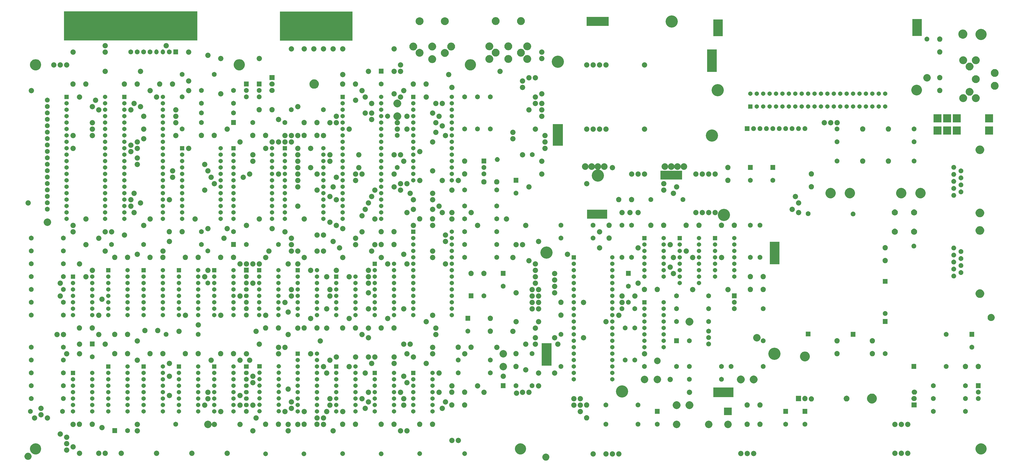
<source format=gbr>
G04 #@! TF.GenerationSoftware,KiCad,Pcbnew,5.1.5+dfsg1-2build2*
G04 #@! TF.CreationDate,2021-06-19T02:46:47+02:00*
G04 #@! TF.ProjectId,250407_,32353034-3037-45f2-9e6b-696361645f70,1.1*
G04 #@! TF.SameCoordinates,Original*
G04 #@! TF.FileFunction,Soldermask,Bot*
G04 #@! TF.FilePolarity,Negative*
%FSLAX46Y46*%
G04 Gerber Fmt 4.6, Leading zero omitted, Abs format (unit mm)*
G04 Created by KiCad (PCBNEW 5.1.5+dfsg1-2build2) date 2021-06-19 02:46:47*
%MOMM*%
%LPD*%
G04 APERTURE LIST*
%ADD10C,3.000000*%
%ADD11C,0.100000*%
%ADD12C,3.100000*%
%ADD13C,2.100000*%
%ADD14C,4.800000*%
%ADD15C,2.600000*%
%ADD16C,4.200000*%
%ADD17C,1.900000*%
%ADD18C,2.000000*%
G04 APERTURE END LIST*
D10*
X29210000Y-133985000D02*
X29210000Y-133985000D01*
X92710000Y-213995000D02*
X92710000Y-213995000D01*
D11*
G36*
X299950000Y-210415000D02*
G01*
X296950000Y-210415000D01*
X296950000Y-207415000D01*
X299950000Y-207415000D01*
X299950000Y-210415000D01*
G37*
D10*
X298450000Y-213995000D02*
X298450000Y-213995000D01*
D12*
X303530000Y-196215000D02*
X303530000Y-196215000D01*
X308610000Y-196215000D02*
X308610000Y-196215000D01*
X283210000Y-173355000D02*
X283210000Y-173355000D01*
D13*
X22860000Y-81915000D02*
X22860000Y-81915000D01*
X31750000Y-71755000D02*
X31750000Y-71755000D01*
X34290000Y-71755000D02*
X34290000Y-71755000D01*
X36830000Y-71755000D02*
X36830000Y-71755000D01*
X39370000Y-66675000D02*
X39370000Y-66675000D01*
X21590000Y-126365000D02*
X21590000Y-126365000D01*
X39370000Y-137795000D02*
X39370000Y-137795000D01*
X39370000Y-135255000D02*
X39370000Y-135255000D01*
X44450000Y-132715000D02*
X44450000Y-132715000D01*
X44450000Y-142875000D02*
X44450000Y-142875000D01*
X49530000Y-140335000D02*
X49530000Y-140335000D01*
X52070000Y-137795000D02*
X52070000Y-137795000D01*
X54610000Y-137795000D02*
X54610000Y-137795000D01*
X41910000Y-150495000D02*
X41910000Y-150495000D01*
X44450000Y-155575000D02*
X44450000Y-155575000D01*
X34290000Y-158115000D02*
X34290000Y-158115000D01*
X34290000Y-163195000D02*
X34290000Y-163195000D01*
X33020000Y-178435000D02*
X33020000Y-178435000D01*
X35560000Y-178435000D02*
X35560000Y-178435000D01*
X36830000Y-186055000D02*
X36830000Y-186055000D01*
X41910000Y-186055000D02*
X41910000Y-186055000D01*
X41910000Y-182245000D02*
X41910000Y-182245000D01*
X24130000Y-211455000D02*
X24130000Y-211455000D01*
X26670000Y-207645000D02*
X26670000Y-207645000D01*
X26670000Y-210185000D02*
X26670000Y-210185000D01*
X29210000Y-211455000D02*
X29210000Y-211455000D01*
X34290000Y-217805000D02*
X34290000Y-217805000D01*
X39370000Y-213995000D02*
X39370000Y-213995000D01*
X36830000Y-219075000D02*
X36830000Y-219075000D01*
X36830000Y-221615000D02*
X36830000Y-221615000D01*
X36830000Y-224155000D02*
X36830000Y-224155000D01*
X39370000Y-222885000D02*
X39370000Y-222885000D01*
X41910000Y-225425000D02*
X41910000Y-225425000D01*
X49530000Y-225425000D02*
X49530000Y-225425000D01*
X52070000Y-225425000D02*
X52070000Y-225425000D01*
X58420000Y-225425000D02*
X58420000Y-225425000D01*
X72390000Y-225425000D02*
X72390000Y-225425000D01*
X52070000Y-182245000D02*
X52070000Y-182245000D01*
X49530000Y-178435000D02*
X49530000Y-178435000D01*
X64770000Y-180975000D02*
X64770000Y-180975000D01*
X64770000Y-188595000D02*
X64770000Y-188595000D01*
X64770000Y-213995000D02*
X64770000Y-213995000D01*
X64770000Y-216535000D02*
X64770000Y-216535000D01*
X50800000Y-215265000D02*
X50800000Y-215265000D01*
X77470000Y-202565000D02*
X77470000Y-202565000D01*
X77470000Y-194945000D02*
X77470000Y-194945000D01*
X77470000Y-189865000D02*
X77470000Y-189865000D01*
X49530000Y-170815000D02*
X49530000Y-170815000D01*
X50800000Y-164465000D02*
X50800000Y-164465000D01*
X52070000Y-145415000D02*
X52070000Y-145415000D01*
X59690000Y-139065000D02*
X59690000Y-139065000D01*
X64770000Y-146685000D02*
X64770000Y-146685000D01*
X74930000Y-145415000D02*
X74930000Y-145415000D01*
X77470000Y-141605000D02*
X77470000Y-141605000D01*
X63500000Y-130175000D02*
X63500000Y-130175000D01*
X69850000Y-132715000D02*
X69850000Y-132715000D01*
X67310000Y-135255000D02*
X67310000Y-135255000D01*
X66040000Y-126365000D02*
X66040000Y-126365000D01*
X62230000Y-127635000D02*
X62230000Y-127635000D01*
X62230000Y-125095000D02*
X62230000Y-125095000D01*
X63500000Y-122555000D02*
X63500000Y-122555000D01*
X208280000Y-74295000D02*
X208280000Y-74295000D01*
D10*
X377190000Y-76835000D02*
X377190000Y-76835000D01*
X209550000Y-186055000D02*
X209550000Y-186055000D01*
X209550000Y-191135000D02*
X209550000Y-191135000D01*
D13*
X275590000Y-196215000D02*
X275590000Y-196215000D01*
X245110000Y-225742500D02*
X245110000Y-225742500D01*
X250190000Y-225742500D02*
X250190000Y-225742500D01*
X252730000Y-225742500D02*
X252730000Y-225742500D01*
X255270000Y-225742500D02*
X255270000Y-225742500D01*
X303530000Y-225552000D02*
X303530000Y-225552000D01*
X306070000Y-225552000D02*
X306070000Y-225552000D01*
X308610000Y-225552000D02*
X308610000Y-225552000D01*
X364490000Y-225425000D02*
X364490000Y-225425000D01*
X367030000Y-225425000D02*
X367030000Y-225425000D01*
X369570000Y-225425000D02*
X369570000Y-225425000D01*
X367030000Y-213995000D02*
X367030000Y-213995000D01*
X369570000Y-213995000D02*
X369570000Y-213995000D01*
X364490000Y-213995000D02*
X364490000Y-213995000D01*
X285750000Y-130175000D02*
X285750000Y-130175000D01*
X290830000Y-130175000D02*
X290830000Y-130175000D01*
X293370000Y-130175000D02*
X293370000Y-130175000D01*
X256540000Y-130175000D02*
X256540000Y-130175000D01*
X259715000Y-130175000D02*
X259715000Y-130175000D01*
X262890000Y-130175000D02*
X262890000Y-130175000D01*
X260350000Y-114935000D02*
X260350000Y-114935000D01*
X262890000Y-114935000D02*
X262890000Y-114935000D01*
X265430000Y-114935000D02*
X265430000Y-114935000D01*
X285750000Y-114935000D02*
X285750000Y-114935000D01*
X288290000Y-114935000D02*
X288290000Y-114935000D01*
X290830000Y-114935000D02*
X290830000Y-114935000D01*
X293370000Y-114935000D02*
X293370000Y-114935000D01*
X288290000Y-130175000D02*
X288290000Y-130175000D01*
D14*
X294368100Y-81769700D02*
X294368100Y-81769700D01*
X276225000Y-54610000D02*
X276225000Y-54610000D01*
X231140000Y-70485000D02*
X231140000Y-70485000D01*
X247015000Y-115570000D02*
X247015000Y-115570000D01*
X292100000Y-99695000D02*
X292100000Y-99695000D01*
X256540000Y-200977500D02*
X256540000Y-200977500D01*
X226695000Y-146050000D02*
X226695000Y-146050000D01*
X296862500Y-131127500D02*
X296862500Y-131127500D01*
X316865000Y-186055000D02*
X316865000Y-186055000D01*
D15*
X270510000Y-188912500D02*
X270510000Y-188912500D01*
D13*
X252730000Y-112395000D02*
X252730000Y-112395000D01*
X242570000Y-118745000D02*
X242570000Y-118745000D01*
X283210000Y-201295000D02*
X283210000Y-201295000D01*
D10*
X265430000Y-196215000D02*
X265430000Y-196215000D01*
X270510000Y-196215000D02*
X270510000Y-196215000D01*
X309880000Y-179705000D02*
X309880000Y-179705000D01*
D11*
G36*
X251301200Y-56356200D02*
G01*
X242570000Y-56356200D01*
X242570000Y-52863800D01*
X251301200Y-52863800D01*
X251301200Y-56356200D01*
G37*
G36*
X296386200Y-60483800D02*
G01*
X292735000Y-60483800D01*
X292735000Y-53816200D01*
X296386200Y-53816200D01*
X296386200Y-60483800D01*
G37*
G36*
X294068500Y-74612500D02*
G01*
X290258500Y-74612500D01*
X290258500Y-65722500D01*
X294068500Y-65722500D01*
X294068500Y-74612500D01*
G37*
D15*
X273496900Y-111973600D02*
X273496900Y-111973600D01*
X275996900Y-111973600D02*
X275996900Y-111973600D01*
X278496900Y-111973600D02*
X278496900Y-111973600D01*
X280996900Y-111973600D02*
X280996900Y-111973600D01*
X242012600Y-112019200D02*
X242012600Y-112019200D01*
X244512600Y-112019200D02*
X244512600Y-112019200D01*
X247012600Y-112019200D02*
X247012600Y-112019200D01*
X249512600Y-112019200D02*
X249512600Y-112019200D01*
D11*
G36*
X280352500Y-117157500D02*
G01*
X271780000Y-117157500D01*
X271780000Y-113665000D01*
X280352500Y-113665000D01*
X280352500Y-117157500D01*
G37*
G36*
X228638100Y-190779400D02*
G01*
X224815400Y-190779400D01*
X224815400Y-181902100D01*
X228638100Y-181902100D01*
X228638100Y-190779400D01*
G37*
X228638100Y-190779400D02*
X224815400Y-190779400D01*
X224815400Y-181902100D01*
X228638100Y-181902100D01*
X228638100Y-190779400D01*
G36*
X318871600Y-150723600D02*
G01*
X315061600Y-150723600D01*
X315061600Y-141833600D01*
X318871600Y-141833600D01*
X318871600Y-150723600D01*
G37*
G36*
X300545500Y-203200000D02*
G01*
X292735000Y-203200000D01*
X292735000Y-199453500D01*
X300545500Y-199453500D01*
X300545500Y-203200000D01*
G37*
X300545500Y-203200000D02*
X292735000Y-203200000D01*
X292735000Y-199453500D01*
X300545500Y-199453500D01*
X300545500Y-203200000D01*
G36*
X250634500Y-132588000D02*
G01*
X242760500Y-132588000D01*
X242760500Y-129095500D01*
X250634500Y-129095500D01*
X250634500Y-132588000D01*
G37*
X250634500Y-132588000D02*
X242760500Y-132588000D01*
X242760500Y-129095500D01*
X250634500Y-129095500D01*
X250634500Y-132588000D01*
G36*
X233172000Y-103822500D02*
G01*
X229235000Y-103822500D01*
X229235000Y-95250000D01*
X233172000Y-95250000D01*
X233172000Y-103822500D01*
G37*
D16*
X373108000Y-81788000D02*
X373108100Y-81788000D01*
D11*
G36*
X375126200Y-60325000D02*
G01*
X371475000Y-60325000D01*
X371475000Y-53657500D01*
X375126200Y-53657500D01*
X375126200Y-60325000D01*
G37*
D13*
X83820000Y-170815000D02*
X83820000Y-170815000D01*
X46990000Y-153035000D02*
X46990000Y-153035000D01*
X181610000Y-186055000D02*
X181610000Y-186055000D01*
X181610000Y-183515000D02*
X181610000Y-183515000D01*
X182880000Y-178435000D02*
X182880000Y-178435000D01*
X182880000Y-175895000D02*
X182880000Y-175895000D01*
X179070000Y-173355000D02*
X179070000Y-173355000D01*
X181610000Y-170815000D02*
X181610000Y-170815000D01*
D17*
X194310000Y-225615500D02*
X194310000Y-225615500D01*
D13*
X191770000Y-220345000D02*
X191770000Y-220345000D01*
X189230000Y-220345000D02*
X189230000Y-220345000D01*
X201930000Y-201295000D02*
X201930000Y-201295000D01*
X199390000Y-198755000D02*
X199390000Y-198755000D01*
X209550000Y-194945000D02*
X209550000Y-194945000D01*
X214832500Y-201699900D02*
X214832500Y-201699900D01*
X217170000Y-201295000D02*
X217170000Y-201295000D01*
X219710000Y-201295000D02*
X219710000Y-201295000D01*
X223520000Y-198755000D02*
X223520000Y-198755000D01*
X223520000Y-193675000D02*
X223520000Y-193675000D01*
X229870000Y-193675000D02*
X229870000Y-193675000D01*
X218440000Y-192405000D02*
X218440000Y-192405000D01*
X207010000Y-183515000D02*
X207010000Y-183515000D01*
X194310000Y-186055000D02*
X194310000Y-186055000D01*
X213360000Y-177165000D02*
X213360000Y-177165000D01*
X214630000Y-173355000D02*
X214630000Y-173355000D01*
X223520000Y-173355000D02*
X223520000Y-173355000D01*
X222250000Y-175895000D02*
X222250000Y-175895000D01*
X222250000Y-179705000D02*
X222250000Y-179705000D01*
X222250000Y-182245000D02*
X222250000Y-182245000D01*
X218440000Y-182245000D02*
X218440000Y-182245000D01*
X223520000Y-168275000D02*
X223520000Y-168275000D01*
X220980000Y-168275000D02*
X220980000Y-168275000D01*
X220980000Y-165735000D02*
X220980000Y-165735000D01*
X223520000Y-165735000D02*
X223520000Y-165735000D01*
X223520000Y-163195000D02*
X223520000Y-163195000D01*
X220980000Y-163195000D02*
X220980000Y-163195000D01*
X220980000Y-160655000D02*
X220980000Y-160655000D01*
X223520000Y-160655000D02*
X223520000Y-160655000D01*
X214630000Y-161925000D02*
X214630000Y-161925000D01*
X222250000Y-158115000D02*
X222250000Y-158115000D01*
X222250000Y-155575000D02*
X222250000Y-155575000D01*
X222250000Y-153035000D02*
X222250000Y-153035000D01*
X222250000Y-150495000D02*
X222250000Y-150495000D01*
X219710000Y-149225000D02*
X219710000Y-149225000D01*
X213360000Y-147955000D02*
X213360000Y-147955000D01*
X214630000Y-142875000D02*
X214630000Y-142875000D01*
X217170000Y-142875000D02*
X217170000Y-142875000D01*
X223520000Y-141605000D02*
X223520000Y-141605000D01*
X186690000Y-150495000D02*
X186690000Y-150495000D01*
X181610000Y-147955000D02*
X181610000Y-147955000D01*
X181610000Y-145415000D02*
X181610000Y-145415000D01*
X186690000Y-141605000D02*
X186690000Y-141605000D01*
X186690000Y-139065000D02*
X186690000Y-139065000D01*
X189230000Y-132715000D02*
X189230000Y-132715000D01*
X181610000Y-135255000D02*
X181610000Y-135255000D01*
X173990000Y-135255000D02*
X173990000Y-135255000D01*
X171450000Y-130175000D02*
X171450000Y-130175000D01*
X173990000Y-128905000D02*
X173990000Y-128905000D01*
X181610000Y-128905000D02*
X181610000Y-128905000D01*
X184150000Y-127635000D02*
X184150000Y-127635000D01*
X185420000Y-130175000D02*
X185420000Y-130175000D01*
X189230000Y-130175000D02*
X189230000Y-130175000D01*
X196850000Y-130175000D02*
X196850000Y-130175000D01*
X181610000Y-125095000D02*
X181610000Y-125095000D01*
X173990000Y-125095000D02*
X173990000Y-125095000D01*
X210820000Y-132715000D02*
X210820000Y-132715000D01*
X218440000Y-135255000D02*
X218440000Y-135255000D01*
X199390000Y-135255000D02*
X199390000Y-135255000D01*
X168910000Y-121285000D02*
X168910000Y-121285000D01*
X172720000Y-122555000D02*
X172720000Y-122555000D01*
X181610000Y-122555000D02*
X181610000Y-122555000D01*
X189230000Y-121285000D02*
X189230000Y-121285000D01*
X191770000Y-117475000D02*
X191770000Y-117475000D01*
X219710000Y-120015000D02*
X219710000Y-120015000D01*
X224790000Y-114935000D02*
X224790000Y-114935000D01*
X224790000Y-109855000D02*
X224790000Y-109855000D01*
X217170000Y-107315000D02*
X217170000Y-107315000D01*
X226060000Y-104775000D02*
X226060000Y-104775000D01*
X171450000Y-118745000D02*
X171450000Y-118745000D01*
X168910000Y-118745000D02*
X168910000Y-118745000D01*
X187960000Y-75565000D02*
X187960000Y-75565000D01*
X189230000Y-80645000D02*
X189230000Y-80645000D01*
X140970000Y-123825000D02*
X140970000Y-123825000D01*
X143510000Y-125095000D02*
X143510000Y-125095000D01*
X157480000Y-123825000D02*
X157480000Y-123825000D01*
X156210000Y-126365000D02*
X156210000Y-126365000D01*
X154940000Y-128905000D02*
X154940000Y-128905000D01*
X153670000Y-131445000D02*
X153670000Y-131445000D01*
X158750000Y-132715000D02*
X158750000Y-132715000D01*
X153670000Y-137795000D02*
X153670000Y-137795000D01*
X157480000Y-145415000D02*
X157480000Y-145415000D01*
X158750000Y-142875000D02*
X158750000Y-142875000D01*
X161290000Y-147955000D02*
X161290000Y-147955000D01*
X163830000Y-150495000D02*
X163830000Y-150495000D01*
X148590000Y-172085000D02*
X148590000Y-172085000D01*
X156210000Y-168275000D02*
X156210000Y-168275000D01*
X156210000Y-161925000D02*
X156210000Y-161925000D01*
X156210000Y-153035000D02*
X156210000Y-153035000D01*
X156210000Y-155575000D02*
X156210000Y-155575000D01*
X156210000Y-158115000D02*
X156210000Y-158115000D01*
X170180000Y-146685000D02*
X170180000Y-146685000D01*
X171450000Y-150495000D02*
X171450000Y-150495000D01*
X170180000Y-168275000D02*
X170180000Y-168275000D01*
X163830000Y-172085000D02*
X163830000Y-172085000D01*
X156210000Y-179705000D02*
X156210000Y-179705000D01*
X156210000Y-175895000D02*
X156210000Y-175895000D01*
X153670000Y-178435000D02*
X153670000Y-178435000D01*
X138430000Y-191135000D02*
X138430000Y-191135000D01*
X140970000Y-188595000D02*
X140970000Y-188595000D01*
X143510000Y-187325000D02*
X143510000Y-187325000D01*
X151130000Y-187325000D02*
X151130000Y-187325000D01*
X139700000Y-193675000D02*
X139700000Y-193675000D01*
X140970000Y-203835000D02*
X140970000Y-203835000D01*
X140970000Y-206375000D02*
X140970000Y-206375000D01*
X139700000Y-208915000D02*
X139700000Y-208915000D01*
X130810000Y-208915000D02*
X130810000Y-208915000D01*
X128270000Y-213995000D02*
X128270000Y-213995000D01*
X135890000Y-211455000D02*
X135890000Y-211455000D01*
X138430000Y-211455000D02*
X138430000Y-211455000D01*
X138430000Y-213995000D02*
X138430000Y-213995000D01*
X142240000Y-216535000D02*
X142240000Y-216535000D01*
X146050000Y-208915000D02*
X146050000Y-208915000D01*
D17*
X130746500Y-225742500D02*
X130746500Y-225742500D01*
X146050000Y-225615500D02*
X146050000Y-225615500D01*
X161290000Y-225679000D02*
X161290000Y-225679000D01*
X176530000Y-225615500D02*
X176530000Y-225615500D01*
D13*
X171450000Y-216535000D02*
X171450000Y-216535000D01*
X168910000Y-216535000D02*
X168910000Y-216535000D01*
X170180000Y-206375000D02*
X170180000Y-206375000D01*
X170180000Y-203835000D02*
X170180000Y-203835000D01*
X168910000Y-201295000D02*
X168910000Y-201295000D01*
X156210000Y-201295000D02*
X156210000Y-201295000D01*
X153670000Y-203835000D02*
X153670000Y-203835000D01*
X156210000Y-205105000D02*
X156210000Y-205105000D01*
X154940000Y-207645000D02*
X154940000Y-207645000D01*
X154940000Y-193675000D02*
X154940000Y-193675000D01*
X148590000Y-191135000D02*
X148590000Y-191135000D01*
X157480000Y-189865000D02*
X157480000Y-189865000D01*
X156210000Y-187325000D02*
X156210000Y-187325000D01*
X158750000Y-187325000D02*
X158750000Y-187325000D01*
X166370000Y-187325000D02*
X166370000Y-187325000D01*
X166370000Y-189865000D02*
X166370000Y-189865000D01*
X173990000Y-187325000D02*
X173990000Y-187325000D01*
X171450000Y-186055000D02*
X171450000Y-186055000D01*
X172720000Y-182245000D02*
X172720000Y-182245000D01*
X170180000Y-182245000D02*
X170180000Y-182245000D01*
X170180000Y-194945000D02*
X170180000Y-194945000D01*
X171450000Y-197485000D02*
X171450000Y-197485000D01*
X179070000Y-189865000D02*
X179070000Y-189865000D01*
X184150000Y-193675000D02*
X184150000Y-193675000D01*
X189230000Y-198755000D02*
X189230000Y-198755000D01*
X184150000Y-201295000D02*
X184150000Y-201295000D01*
X186690000Y-205105000D02*
X186690000Y-205105000D01*
X185420000Y-207645000D02*
X185420000Y-207645000D01*
X130810000Y-132715000D02*
X130810000Y-132715000D01*
X128270000Y-127635000D02*
X128270000Y-127635000D01*
X128270000Y-120015000D02*
X128270000Y-120015000D01*
X128270000Y-117475000D02*
X128270000Y-117475000D01*
X128270000Y-114935000D02*
X128270000Y-114935000D01*
X128270000Y-112395000D02*
X128270000Y-112395000D01*
X128270000Y-109855000D02*
X128270000Y-109855000D01*
X128270000Y-107315000D02*
X128270000Y-107315000D01*
X128270000Y-104775000D02*
X128270000Y-104775000D01*
X120650000Y-114935000D02*
X120650000Y-114935000D01*
X135890000Y-121285000D02*
X135890000Y-121285000D01*
X135890000Y-114935000D02*
X135890000Y-114935000D01*
X133350000Y-112395000D02*
X133350000Y-112395000D01*
X133350000Y-104775000D02*
X133350000Y-104775000D01*
X128270000Y-99695000D02*
X128270000Y-99695000D01*
X138430000Y-99695000D02*
X138430000Y-99695000D01*
X140970000Y-94615000D02*
X140970000Y-94615000D01*
X143510000Y-94615000D02*
X143510000Y-94615000D01*
X143510000Y-92075000D02*
X143510000Y-92075000D01*
X128270000Y-88265000D02*
X128270000Y-88265000D01*
X151130000Y-85725000D02*
X151130000Y-85725000D01*
X148590000Y-97155000D02*
X148590000Y-97155000D01*
X154940000Y-84455000D02*
X154940000Y-84455000D01*
X153670000Y-81915000D02*
X153670000Y-81915000D01*
X156210000Y-74295000D02*
X156210000Y-74295000D01*
X146050000Y-75565000D02*
X146050000Y-75565000D01*
X166370000Y-74295000D02*
X166370000Y-74295000D01*
X168910000Y-74295000D02*
X168910000Y-74295000D01*
X168910000Y-71755000D02*
X168910000Y-71755000D01*
X166370000Y-65405000D02*
X166370000Y-65405000D01*
X146050000Y-65405000D02*
X146050000Y-65405000D01*
X142240000Y-65405000D02*
X142240000Y-65405000D01*
X138430000Y-65405000D02*
X138430000Y-65405000D01*
X134620000Y-65405000D02*
X134620000Y-65405000D01*
X130810000Y-65405000D02*
X130810000Y-65405000D01*
X154940000Y-90805000D02*
X154940000Y-90805000D01*
X157480000Y-90805000D02*
X157480000Y-90805000D01*
X157480000Y-86995000D02*
X157480000Y-86995000D01*
X157480000Y-93345000D02*
X157480000Y-93345000D01*
X152400000Y-107315000D02*
X152400000Y-107315000D01*
X140970000Y-107315000D02*
X140970000Y-107315000D01*
X140970000Y-109855000D02*
X140970000Y-109855000D01*
X143510000Y-116205000D02*
X143510000Y-116205000D01*
X151130000Y-114935000D02*
X151130000Y-114935000D01*
X152400000Y-112395000D02*
X152400000Y-112395000D01*
X153670000Y-114935000D02*
X153670000Y-114935000D01*
X151130000Y-117475000D02*
X151130000Y-117475000D01*
X142240000Y-120015000D02*
X142240000Y-120015000D01*
X158750000Y-121285000D02*
X158750000Y-121285000D01*
X166370000Y-120015000D02*
X166370000Y-120015000D01*
X166370000Y-114935000D02*
X166370000Y-114935000D01*
X166370000Y-107315000D02*
X166370000Y-107315000D01*
X168910000Y-107315000D02*
X168910000Y-107315000D01*
X170180000Y-109855000D02*
X170180000Y-109855000D01*
X171450000Y-97155000D02*
X171450000Y-97155000D01*
X167640000Y-97155000D02*
X167640000Y-97155000D01*
X167640000Y-94615000D02*
X167640000Y-94615000D01*
D18*
X163830000Y-92075000D02*
X163830000Y-92075000D01*
D13*
X166370000Y-83185000D02*
X166370000Y-83185000D01*
X170180000Y-81915000D02*
X170180000Y-81915000D01*
X168910000Y-84455000D02*
X168910000Y-84455000D01*
X171450000Y-92075000D02*
X171450000Y-92075000D01*
X179070000Y-84455000D02*
X179070000Y-84455000D01*
X182880000Y-86995000D02*
X182880000Y-86995000D01*
X185420000Y-86995000D02*
X185420000Y-86995000D01*
X184150000Y-92075000D02*
X184150000Y-92075000D01*
X181610000Y-90805000D02*
X181610000Y-90805000D01*
X182880000Y-94615000D02*
X182880000Y-94615000D01*
X185420000Y-95885000D02*
X185420000Y-95885000D01*
X182880000Y-98425000D02*
X182880000Y-98425000D01*
X186690000Y-99695000D02*
X186690000Y-99695000D01*
X181610000Y-102235000D02*
X181610000Y-102235000D01*
X176530000Y-106045000D02*
X176530000Y-106045000D01*
X181610000Y-113665000D02*
X181610000Y-113665000D01*
X185420000Y-117475000D02*
X185420000Y-117475000D01*
X176530000Y-117475000D02*
X176530000Y-117475000D01*
X226060000Y-102235000D02*
X226060000Y-102235000D01*
X226060000Y-99695000D02*
X226060000Y-99695000D01*
X222250000Y-97155000D02*
X222250000Y-97155000D01*
X213360000Y-98425000D02*
X213360000Y-98425000D01*
X213360000Y-100965000D02*
X213360000Y-100965000D01*
X224790000Y-92075000D02*
X224790000Y-92075000D01*
X224790000Y-89535000D02*
X224790000Y-89535000D01*
X224790000Y-86995000D02*
X224790000Y-86995000D01*
X224790000Y-83185000D02*
X224790000Y-83185000D01*
X222250000Y-84455000D02*
X222250000Y-84455000D01*
X222250000Y-86995000D02*
X222250000Y-86995000D01*
X219710000Y-89535000D02*
X219710000Y-89535000D01*
X217170000Y-80645000D02*
X217170000Y-80645000D01*
X217170000Y-78105000D02*
X217170000Y-78105000D01*
X219710000Y-76835000D02*
X219710000Y-76835000D01*
X222250000Y-76835000D02*
X222250000Y-76835000D01*
X224790000Y-69215000D02*
X224790000Y-69215000D01*
X224790000Y-66675000D02*
X224790000Y-66675000D01*
D12*
X167640000Y-86995000D02*
X167640000Y-86995000D01*
X167640000Y-92075000D02*
X167640000Y-92075000D01*
D13*
X242570000Y-71755000D02*
X242570000Y-71755000D01*
X245110000Y-71755000D02*
X245110000Y-71755000D01*
X247650000Y-71755000D02*
X247650000Y-71755000D01*
X250190000Y-71755000D02*
X250190000Y-71755000D01*
X250190000Y-97155000D02*
X250190000Y-97155000D01*
X247650000Y-97155000D02*
X247650000Y-97155000D01*
X245110000Y-97155000D02*
X245110000Y-97155000D01*
X242570000Y-97155000D02*
X242570000Y-97155000D01*
X265430000Y-71755000D02*
X265430000Y-71755000D01*
X265430000Y-97155000D02*
X265430000Y-97155000D01*
X273050000Y-118745000D02*
X273050000Y-118745000D01*
X273050000Y-121285000D02*
X273050000Y-121285000D01*
X278130000Y-120015000D02*
X278130000Y-120015000D01*
X276860000Y-122555000D02*
X276860000Y-122555000D01*
X336550000Y-94615000D02*
X336550000Y-94615000D01*
X339090000Y-94615000D02*
X339090000Y-94615000D01*
X341630000Y-94615000D02*
X341630000Y-94615000D01*
X325120000Y-123825000D02*
X325120000Y-123825000D01*
X326390000Y-126365000D02*
X326390000Y-126365000D01*
X323850000Y-128905000D02*
X323850000Y-128905000D01*
X326390000Y-130175000D02*
X326390000Y-130175000D01*
X229870000Y-154305000D02*
X229870000Y-154305000D01*
X229870000Y-156845000D02*
X229870000Y-156845000D01*
X229870000Y-159385000D02*
X229870000Y-159385000D01*
X229870000Y-161925000D02*
X229870000Y-161925000D01*
X229870000Y-179705000D02*
X229870000Y-179705000D01*
X231140000Y-182245000D02*
X231140000Y-182245000D01*
X241300000Y-179705000D02*
X241300000Y-179705000D01*
X241300000Y-165735000D02*
X241300000Y-165735000D01*
X250190000Y-173355000D02*
X250190000Y-173355000D01*
X256540000Y-163195000D02*
X256540000Y-163195000D01*
X256540000Y-165735000D02*
X256540000Y-165735000D01*
X255270000Y-170815000D02*
X255270000Y-170815000D01*
X261620000Y-163195000D02*
X261620000Y-163195000D01*
X262890000Y-158115000D02*
X262890000Y-158115000D01*
X265430000Y-186055000D02*
X265430000Y-186055000D01*
X237490000Y-203835000D02*
X237490000Y-203835000D01*
X237490000Y-206375000D02*
X237490000Y-206375000D01*
X240030000Y-206375000D02*
X240030000Y-206375000D01*
X240030000Y-208915000D02*
X240030000Y-208915000D01*
X240030000Y-203835000D02*
X240030000Y-203835000D01*
X262890000Y-144145000D02*
X262890000Y-144145000D01*
X247650000Y-144145000D02*
X247650000Y-144145000D01*
X247650000Y-137795000D02*
X247650000Y-137795000D01*
X234950000Y-146685000D02*
X234950000Y-146685000D01*
X275590000Y-151765000D02*
X275590000Y-151765000D01*
X276860000Y-147955000D02*
X276860000Y-147955000D01*
X275590000Y-142875000D02*
X275590000Y-142875000D01*
X284480000Y-147955000D02*
X284480000Y-147955000D01*
X281940000Y-145415000D02*
X281940000Y-145415000D01*
X276860000Y-154305000D02*
X276860000Y-154305000D01*
X295910000Y-147955000D02*
X295910000Y-147955000D01*
X298450000Y-160655000D02*
X298450000Y-160655000D01*
X284480000Y-160655000D02*
X284480000Y-160655000D01*
D12*
X278130000Y-206375000D02*
X278130000Y-206375000D01*
X283210000Y-206375000D02*
X283210000Y-206375000D01*
D10*
X278130000Y-213995000D02*
X278130000Y-213995000D01*
X290830000Y-213995000D02*
X290830000Y-213995000D01*
D13*
X77470000Y-125095000D02*
X77470000Y-125095000D01*
X78740000Y-116205000D02*
X78740000Y-116205000D01*
X78740000Y-113665000D02*
X78740000Y-113665000D01*
X39370000Y-104775000D02*
X39370000Y-104775000D01*
X39370000Y-99695000D02*
X39370000Y-99695000D01*
X46990000Y-99695000D02*
X46990000Y-99695000D01*
X46990000Y-97155000D02*
X46990000Y-97155000D01*
X46990000Y-94615000D02*
X46990000Y-94615000D01*
X46990000Y-88265000D02*
X46990000Y-88265000D01*
X49530000Y-89535000D02*
X49530000Y-89535000D01*
X48260000Y-85725000D02*
X48260000Y-85725000D01*
X41910000Y-84455000D02*
X41910000Y-84455000D01*
X52070000Y-74295000D02*
X52070000Y-74295000D01*
X52070000Y-66675000D02*
X52070000Y-66675000D01*
X52070000Y-64135000D02*
X52070000Y-64135000D01*
X76200000Y-64135000D02*
X76200000Y-64135000D01*
X85090000Y-66675000D02*
X85090000Y-66675000D01*
X92710000Y-67945000D02*
X92710000Y-67945000D01*
X85090000Y-78105000D02*
X85090000Y-78105000D01*
X69850000Y-81915000D02*
X69850000Y-81915000D01*
X63500000Y-86995000D02*
X63500000Y-86995000D01*
X72390000Y-84455000D02*
X72390000Y-84455000D01*
X66040000Y-88265000D02*
X66040000Y-88265000D01*
X62230000Y-89535000D02*
X62230000Y-89535000D01*
X67310000Y-92075000D02*
X67310000Y-92075000D01*
X67310000Y-97155000D02*
X67310000Y-97155000D01*
X67310000Y-100965000D02*
X67310000Y-100965000D01*
X64770000Y-102235000D02*
X64770000Y-102235000D01*
X62230000Y-103505000D02*
X62230000Y-103505000D01*
X62230000Y-106045000D02*
X62230000Y-106045000D01*
X64770000Y-104775000D02*
X64770000Y-104775000D01*
X64770000Y-108585000D02*
X64770000Y-108585000D01*
X64770000Y-111125000D02*
X64770000Y-111125000D01*
X80010000Y-99695000D02*
X80010000Y-99695000D01*
X80010000Y-94615000D02*
X80010000Y-94615000D01*
X80010000Y-92075000D02*
X80010000Y-92075000D01*
X80010000Y-89535000D02*
X80010000Y-89535000D01*
X66040000Y-74295000D02*
X66040000Y-74295000D01*
X97790000Y-69215000D02*
X97790000Y-69215000D01*
X85090000Y-81915000D02*
X85090000Y-81915000D01*
X85090000Y-104775000D02*
X85090000Y-104775000D01*
X91440000Y-111125000D02*
X91440000Y-111125000D01*
X92710000Y-113665000D02*
X92710000Y-113665000D01*
X93980000Y-116205000D02*
X93980000Y-116205000D01*
X95250000Y-118745000D02*
X95250000Y-118745000D01*
X91440000Y-121285000D02*
X91440000Y-121285000D01*
X106680000Y-116205000D02*
X106680000Y-116205000D01*
X109220000Y-114935000D02*
X109220000Y-114935000D01*
X110490000Y-109855000D02*
X110490000Y-109855000D01*
X110490000Y-107315000D02*
X110490000Y-107315000D01*
X115570000Y-104775000D02*
X115570000Y-104775000D01*
X105410000Y-102235000D02*
X105410000Y-102235000D01*
X113030000Y-69215000D02*
X113030000Y-69215000D01*
X81280000Y-177165000D02*
X81280000Y-177165000D01*
X88900000Y-174625000D02*
X88900000Y-174625000D01*
X97790000Y-170815000D02*
X97790000Y-170815000D01*
X91440000Y-155575000D02*
X91440000Y-155575000D01*
X92710000Y-153035000D02*
X92710000Y-153035000D01*
X105410000Y-163195000D02*
X105410000Y-163195000D01*
X115570000Y-170815000D02*
X115570000Y-170815000D01*
X105410000Y-150495000D02*
X105410000Y-150495000D01*
X107950000Y-150495000D02*
X107950000Y-150495000D01*
X110490000Y-150495000D02*
X110490000Y-150495000D01*
X113030000Y-150495000D02*
X113030000Y-150495000D01*
X115570000Y-147955000D02*
X115570000Y-147955000D01*
X116840000Y-145415000D02*
X116840000Y-145415000D01*
X92710000Y-136525000D02*
X92710000Y-136525000D01*
X100330000Y-136525000D02*
X100330000Y-136525000D01*
X107950000Y-135255000D02*
X107950000Y-135255000D01*
X118110000Y-136525000D02*
X118110000Y-136525000D01*
X113030000Y-132715000D02*
X113030000Y-132715000D01*
X87630000Y-132715000D02*
X87630000Y-132715000D01*
X99060000Y-140335000D02*
X99060000Y-140335000D01*
X123190000Y-137795000D02*
X123190000Y-137795000D01*
X97790000Y-83185000D02*
X97790000Y-83185000D01*
X100330000Y-97155000D02*
X100330000Y-97155000D01*
X125730000Y-65405000D02*
X125730000Y-65405000D01*
X120650000Y-93345000D02*
X120650000Y-93345000D01*
X118110000Y-102235000D02*
X118110000Y-102235000D01*
X120650000Y-102235000D02*
X120650000Y-102235000D01*
X123190000Y-102235000D02*
X123190000Y-102235000D01*
X123190000Y-99695000D02*
X123190000Y-99695000D01*
X125730000Y-99695000D02*
X125730000Y-99695000D01*
X125730000Y-102235000D02*
X125730000Y-102235000D01*
X125730000Y-140335000D02*
X125730000Y-140335000D01*
X125730000Y-142875000D02*
X125730000Y-142875000D01*
X125730000Y-145415000D02*
X125730000Y-145415000D01*
X125730000Y-205105000D02*
X125730000Y-205105000D01*
X124460000Y-200025000D02*
X124460000Y-200025000D01*
X125730000Y-207645000D02*
X125730000Y-207645000D01*
X123190000Y-208915000D02*
X123190000Y-208915000D01*
X110490000Y-206375000D02*
X110490000Y-206375000D01*
X105410000Y-206375000D02*
X105410000Y-206375000D01*
X93980000Y-188595000D02*
X93980000Y-188595000D01*
X92710000Y-201295000D02*
X92710000Y-201295000D01*
X92710000Y-203835000D02*
X92710000Y-203835000D01*
X91440000Y-206375000D02*
X91440000Y-206375000D01*
X95250000Y-213995000D02*
X95250000Y-213995000D01*
X97790000Y-208915000D02*
X97790000Y-208915000D01*
X105410000Y-202565000D02*
X105410000Y-202565000D01*
X105410000Y-213995000D02*
X105410000Y-213995000D01*
X111760000Y-211455000D02*
X111760000Y-211455000D01*
X110490000Y-216535000D02*
X110490000Y-216535000D01*
X86360000Y-225425000D02*
X86360000Y-225425000D01*
X100330000Y-225425000D02*
X100330000Y-225425000D01*
D17*
X115570000Y-225679000D02*
X115570000Y-225679000D01*
D13*
X124460000Y-216535000D02*
X124460000Y-216535000D01*
X124460000Y-213995000D02*
X124460000Y-213995000D01*
X110490000Y-197485000D02*
X110490000Y-197485000D01*
X110490000Y-194945000D02*
X110490000Y-194945000D01*
X105410000Y-188595000D02*
X105410000Y-188595000D01*
X109220000Y-188595000D02*
X109220000Y-188595000D01*
X107950000Y-186055000D02*
X107950000Y-186055000D01*
X113030000Y-182245000D02*
X113030000Y-182245000D01*
X111760000Y-177165000D02*
X111760000Y-177165000D01*
X120650000Y-186055000D02*
X120650000Y-186055000D01*
X120650000Y-183515000D02*
X120650000Y-183515000D01*
X123190000Y-183515000D02*
X123190000Y-183515000D01*
X124460000Y-178435000D02*
X124460000Y-178435000D01*
X124460000Y-169545000D02*
X124460000Y-169545000D01*
X123190000Y-165735000D02*
X123190000Y-165735000D01*
X125730000Y-163195000D02*
X125730000Y-163195000D01*
X125730000Y-160655000D02*
X125730000Y-160655000D01*
X124460000Y-150495000D02*
X124460000Y-150495000D01*
X110490000Y-158115000D02*
X110490000Y-158115000D01*
X128270000Y-175895000D02*
X128270000Y-175895000D01*
X139700000Y-175895000D02*
X139700000Y-175895000D01*
X137160000Y-180975000D02*
X137160000Y-180975000D01*
X133350000Y-186055000D02*
X133350000Y-186055000D01*
X133350000Y-172085000D02*
X133350000Y-172085000D01*
X139700000Y-168275000D02*
X139700000Y-168275000D01*
X140970000Y-163195000D02*
X140970000Y-163195000D01*
X140970000Y-160655000D02*
X140970000Y-160655000D01*
X139700000Y-155575000D02*
X139700000Y-155575000D01*
X143510000Y-153035000D02*
X143510000Y-153035000D01*
X148590000Y-155575000D02*
X148590000Y-155575000D01*
X133350000Y-153035000D02*
X133350000Y-153035000D01*
X128270000Y-150495000D02*
X128270000Y-150495000D01*
X130810000Y-147955000D02*
X130810000Y-147955000D01*
X128270000Y-145415000D02*
X128270000Y-145415000D01*
X135890000Y-145415000D02*
X135890000Y-145415000D01*
X135890000Y-139065000D02*
X135890000Y-139065000D01*
X138430000Y-139065000D02*
X138430000Y-139065000D01*
X138430000Y-145415000D02*
X138430000Y-145415000D01*
X142240000Y-141605000D02*
X142240000Y-141605000D01*
X144780000Y-144145000D02*
X144780000Y-144145000D01*
X146050000Y-147955000D02*
X146050000Y-147955000D01*
X151130000Y-142875000D02*
X151130000Y-142875000D01*
X151130000Y-140335000D02*
X151130000Y-140335000D01*
X146050000Y-136525000D02*
X146050000Y-136525000D01*
X143510000Y-135255000D02*
X143510000Y-135255000D01*
X140970000Y-133985000D02*
X140970000Y-133985000D01*
D11*
G36*
X121285000Y-62103000D02*
G01*
X149860000Y-62103000D01*
X149860000Y-50673000D01*
X121285000Y-50673000D01*
X121285000Y-62103000D01*
G37*
X121285000Y-62103000D02*
X149860000Y-62103000D01*
X149860000Y-50673000D01*
X121285000Y-50673000D01*
X121285000Y-62103000D01*
G36*
X35814000Y-62039500D02*
G01*
X88519000Y-62039500D01*
X88519000Y-50609500D01*
X35814000Y-50609500D01*
X35814000Y-62039500D01*
G37*
X35814000Y-62039500D02*
X88519000Y-62039500D01*
X88519000Y-50609500D01*
X35814000Y-50609500D01*
X35814000Y-62039500D01*
G36*
X226759433Y-225647393D02*
G01*
X226849657Y-225665339D01*
X226934545Y-225700501D01*
X227104621Y-225770949D01*
X227104622Y-225770950D01*
X227334086Y-225924272D01*
X227529228Y-226119414D01*
X227631675Y-226272737D01*
X227682551Y-226348879D01*
X227744415Y-226498233D01*
X227768764Y-226557014D01*
X227788161Y-226603844D01*
X227842000Y-226874512D01*
X227842000Y-227150488D01*
X227788161Y-227421156D01*
X227682551Y-227676121D01*
X227682550Y-227676122D01*
X227529228Y-227905586D01*
X227334086Y-228100728D01*
X227180763Y-228203175D01*
X227104621Y-228254051D01*
X226955267Y-228315915D01*
X226849657Y-228359661D01*
X226759433Y-228377607D01*
X226578988Y-228413500D01*
X226303012Y-228413500D01*
X226122567Y-228377607D01*
X226032343Y-228359661D01*
X225926733Y-228315915D01*
X225777379Y-228254051D01*
X225701237Y-228203175D01*
X225547914Y-228100728D01*
X225352772Y-227905586D01*
X225199450Y-227676122D01*
X225199449Y-227676121D01*
X225093839Y-227421156D01*
X225040000Y-227150488D01*
X225040000Y-226874512D01*
X225093839Y-226603844D01*
X225113237Y-226557014D01*
X225137585Y-226498233D01*
X225199449Y-226348879D01*
X225250325Y-226272737D01*
X225352772Y-226119414D01*
X225547914Y-225924272D01*
X225777378Y-225770950D01*
X225777379Y-225770949D01*
X225947455Y-225700501D01*
X226032343Y-225665339D01*
X226122567Y-225647393D01*
X226303012Y-225611500D01*
X226578988Y-225611500D01*
X226759433Y-225647393D01*
G37*
G36*
X21908433Y-225329893D02*
G01*
X21998657Y-225347839D01*
X22104267Y-225391585D01*
X22253621Y-225453449D01*
X22253622Y-225453450D01*
X22483086Y-225606772D01*
X22678228Y-225801914D01*
X22721327Y-225866417D01*
X22831551Y-226031379D01*
X22893415Y-226180733D01*
X22937161Y-226286343D01*
X22991000Y-226557014D01*
X22991000Y-226832986D01*
X22937161Y-227103657D01*
X22917763Y-227150488D01*
X22831551Y-227358621D01*
X22831550Y-227358622D01*
X22678228Y-227588086D01*
X22483086Y-227783228D01*
X22329763Y-227885675D01*
X22253621Y-227936551D01*
X22104267Y-227998415D01*
X21998657Y-228042161D01*
X21908433Y-228060107D01*
X21727988Y-228096000D01*
X21452012Y-228096000D01*
X21271567Y-228060107D01*
X21181343Y-228042161D01*
X21075733Y-227998415D01*
X20926379Y-227936551D01*
X20850237Y-227885675D01*
X20696914Y-227783228D01*
X20501772Y-227588086D01*
X20348450Y-227358622D01*
X20348449Y-227358621D01*
X20262237Y-227150488D01*
X20242839Y-227103657D01*
X20189000Y-226832986D01*
X20189000Y-226557014D01*
X20242839Y-226286343D01*
X20286585Y-226180733D01*
X20348449Y-226031379D01*
X20458673Y-225866417D01*
X20501772Y-225801914D01*
X20696914Y-225606772D01*
X20926378Y-225453450D01*
X20926379Y-225453449D01*
X21075733Y-225391585D01*
X21181343Y-225347839D01*
X21271567Y-225329893D01*
X21452012Y-225294000D01*
X21727988Y-225294000D01*
X21908433Y-225329893D01*
G37*
G36*
X25229207Y-221633582D02*
G01*
X25629763Y-221799498D01*
X25629765Y-221799499D01*
X25990256Y-222040371D01*
X26296829Y-222346944D01*
X26537701Y-222707435D01*
X26537702Y-222707437D01*
X26703618Y-223107993D01*
X26788200Y-223533219D01*
X26788200Y-223966781D01*
X26703618Y-224392007D01*
X26537702Y-224792563D01*
X26537701Y-224792565D01*
X26296829Y-225153056D01*
X25990256Y-225459629D01*
X25629765Y-225700501D01*
X25629764Y-225700502D01*
X25629763Y-225700502D01*
X25229207Y-225866418D01*
X24803981Y-225951000D01*
X24370419Y-225951000D01*
X23945193Y-225866418D01*
X23544637Y-225700502D01*
X23544636Y-225700502D01*
X23544635Y-225700501D01*
X23184144Y-225459629D01*
X22877571Y-225153056D01*
X22636699Y-224792565D01*
X22636698Y-224792563D01*
X22470782Y-224392007D01*
X22386200Y-223966781D01*
X22386200Y-223533219D01*
X22470782Y-223107993D01*
X22636698Y-222707437D01*
X22636699Y-222707435D01*
X22877571Y-222346944D01*
X23184144Y-222040371D01*
X23544635Y-221799499D01*
X23544637Y-221799498D01*
X23945193Y-221633582D01*
X24370419Y-221549000D01*
X24803981Y-221549000D01*
X25229207Y-221633582D01*
G37*
G36*
X399242007Y-221633582D02*
G01*
X399642563Y-221799498D01*
X399642565Y-221799499D01*
X400003056Y-222040371D01*
X400309629Y-222346944D01*
X400550501Y-222707435D01*
X400550502Y-222707437D01*
X400716418Y-223107993D01*
X400801000Y-223533219D01*
X400801000Y-223966781D01*
X400716418Y-224392007D01*
X400550502Y-224792563D01*
X400550501Y-224792565D01*
X400309629Y-225153056D01*
X400003056Y-225459629D01*
X399642565Y-225700501D01*
X399642564Y-225700502D01*
X399642563Y-225700502D01*
X399242007Y-225866418D01*
X398816781Y-225951000D01*
X398383219Y-225951000D01*
X397957993Y-225866418D01*
X397557437Y-225700502D01*
X397557436Y-225700502D01*
X397557435Y-225700501D01*
X397196944Y-225459629D01*
X396890371Y-225153056D01*
X396649499Y-224792565D01*
X396649498Y-224792563D01*
X396483582Y-224392007D01*
X396399000Y-223966781D01*
X396399000Y-223533219D01*
X396483582Y-223107993D01*
X396649498Y-222707437D01*
X396649499Y-222707435D01*
X396890371Y-222346944D01*
X397196944Y-222040371D01*
X397557435Y-221799499D01*
X397557437Y-221799498D01*
X397957993Y-221633582D01*
X398383219Y-221549000D01*
X398816781Y-221549000D01*
X399242007Y-221633582D01*
G37*
G36*
X217042007Y-221633582D02*
G01*
X217442563Y-221799498D01*
X217442565Y-221799499D01*
X217803056Y-222040371D01*
X218109629Y-222346944D01*
X218350501Y-222707435D01*
X218350502Y-222707437D01*
X218516418Y-223107993D01*
X218601000Y-223533219D01*
X218601000Y-223966781D01*
X218516418Y-224392007D01*
X218350502Y-224792563D01*
X218350501Y-224792565D01*
X218109629Y-225153056D01*
X217803056Y-225459629D01*
X217442565Y-225700501D01*
X217442564Y-225700502D01*
X217442563Y-225700502D01*
X217042007Y-225866418D01*
X216616781Y-225951000D01*
X216183219Y-225951000D01*
X215757993Y-225866418D01*
X215357437Y-225700502D01*
X215357436Y-225700502D01*
X215357435Y-225700501D01*
X214996944Y-225459629D01*
X214690371Y-225153056D01*
X214449499Y-224792565D01*
X214449498Y-224792563D01*
X214283582Y-224392007D01*
X214199000Y-223966781D01*
X214199000Y-223533219D01*
X214283582Y-223107993D01*
X214449498Y-222707437D01*
X214449499Y-222707435D01*
X214690371Y-222346944D01*
X214996944Y-222040371D01*
X215357435Y-221799499D01*
X215357437Y-221799498D01*
X215757993Y-221633582D01*
X216183219Y-221549000D01*
X216616781Y-221549000D01*
X217042007Y-221633582D01*
G37*
G36*
X61237395Y-215620546D02*
G01*
X61410466Y-215692234D01*
X61410467Y-215692235D01*
X61566227Y-215796310D01*
X61698690Y-215928773D01*
X61698691Y-215928775D01*
X61802766Y-216084534D01*
X61874454Y-216257605D01*
X61911000Y-216441333D01*
X61911000Y-216628667D01*
X61874454Y-216812395D01*
X61802766Y-216985466D01*
X61802765Y-216985467D01*
X61698690Y-217141227D01*
X61566227Y-217273690D01*
X61487818Y-217326081D01*
X61410466Y-217377766D01*
X61237395Y-217449454D01*
X61053667Y-217486000D01*
X60866333Y-217486000D01*
X60682605Y-217449454D01*
X60509534Y-217377766D01*
X60432182Y-217326081D01*
X60353773Y-217273690D01*
X60221310Y-217141227D01*
X60117235Y-216985467D01*
X60117234Y-216985466D01*
X60045546Y-216812395D01*
X60009000Y-216628667D01*
X60009000Y-216441333D01*
X60045546Y-216257605D01*
X60117234Y-216084534D01*
X60221309Y-215928775D01*
X60221310Y-215928773D01*
X60353773Y-215796310D01*
X60509533Y-215692235D01*
X60509534Y-215692234D01*
X60682605Y-215620546D01*
X60866333Y-215584000D01*
X61053667Y-215584000D01*
X61237395Y-215620546D01*
G37*
G36*
X56831000Y-217486000D02*
G01*
X54929000Y-217486000D01*
X54929000Y-215584000D01*
X56831000Y-215584000D01*
X56831000Y-217486000D01*
G37*
G36*
X47296564Y-212984389D02*
G01*
X47487833Y-213063615D01*
X47487835Y-213063616D01*
X47513174Y-213080547D01*
X47659973Y-213178635D01*
X47806365Y-213325027D01*
X47921385Y-213497167D01*
X48000611Y-213688436D01*
X48041000Y-213891484D01*
X48041000Y-214098516D01*
X48000611Y-214301564D01*
X47921385Y-214492833D01*
X47921384Y-214492835D01*
X47806365Y-214664973D01*
X47659973Y-214811365D01*
X47487835Y-214926384D01*
X47487834Y-214926385D01*
X47487833Y-214926385D01*
X47296564Y-215005611D01*
X47093516Y-215046000D01*
X46886484Y-215046000D01*
X46683436Y-215005611D01*
X46492167Y-214926385D01*
X46492166Y-214926385D01*
X46492165Y-214926384D01*
X46320027Y-214811365D01*
X46173635Y-214664973D01*
X46058616Y-214492835D01*
X46058615Y-214492833D01*
X45979389Y-214301564D01*
X45939000Y-214098516D01*
X45939000Y-213891484D01*
X45979389Y-213688436D01*
X46058615Y-213497167D01*
X46173635Y-213325027D01*
X46320027Y-213178635D01*
X46466826Y-213080547D01*
X46492165Y-213063616D01*
X46492167Y-213063615D01*
X46683436Y-212984389D01*
X46886484Y-212944000D01*
X47093516Y-212944000D01*
X47296564Y-212984389D01*
G37*
G36*
X311456564Y-212984389D02*
G01*
X311647833Y-213063615D01*
X311647835Y-213063616D01*
X311673174Y-213080547D01*
X311819973Y-213178635D01*
X311966365Y-213325027D01*
X312081385Y-213497167D01*
X312160611Y-213688436D01*
X312201000Y-213891484D01*
X312201000Y-214098516D01*
X312160611Y-214301564D01*
X312081385Y-214492833D01*
X312081384Y-214492835D01*
X311966365Y-214664973D01*
X311819973Y-214811365D01*
X311647835Y-214926384D01*
X311647834Y-214926385D01*
X311647833Y-214926385D01*
X311456564Y-215005611D01*
X311253516Y-215046000D01*
X311046484Y-215046000D01*
X310843436Y-215005611D01*
X310652167Y-214926385D01*
X310652166Y-214926385D01*
X310652165Y-214926384D01*
X310480027Y-214811365D01*
X310333635Y-214664973D01*
X310218616Y-214492835D01*
X310218615Y-214492833D01*
X310139389Y-214301564D01*
X310099000Y-214098516D01*
X310099000Y-213891484D01*
X310139389Y-213688436D01*
X310218615Y-213497167D01*
X310333635Y-213325027D01*
X310480027Y-213178635D01*
X310626826Y-213080547D01*
X310652165Y-213063616D01*
X310652167Y-213063615D01*
X310843436Y-212984389D01*
X311046484Y-212944000D01*
X311253516Y-212944000D01*
X311456564Y-212984389D01*
G37*
G36*
X306376564Y-212984389D02*
G01*
X306567833Y-213063615D01*
X306567835Y-213063616D01*
X306593174Y-213080547D01*
X306739973Y-213178635D01*
X306886365Y-213325027D01*
X307001385Y-213497167D01*
X307080611Y-213688436D01*
X307121000Y-213891484D01*
X307121000Y-214098516D01*
X307080611Y-214301564D01*
X307001385Y-214492833D01*
X307001384Y-214492835D01*
X306886365Y-214664973D01*
X306739973Y-214811365D01*
X306567835Y-214926384D01*
X306567834Y-214926385D01*
X306567833Y-214926385D01*
X306376564Y-215005611D01*
X306173516Y-215046000D01*
X305966484Y-215046000D01*
X305763436Y-215005611D01*
X305572167Y-214926385D01*
X305572166Y-214926385D01*
X305572165Y-214926384D01*
X305400027Y-214811365D01*
X305253635Y-214664973D01*
X305138616Y-214492835D01*
X305138615Y-214492833D01*
X305059389Y-214301564D01*
X305019000Y-214098516D01*
X305019000Y-213891484D01*
X305059389Y-213688436D01*
X305138615Y-213497167D01*
X305253635Y-213325027D01*
X305400027Y-213178635D01*
X305546826Y-213080547D01*
X305572165Y-213063616D01*
X305572167Y-213063615D01*
X305763436Y-212984389D01*
X305966484Y-212944000D01*
X306173516Y-212944000D01*
X306376564Y-212984389D01*
G37*
G36*
X176836564Y-212984389D02*
G01*
X177027833Y-213063615D01*
X177027835Y-213063616D01*
X177053174Y-213080547D01*
X177199973Y-213178635D01*
X177346365Y-213325027D01*
X177461385Y-213497167D01*
X177540611Y-213688436D01*
X177581000Y-213891484D01*
X177581000Y-214098516D01*
X177540611Y-214301564D01*
X177461385Y-214492833D01*
X177461384Y-214492835D01*
X177346365Y-214664973D01*
X177199973Y-214811365D01*
X177027835Y-214926384D01*
X177027834Y-214926385D01*
X177027833Y-214926385D01*
X176836564Y-215005611D01*
X176633516Y-215046000D01*
X176426484Y-215046000D01*
X176223436Y-215005611D01*
X176032167Y-214926385D01*
X176032166Y-214926385D01*
X176032165Y-214926384D01*
X175860027Y-214811365D01*
X175713635Y-214664973D01*
X175598616Y-214492835D01*
X175598615Y-214492833D01*
X175519389Y-214301564D01*
X175479000Y-214098516D01*
X175479000Y-213891484D01*
X175519389Y-213688436D01*
X175598615Y-213497167D01*
X175713635Y-213325027D01*
X175860027Y-213178635D01*
X176006826Y-213080547D01*
X176032165Y-213063616D01*
X176032167Y-213063615D01*
X176223436Y-212984389D01*
X176426484Y-212944000D01*
X176633516Y-212944000D01*
X176836564Y-212984389D01*
G37*
G36*
X181916564Y-212984389D02*
G01*
X182107833Y-213063615D01*
X182107835Y-213063616D01*
X182133174Y-213080547D01*
X182279973Y-213178635D01*
X182426365Y-213325027D01*
X182541385Y-213497167D01*
X182620611Y-213688436D01*
X182661000Y-213891484D01*
X182661000Y-214098516D01*
X182620611Y-214301564D01*
X182541385Y-214492833D01*
X182541384Y-214492835D01*
X182426365Y-214664973D01*
X182279973Y-214811365D01*
X182107835Y-214926384D01*
X182107834Y-214926385D01*
X182107833Y-214926385D01*
X181916564Y-215005611D01*
X181713516Y-215046000D01*
X181506484Y-215046000D01*
X181303436Y-215005611D01*
X181112167Y-214926385D01*
X181112166Y-214926385D01*
X181112165Y-214926384D01*
X180940027Y-214811365D01*
X180793635Y-214664973D01*
X180678616Y-214492835D01*
X180678615Y-214492833D01*
X180599389Y-214301564D01*
X180559000Y-214098516D01*
X180559000Y-213891484D01*
X180599389Y-213688436D01*
X180678615Y-213497167D01*
X180793635Y-213325027D01*
X180940027Y-213178635D01*
X181086826Y-213080547D01*
X181112165Y-213063616D01*
X181112167Y-213063615D01*
X181303436Y-212984389D01*
X181506484Y-212944000D01*
X181713516Y-212944000D01*
X181916564Y-212984389D01*
G37*
G36*
X131116564Y-212984389D02*
G01*
X131307833Y-213063615D01*
X131307835Y-213063616D01*
X131333174Y-213080547D01*
X131479973Y-213178635D01*
X131626365Y-213325027D01*
X131741385Y-213497167D01*
X131820611Y-213688436D01*
X131861000Y-213891484D01*
X131861000Y-214098516D01*
X131820611Y-214301564D01*
X131741385Y-214492833D01*
X131741384Y-214492835D01*
X131626365Y-214664973D01*
X131479973Y-214811365D01*
X131307835Y-214926384D01*
X131307834Y-214926385D01*
X131307833Y-214926385D01*
X131116564Y-215005611D01*
X130913516Y-215046000D01*
X130706484Y-215046000D01*
X130503436Y-215005611D01*
X130312167Y-214926385D01*
X130312166Y-214926385D01*
X130312165Y-214926384D01*
X130140027Y-214811365D01*
X129993635Y-214664973D01*
X129878616Y-214492835D01*
X129878615Y-214492833D01*
X129799389Y-214301564D01*
X129759000Y-214098516D01*
X129759000Y-213891484D01*
X129799389Y-213688436D01*
X129878615Y-213497167D01*
X129993635Y-213325027D01*
X130140027Y-213178635D01*
X130286826Y-213080547D01*
X130312165Y-213063616D01*
X130312167Y-213063615D01*
X130503436Y-212984389D01*
X130706484Y-212944000D01*
X130913516Y-212944000D01*
X131116564Y-212984389D01*
G37*
G36*
X136196564Y-212984389D02*
G01*
X136387833Y-213063615D01*
X136387835Y-213063616D01*
X136413174Y-213080547D01*
X136559973Y-213178635D01*
X136706365Y-213325027D01*
X136821385Y-213497167D01*
X136900611Y-213688436D01*
X136941000Y-213891484D01*
X136941000Y-214098516D01*
X136900611Y-214301564D01*
X136821385Y-214492833D01*
X136821384Y-214492835D01*
X136706365Y-214664973D01*
X136559973Y-214811365D01*
X136387835Y-214926384D01*
X136387834Y-214926385D01*
X136387833Y-214926385D01*
X136196564Y-215005611D01*
X135993516Y-215046000D01*
X135786484Y-215046000D01*
X135583436Y-215005611D01*
X135392167Y-214926385D01*
X135392166Y-214926385D01*
X135392165Y-214926384D01*
X135220027Y-214811365D01*
X135073635Y-214664973D01*
X134958616Y-214492835D01*
X134958615Y-214492833D01*
X134879389Y-214301564D01*
X134839000Y-214098516D01*
X134839000Y-213891484D01*
X134879389Y-213688436D01*
X134958615Y-213497167D01*
X135073635Y-213325027D01*
X135220027Y-213178635D01*
X135366826Y-213080547D01*
X135392165Y-213063616D01*
X135392167Y-213063615D01*
X135583436Y-212984389D01*
X135786484Y-212944000D01*
X135993516Y-212944000D01*
X136196564Y-212984389D01*
G37*
G36*
X120956564Y-212984389D02*
G01*
X121147833Y-213063615D01*
X121147835Y-213063616D01*
X121173174Y-213080547D01*
X121319973Y-213178635D01*
X121466365Y-213325027D01*
X121581385Y-213497167D01*
X121660611Y-213688436D01*
X121701000Y-213891484D01*
X121701000Y-214098516D01*
X121660611Y-214301564D01*
X121581385Y-214492833D01*
X121581384Y-214492835D01*
X121466365Y-214664973D01*
X121319973Y-214811365D01*
X121147835Y-214926384D01*
X121147834Y-214926385D01*
X121147833Y-214926385D01*
X120956564Y-215005611D01*
X120753516Y-215046000D01*
X120546484Y-215046000D01*
X120343436Y-215005611D01*
X120152167Y-214926385D01*
X120152166Y-214926385D01*
X120152165Y-214926384D01*
X119980027Y-214811365D01*
X119833635Y-214664973D01*
X119718616Y-214492835D01*
X119718615Y-214492833D01*
X119639389Y-214301564D01*
X119599000Y-214098516D01*
X119599000Y-213891484D01*
X119639389Y-213688436D01*
X119718615Y-213497167D01*
X119833635Y-213325027D01*
X119980027Y-213178635D01*
X120126826Y-213080547D01*
X120152165Y-213063616D01*
X120152167Y-213063615D01*
X120343436Y-212984389D01*
X120546484Y-212944000D01*
X120753516Y-212944000D01*
X120956564Y-212984389D01*
G37*
G36*
X115876564Y-212984389D02*
G01*
X116067833Y-213063615D01*
X116067835Y-213063616D01*
X116093174Y-213080547D01*
X116239973Y-213178635D01*
X116386365Y-213325027D01*
X116501385Y-213497167D01*
X116580611Y-213688436D01*
X116621000Y-213891484D01*
X116621000Y-214098516D01*
X116580611Y-214301564D01*
X116501385Y-214492833D01*
X116501384Y-214492835D01*
X116386365Y-214664973D01*
X116239973Y-214811365D01*
X116067835Y-214926384D01*
X116067834Y-214926385D01*
X116067833Y-214926385D01*
X115876564Y-215005611D01*
X115673516Y-215046000D01*
X115466484Y-215046000D01*
X115263436Y-215005611D01*
X115072167Y-214926385D01*
X115072166Y-214926385D01*
X115072165Y-214926384D01*
X114900027Y-214811365D01*
X114753635Y-214664973D01*
X114638616Y-214492835D01*
X114638615Y-214492833D01*
X114559389Y-214301564D01*
X114519000Y-214098516D01*
X114519000Y-213891484D01*
X114559389Y-213688436D01*
X114638615Y-213497167D01*
X114753635Y-213325027D01*
X114900027Y-213178635D01*
X115046826Y-213080547D01*
X115072165Y-213063616D01*
X115072167Y-213063615D01*
X115263436Y-212984389D01*
X115466484Y-212944000D01*
X115673516Y-212944000D01*
X115876564Y-212984389D01*
G37*
G36*
X42216564Y-212984389D02*
G01*
X42407833Y-213063615D01*
X42407835Y-213063616D01*
X42433174Y-213080547D01*
X42579973Y-213178635D01*
X42726365Y-213325027D01*
X42841385Y-213497167D01*
X42920611Y-213688436D01*
X42961000Y-213891484D01*
X42961000Y-214098516D01*
X42920611Y-214301564D01*
X42841385Y-214492833D01*
X42841384Y-214492835D01*
X42726365Y-214664973D01*
X42579973Y-214811365D01*
X42407835Y-214926384D01*
X42407834Y-214926385D01*
X42407833Y-214926385D01*
X42216564Y-215005611D01*
X42013516Y-215046000D01*
X41806484Y-215046000D01*
X41603436Y-215005611D01*
X41412167Y-214926385D01*
X41412166Y-214926385D01*
X41412165Y-214926384D01*
X41240027Y-214811365D01*
X41093635Y-214664973D01*
X40978616Y-214492835D01*
X40978615Y-214492833D01*
X40899389Y-214301564D01*
X40859000Y-214098516D01*
X40859000Y-213891484D01*
X40899389Y-213688436D01*
X40978615Y-213497167D01*
X41093635Y-213325027D01*
X41240027Y-213178635D01*
X41386826Y-213080547D01*
X41412165Y-213063616D01*
X41412167Y-213063615D01*
X41603436Y-212984389D01*
X41806484Y-212944000D01*
X42013516Y-212944000D01*
X42216564Y-212984389D01*
G37*
G36*
X166676564Y-212984389D02*
G01*
X166867833Y-213063615D01*
X166867835Y-213063616D01*
X166893174Y-213080547D01*
X167039973Y-213178635D01*
X167186365Y-213325027D01*
X167301385Y-213497167D01*
X167380611Y-213688436D01*
X167421000Y-213891484D01*
X167421000Y-214098516D01*
X167380611Y-214301564D01*
X167301385Y-214492833D01*
X167301384Y-214492835D01*
X167186365Y-214664973D01*
X167039973Y-214811365D01*
X166867835Y-214926384D01*
X166867834Y-214926385D01*
X166867833Y-214926385D01*
X166676564Y-215005611D01*
X166473516Y-215046000D01*
X166266484Y-215046000D01*
X166063436Y-215005611D01*
X165872167Y-214926385D01*
X165872166Y-214926385D01*
X165872165Y-214926384D01*
X165700027Y-214811365D01*
X165553635Y-214664973D01*
X165438616Y-214492835D01*
X165438615Y-214492833D01*
X165359389Y-214301564D01*
X165319000Y-214098516D01*
X165319000Y-213891484D01*
X165359389Y-213688436D01*
X165438615Y-213497167D01*
X165553635Y-213325027D01*
X165700027Y-213178635D01*
X165846826Y-213080547D01*
X165872165Y-213063616D01*
X165872167Y-213063615D01*
X166063436Y-212984389D01*
X166266484Y-212944000D01*
X166473516Y-212944000D01*
X166676564Y-212984389D01*
G37*
G36*
X151436564Y-212984389D02*
G01*
X151627833Y-213063615D01*
X151627835Y-213063616D01*
X151653174Y-213080547D01*
X151799973Y-213178635D01*
X151946365Y-213325027D01*
X152061385Y-213497167D01*
X152140611Y-213688436D01*
X152181000Y-213891484D01*
X152181000Y-214098516D01*
X152140611Y-214301564D01*
X152061385Y-214492833D01*
X152061384Y-214492835D01*
X151946365Y-214664973D01*
X151799973Y-214811365D01*
X151627835Y-214926384D01*
X151627834Y-214926385D01*
X151627833Y-214926385D01*
X151436564Y-215005611D01*
X151233516Y-215046000D01*
X151026484Y-215046000D01*
X150823436Y-215005611D01*
X150632167Y-214926385D01*
X150632166Y-214926385D01*
X150632165Y-214926384D01*
X150460027Y-214811365D01*
X150313635Y-214664973D01*
X150198616Y-214492835D01*
X150198615Y-214492833D01*
X150119389Y-214301564D01*
X150079000Y-214098516D01*
X150079000Y-213891484D01*
X150119389Y-213688436D01*
X150198615Y-213497167D01*
X150313635Y-213325027D01*
X150460027Y-213178635D01*
X150606826Y-213080547D01*
X150632165Y-213063616D01*
X150632167Y-213063615D01*
X150823436Y-212984389D01*
X151026484Y-212944000D01*
X151233516Y-212944000D01*
X151436564Y-212984389D01*
G37*
G36*
X146356564Y-212984389D02*
G01*
X146547833Y-213063615D01*
X146547835Y-213063616D01*
X146573174Y-213080547D01*
X146719973Y-213178635D01*
X146866365Y-213325027D01*
X146981385Y-213497167D01*
X147060611Y-213688436D01*
X147101000Y-213891484D01*
X147101000Y-214098516D01*
X147060611Y-214301564D01*
X146981385Y-214492833D01*
X146981384Y-214492835D01*
X146866365Y-214664973D01*
X146719973Y-214811365D01*
X146547835Y-214926384D01*
X146547834Y-214926385D01*
X146547833Y-214926385D01*
X146356564Y-215005611D01*
X146153516Y-215046000D01*
X145946484Y-215046000D01*
X145743436Y-215005611D01*
X145552167Y-214926385D01*
X145552166Y-214926385D01*
X145552165Y-214926384D01*
X145380027Y-214811365D01*
X145233635Y-214664973D01*
X145118616Y-214492835D01*
X145118615Y-214492833D01*
X145039389Y-214301564D01*
X144999000Y-214098516D01*
X144999000Y-213891484D01*
X145039389Y-213688436D01*
X145118615Y-213497167D01*
X145233635Y-213325027D01*
X145380027Y-213178635D01*
X145526826Y-213080547D01*
X145552165Y-213063616D01*
X145552167Y-213063615D01*
X145743436Y-212984389D01*
X145946484Y-212944000D01*
X146153516Y-212944000D01*
X146356564Y-212984389D01*
G37*
G36*
X161596564Y-212984389D02*
G01*
X161787833Y-213063615D01*
X161787835Y-213063616D01*
X161813174Y-213080547D01*
X161959973Y-213178635D01*
X162106365Y-213325027D01*
X162221385Y-213497167D01*
X162300611Y-213688436D01*
X162341000Y-213891484D01*
X162341000Y-214098516D01*
X162300611Y-214301564D01*
X162221385Y-214492833D01*
X162221384Y-214492835D01*
X162106365Y-214664973D01*
X161959973Y-214811365D01*
X161787835Y-214926384D01*
X161787834Y-214926385D01*
X161787833Y-214926385D01*
X161596564Y-215005611D01*
X161393516Y-215046000D01*
X161186484Y-215046000D01*
X160983436Y-215005611D01*
X160792167Y-214926385D01*
X160792166Y-214926385D01*
X160792165Y-214926384D01*
X160620027Y-214811365D01*
X160473635Y-214664973D01*
X160358616Y-214492835D01*
X160358615Y-214492833D01*
X160279389Y-214301564D01*
X160239000Y-214098516D01*
X160239000Y-213891484D01*
X160279389Y-213688436D01*
X160358615Y-213497167D01*
X160473635Y-213325027D01*
X160620027Y-213178635D01*
X160766826Y-213080547D01*
X160792165Y-213063616D01*
X160792167Y-213063615D01*
X160983436Y-212984389D01*
X161186484Y-212944000D01*
X161393516Y-212944000D01*
X161596564Y-212984389D01*
G37*
G36*
X250467395Y-213080546D02*
G01*
X250640466Y-213152234D01*
X250640467Y-213152235D01*
X250796227Y-213256310D01*
X250928690Y-213388773D01*
X250928691Y-213388775D01*
X251032766Y-213544534D01*
X251104454Y-213717605D01*
X251141000Y-213901333D01*
X251141000Y-214088667D01*
X251104454Y-214272395D01*
X251032766Y-214445466D01*
X251032765Y-214445467D01*
X250928690Y-214601227D01*
X250796227Y-214733690D01*
X250717818Y-214786081D01*
X250640466Y-214837766D01*
X250467395Y-214909454D01*
X250283667Y-214946000D01*
X250096333Y-214946000D01*
X249912605Y-214909454D01*
X249739534Y-214837766D01*
X249662182Y-214786081D01*
X249583773Y-214733690D01*
X249451310Y-214601227D01*
X249347235Y-214445467D01*
X249347234Y-214445466D01*
X249275546Y-214272395D01*
X249239000Y-214088667D01*
X249239000Y-213901333D01*
X249275546Y-213717605D01*
X249347234Y-213544534D01*
X249451309Y-213388775D01*
X249451310Y-213388773D01*
X249583773Y-213256310D01*
X249739533Y-213152235D01*
X249739534Y-213152234D01*
X249912605Y-213080546D01*
X250096333Y-213044000D01*
X250283667Y-213044000D01*
X250467395Y-213080546D01*
G37*
G36*
X270787395Y-213080546D02*
G01*
X270960466Y-213152234D01*
X270960467Y-213152235D01*
X271116227Y-213256310D01*
X271248690Y-213388773D01*
X271248691Y-213388775D01*
X271352766Y-213544534D01*
X271424454Y-213717605D01*
X271461000Y-213901333D01*
X271461000Y-214088667D01*
X271424454Y-214272395D01*
X271352766Y-214445466D01*
X271352765Y-214445467D01*
X271248690Y-214601227D01*
X271116227Y-214733690D01*
X271037818Y-214786081D01*
X270960466Y-214837766D01*
X270787395Y-214909454D01*
X270603667Y-214946000D01*
X270416333Y-214946000D01*
X270232605Y-214909454D01*
X270059534Y-214837766D01*
X269982182Y-214786081D01*
X269903773Y-214733690D01*
X269771310Y-214601227D01*
X269667235Y-214445467D01*
X269667234Y-214445466D01*
X269595546Y-214272395D01*
X269559000Y-214088667D01*
X269559000Y-213901333D01*
X269595546Y-213717605D01*
X269667234Y-213544534D01*
X269771309Y-213388775D01*
X269771310Y-213388773D01*
X269903773Y-213256310D01*
X270059533Y-213152235D01*
X270059534Y-213152234D01*
X270232605Y-213080546D01*
X270416333Y-213044000D01*
X270603667Y-213044000D01*
X270787395Y-213080546D01*
G37*
G36*
X321587395Y-213080546D02*
G01*
X321760466Y-213152234D01*
X321760467Y-213152235D01*
X321916227Y-213256310D01*
X322048690Y-213388773D01*
X322048691Y-213388775D01*
X322152766Y-213544534D01*
X322224454Y-213717605D01*
X322261000Y-213901333D01*
X322261000Y-214088667D01*
X322224454Y-214272395D01*
X322152766Y-214445466D01*
X322152765Y-214445467D01*
X322048690Y-214601227D01*
X321916227Y-214733690D01*
X321837818Y-214786081D01*
X321760466Y-214837766D01*
X321587395Y-214909454D01*
X321403667Y-214946000D01*
X321216333Y-214946000D01*
X321032605Y-214909454D01*
X320859534Y-214837766D01*
X320782182Y-214786081D01*
X320703773Y-214733690D01*
X320571310Y-214601227D01*
X320467235Y-214445467D01*
X320467234Y-214445466D01*
X320395546Y-214272395D01*
X320359000Y-214088667D01*
X320359000Y-213901333D01*
X320395546Y-213717605D01*
X320467234Y-213544534D01*
X320571309Y-213388775D01*
X320571310Y-213388773D01*
X320703773Y-213256310D01*
X320859533Y-213152235D01*
X320859534Y-213152234D01*
X321032605Y-213080546D01*
X321216333Y-213044000D01*
X321403667Y-213044000D01*
X321587395Y-213080546D01*
G37*
G36*
X92987395Y-213080546D02*
G01*
X93160466Y-213152234D01*
X93160467Y-213152235D01*
X93316227Y-213256310D01*
X93448690Y-213388773D01*
X93448691Y-213388775D01*
X93552766Y-213544534D01*
X93624454Y-213717605D01*
X93661000Y-213901333D01*
X93661000Y-214088667D01*
X93624454Y-214272395D01*
X93552766Y-214445466D01*
X93552765Y-214445467D01*
X93448690Y-214601227D01*
X93316227Y-214733690D01*
X93237818Y-214786081D01*
X93160466Y-214837766D01*
X92987395Y-214909454D01*
X92803667Y-214946000D01*
X92616333Y-214946000D01*
X92432605Y-214909454D01*
X92259534Y-214837766D01*
X92182182Y-214786081D01*
X92103773Y-214733690D01*
X91971310Y-214601227D01*
X91867235Y-214445467D01*
X91867234Y-214445466D01*
X91795546Y-214272395D01*
X91759000Y-214088667D01*
X91759000Y-213901333D01*
X91795546Y-213717605D01*
X91867234Y-213544534D01*
X91971309Y-213388775D01*
X91971310Y-213388773D01*
X92103773Y-213256310D01*
X92259533Y-213152235D01*
X92259534Y-213152234D01*
X92432605Y-213080546D01*
X92616333Y-213044000D01*
X92803667Y-213044000D01*
X92987395Y-213080546D01*
G37*
G36*
X80287395Y-213080546D02*
G01*
X80460466Y-213152234D01*
X80460467Y-213152235D01*
X80616227Y-213256310D01*
X80748690Y-213388773D01*
X80748691Y-213388775D01*
X80852766Y-213544534D01*
X80924454Y-213717605D01*
X80961000Y-213901333D01*
X80961000Y-214088667D01*
X80924454Y-214272395D01*
X80852766Y-214445466D01*
X80852765Y-214445467D01*
X80748690Y-214601227D01*
X80616227Y-214733690D01*
X80537818Y-214786081D01*
X80460466Y-214837766D01*
X80287395Y-214909454D01*
X80103667Y-214946000D01*
X79916333Y-214946000D01*
X79732605Y-214909454D01*
X79559534Y-214837766D01*
X79482182Y-214786081D01*
X79403773Y-214733690D01*
X79271310Y-214601227D01*
X79167235Y-214445467D01*
X79167234Y-214445466D01*
X79095546Y-214272395D01*
X79059000Y-214088667D01*
X79059000Y-213901333D01*
X79095546Y-213717605D01*
X79167234Y-213544534D01*
X79271309Y-213388775D01*
X79271310Y-213388773D01*
X79403773Y-213256310D01*
X79559533Y-213152235D01*
X79559534Y-213152234D01*
X79732605Y-213080546D01*
X79916333Y-213044000D01*
X80103667Y-213044000D01*
X80287395Y-213080546D01*
G37*
G36*
X263167395Y-213080546D02*
G01*
X263340466Y-213152234D01*
X263340467Y-213152235D01*
X263496227Y-213256310D01*
X263628690Y-213388773D01*
X263628691Y-213388775D01*
X263732766Y-213544534D01*
X263804454Y-213717605D01*
X263841000Y-213901333D01*
X263841000Y-214088667D01*
X263804454Y-214272395D01*
X263732766Y-214445466D01*
X263732765Y-214445467D01*
X263628690Y-214601227D01*
X263496227Y-214733690D01*
X263417818Y-214786081D01*
X263340466Y-214837766D01*
X263167395Y-214909454D01*
X262983667Y-214946000D01*
X262796333Y-214946000D01*
X262612605Y-214909454D01*
X262439534Y-214837766D01*
X262362182Y-214786081D01*
X262283773Y-214733690D01*
X262151310Y-214601227D01*
X262047235Y-214445467D01*
X262047234Y-214445466D01*
X261975546Y-214272395D01*
X261939000Y-214088667D01*
X261939000Y-213901333D01*
X261975546Y-213717605D01*
X262047234Y-213544534D01*
X262151309Y-213388775D01*
X262151310Y-213388773D01*
X262283773Y-213256310D01*
X262439533Y-213152235D01*
X262439534Y-213152234D01*
X262612605Y-213080546D01*
X262796333Y-213044000D01*
X262983667Y-213044000D01*
X263167395Y-213080546D01*
G37*
G36*
X329207395Y-213080546D02*
G01*
X329380466Y-213152234D01*
X329380467Y-213152235D01*
X329536227Y-213256310D01*
X329668690Y-213388773D01*
X329668691Y-213388775D01*
X329772766Y-213544534D01*
X329844454Y-213717605D01*
X329881000Y-213901333D01*
X329881000Y-214088667D01*
X329844454Y-214272395D01*
X329772766Y-214445466D01*
X329772765Y-214445467D01*
X329668690Y-214601227D01*
X329536227Y-214733690D01*
X329457818Y-214786081D01*
X329380466Y-214837766D01*
X329207395Y-214909454D01*
X329023667Y-214946000D01*
X328836333Y-214946000D01*
X328652605Y-214909454D01*
X328479534Y-214837766D01*
X328402182Y-214786081D01*
X328323773Y-214733690D01*
X328191310Y-214601227D01*
X328087235Y-214445467D01*
X328087234Y-214445466D01*
X328015546Y-214272395D01*
X327979000Y-214088667D01*
X327979000Y-213901333D01*
X328015546Y-213717605D01*
X328087234Y-213544534D01*
X328191309Y-213388775D01*
X328191310Y-213388773D01*
X328323773Y-213256310D01*
X328479533Y-213152235D01*
X328479534Y-213152234D01*
X328652605Y-213080546D01*
X328836333Y-213044000D01*
X329023667Y-213044000D01*
X329207395Y-213080546D01*
G37*
G36*
X242876564Y-210444389D02*
G01*
X243067833Y-210523615D01*
X243067835Y-210523616D01*
X243239973Y-210638635D01*
X243386365Y-210785027D01*
X243501385Y-210957167D01*
X243580611Y-211148436D01*
X243621000Y-211351484D01*
X243621000Y-211558516D01*
X243580611Y-211761564D01*
X243501385Y-211952833D01*
X243501384Y-211952835D01*
X243386365Y-212124973D01*
X243239973Y-212271365D01*
X243067835Y-212386384D01*
X243067834Y-212386385D01*
X243067833Y-212386385D01*
X242876564Y-212465611D01*
X242673516Y-212506000D01*
X242466484Y-212506000D01*
X242263436Y-212465611D01*
X242072167Y-212386385D01*
X242072166Y-212386385D01*
X242072165Y-212386384D01*
X241900027Y-212271365D01*
X241753635Y-212124973D01*
X241638616Y-211952835D01*
X241638615Y-211952833D01*
X241559389Y-211761564D01*
X241519000Y-211558516D01*
X241519000Y-211351484D01*
X241559389Y-211148436D01*
X241638615Y-210957167D01*
X241753635Y-210785027D01*
X241900027Y-210638635D01*
X242072165Y-210523616D01*
X242072167Y-210523615D01*
X242263436Y-210444389D01*
X242466484Y-210404000D01*
X242673516Y-210404000D01*
X242876564Y-210444389D01*
G37*
G36*
X22819895Y-208000546D02*
G01*
X22992966Y-208072234D01*
X23030559Y-208097353D01*
X23148727Y-208176310D01*
X23281190Y-208308773D01*
X23323784Y-208372520D01*
X23385266Y-208464534D01*
X23456954Y-208637605D01*
X23493500Y-208821333D01*
X23493500Y-209008667D01*
X23456954Y-209192395D01*
X23385266Y-209365466D01*
X23366213Y-209393981D01*
X23281190Y-209521227D01*
X23148727Y-209653690D01*
X23125592Y-209669148D01*
X22992966Y-209757766D01*
X22819895Y-209829454D01*
X22636167Y-209866000D01*
X22448833Y-209866000D01*
X22265105Y-209829454D01*
X22092034Y-209757766D01*
X21959408Y-209669148D01*
X21936273Y-209653690D01*
X21803810Y-209521227D01*
X21718787Y-209393981D01*
X21699734Y-209365466D01*
X21628046Y-209192395D01*
X21591500Y-209008667D01*
X21591500Y-208821333D01*
X21628046Y-208637605D01*
X21699734Y-208464534D01*
X21761216Y-208372520D01*
X21803810Y-208308773D01*
X21936273Y-208176310D01*
X22054441Y-208097353D01*
X22092034Y-208072234D01*
X22265105Y-208000546D01*
X22448833Y-207964000D01*
X22636167Y-207964000D01*
X22819895Y-208000546D01*
G37*
G36*
X35519895Y-208000546D02*
G01*
X35692966Y-208072234D01*
X35730559Y-208097353D01*
X35848727Y-208176310D01*
X35981190Y-208308773D01*
X36023784Y-208372520D01*
X36085266Y-208464534D01*
X36156954Y-208637605D01*
X36193500Y-208821333D01*
X36193500Y-209008667D01*
X36156954Y-209192395D01*
X36085266Y-209365466D01*
X36066213Y-209393981D01*
X35981190Y-209521227D01*
X35848727Y-209653690D01*
X35825592Y-209669148D01*
X35692966Y-209757766D01*
X35519895Y-209829454D01*
X35336167Y-209866000D01*
X35148833Y-209866000D01*
X34965105Y-209829454D01*
X34792034Y-209757766D01*
X34659408Y-209669148D01*
X34636273Y-209653690D01*
X34503810Y-209521227D01*
X34418787Y-209393981D01*
X34399734Y-209365466D01*
X34328046Y-209192395D01*
X34291500Y-209008667D01*
X34291500Y-208821333D01*
X34328046Y-208637605D01*
X34399734Y-208464534D01*
X34461216Y-208372520D01*
X34503810Y-208308773D01*
X34636273Y-208176310D01*
X34754441Y-208097353D01*
X34792034Y-208072234D01*
X34965105Y-208000546D01*
X35148833Y-207964000D01*
X35336167Y-207964000D01*
X35519895Y-208000546D01*
G37*
G36*
X392707395Y-208000546D02*
G01*
X392880466Y-208072234D01*
X392918059Y-208097353D01*
X393036227Y-208176310D01*
X393168690Y-208308773D01*
X393211284Y-208372520D01*
X393272766Y-208464534D01*
X393344454Y-208637605D01*
X393381000Y-208821333D01*
X393381000Y-209008667D01*
X393344454Y-209192395D01*
X393272766Y-209365466D01*
X393253713Y-209393981D01*
X393168690Y-209521227D01*
X393036227Y-209653690D01*
X393013092Y-209669148D01*
X392880466Y-209757766D01*
X392707395Y-209829454D01*
X392523667Y-209866000D01*
X392336333Y-209866000D01*
X392152605Y-209829454D01*
X391979534Y-209757766D01*
X391846908Y-209669148D01*
X391823773Y-209653690D01*
X391691310Y-209521227D01*
X391606287Y-209393981D01*
X391587234Y-209365466D01*
X391515546Y-209192395D01*
X391479000Y-209008667D01*
X391479000Y-208821333D01*
X391515546Y-208637605D01*
X391587234Y-208464534D01*
X391648716Y-208372520D01*
X391691310Y-208308773D01*
X391823773Y-208176310D01*
X391941941Y-208097353D01*
X391979534Y-208072234D01*
X392152605Y-208000546D01*
X392336333Y-207964000D01*
X392523667Y-207964000D01*
X392707395Y-208000546D01*
G37*
G36*
X380007395Y-208000546D02*
G01*
X380180466Y-208072234D01*
X380218059Y-208097353D01*
X380336227Y-208176310D01*
X380468690Y-208308773D01*
X380511284Y-208372520D01*
X380572766Y-208464534D01*
X380644454Y-208637605D01*
X380681000Y-208821333D01*
X380681000Y-209008667D01*
X380644454Y-209192395D01*
X380572766Y-209365466D01*
X380553713Y-209393981D01*
X380468690Y-209521227D01*
X380336227Y-209653690D01*
X380313092Y-209669148D01*
X380180466Y-209757766D01*
X380007395Y-209829454D01*
X379823667Y-209866000D01*
X379636333Y-209866000D01*
X379452605Y-209829454D01*
X379279534Y-209757766D01*
X379146908Y-209669148D01*
X379123773Y-209653690D01*
X378991310Y-209521227D01*
X378906287Y-209393981D01*
X378887234Y-209365466D01*
X378815546Y-209192395D01*
X378779000Y-209008667D01*
X378779000Y-208821333D01*
X378815546Y-208637605D01*
X378887234Y-208464534D01*
X378948716Y-208372520D01*
X378991310Y-208308773D01*
X379123773Y-208176310D01*
X379241941Y-208097353D01*
X379279534Y-208072234D01*
X379452605Y-208000546D01*
X379636333Y-207964000D01*
X379823667Y-207964000D01*
X380007395Y-208000546D01*
G37*
G36*
X108227395Y-208000546D02*
G01*
X108400466Y-208072234D01*
X108438059Y-208097353D01*
X108556227Y-208176310D01*
X108688690Y-208308773D01*
X108731284Y-208372520D01*
X108792766Y-208464534D01*
X108864454Y-208637605D01*
X108901000Y-208821333D01*
X108901000Y-209008667D01*
X108864454Y-209192395D01*
X108792766Y-209365466D01*
X108773713Y-209393981D01*
X108688690Y-209521227D01*
X108556227Y-209653690D01*
X108533092Y-209669148D01*
X108400466Y-209757766D01*
X108227395Y-209829454D01*
X108043667Y-209866000D01*
X107856333Y-209866000D01*
X107672605Y-209829454D01*
X107499534Y-209757766D01*
X107366908Y-209669148D01*
X107343773Y-209653690D01*
X107211310Y-209521227D01*
X107126287Y-209393981D01*
X107107234Y-209365466D01*
X107035546Y-209192395D01*
X106999000Y-209008667D01*
X106999000Y-208821333D01*
X107035546Y-208637605D01*
X107107234Y-208464534D01*
X107168716Y-208372520D01*
X107211310Y-208308773D01*
X107343773Y-208176310D01*
X107461941Y-208097353D01*
X107499534Y-208072234D01*
X107672605Y-208000546D01*
X107856333Y-207964000D01*
X108043667Y-207964000D01*
X108227395Y-208000546D01*
G37*
G36*
X329881000Y-209866000D02*
G01*
X327979000Y-209866000D01*
X327979000Y-207964000D01*
X329881000Y-207964000D01*
X329881000Y-209866000D01*
G37*
G36*
X271461000Y-209866000D02*
G01*
X269559000Y-209866000D01*
X269559000Y-207964000D01*
X271461000Y-207964000D01*
X271461000Y-209866000D01*
G37*
G36*
X322261000Y-209866000D02*
G01*
X320359000Y-209866000D01*
X320359000Y-207964000D01*
X322261000Y-207964000D01*
X322261000Y-209866000D01*
G37*
G36*
X53588228Y-208096703D02*
G01*
X53743100Y-208160853D01*
X53882481Y-208253985D01*
X54001015Y-208372519D01*
X54094147Y-208511900D01*
X54158297Y-208666772D01*
X54191000Y-208831184D01*
X54191000Y-208998816D01*
X54158297Y-209163228D01*
X54094147Y-209318100D01*
X54001015Y-209457481D01*
X53882481Y-209576015D01*
X53743100Y-209669147D01*
X53588228Y-209733297D01*
X53423816Y-209766000D01*
X53256184Y-209766000D01*
X53091772Y-209733297D01*
X52936900Y-209669147D01*
X52797519Y-209576015D01*
X52678985Y-209457481D01*
X52585853Y-209318100D01*
X52521703Y-209163228D01*
X52489000Y-208998816D01*
X52489000Y-208831184D01*
X52521703Y-208666772D01*
X52585853Y-208511900D01*
X52678985Y-208372519D01*
X52797519Y-208253985D01*
X52936900Y-208160853D01*
X53091772Y-208096703D01*
X53256184Y-208064000D01*
X53423816Y-208064000D01*
X53588228Y-208096703D01*
G37*
G36*
X47238228Y-208096703D02*
G01*
X47393100Y-208160853D01*
X47532481Y-208253985D01*
X47651015Y-208372519D01*
X47744147Y-208511900D01*
X47808297Y-208666772D01*
X47841000Y-208831184D01*
X47841000Y-208998816D01*
X47808297Y-209163228D01*
X47744147Y-209318100D01*
X47651015Y-209457481D01*
X47532481Y-209576015D01*
X47393100Y-209669147D01*
X47238228Y-209733297D01*
X47073816Y-209766000D01*
X46906184Y-209766000D01*
X46741772Y-209733297D01*
X46586900Y-209669147D01*
X46447519Y-209576015D01*
X46328985Y-209457481D01*
X46235853Y-209318100D01*
X46171703Y-209163228D01*
X46139000Y-208998816D01*
X46139000Y-208831184D01*
X46171703Y-208666772D01*
X46235853Y-208511900D01*
X46328985Y-208372519D01*
X46447519Y-208253985D01*
X46586900Y-208160853D01*
X46741772Y-208096703D01*
X46906184Y-208064000D01*
X47073816Y-208064000D01*
X47238228Y-208096703D01*
G37*
G36*
X143758228Y-208096703D02*
G01*
X143913100Y-208160853D01*
X144052481Y-208253985D01*
X144171015Y-208372519D01*
X144264147Y-208511900D01*
X144328297Y-208666772D01*
X144361000Y-208831184D01*
X144361000Y-208998816D01*
X144328297Y-209163228D01*
X144264147Y-209318100D01*
X144171015Y-209457481D01*
X144052481Y-209576015D01*
X143913100Y-209669147D01*
X143758228Y-209733297D01*
X143593816Y-209766000D01*
X143426184Y-209766000D01*
X143261772Y-209733297D01*
X143106900Y-209669147D01*
X142967519Y-209576015D01*
X142848985Y-209457481D01*
X142755853Y-209318100D01*
X142691703Y-209163228D01*
X142659000Y-208998816D01*
X142659000Y-208831184D01*
X142691703Y-208666772D01*
X142755853Y-208511900D01*
X142848985Y-208372519D01*
X142967519Y-208253985D01*
X143106900Y-208160853D01*
X143261772Y-208096703D01*
X143426184Y-208064000D01*
X143593816Y-208064000D01*
X143758228Y-208096703D01*
G37*
G36*
X136138228Y-208096703D02*
G01*
X136293100Y-208160853D01*
X136432481Y-208253985D01*
X136551015Y-208372519D01*
X136644147Y-208511900D01*
X136708297Y-208666772D01*
X136741000Y-208831184D01*
X136741000Y-208998816D01*
X136708297Y-209163228D01*
X136644147Y-209318100D01*
X136551015Y-209457481D01*
X136432481Y-209576015D01*
X136293100Y-209669147D01*
X136138228Y-209733297D01*
X135973816Y-209766000D01*
X135806184Y-209766000D01*
X135641772Y-209733297D01*
X135486900Y-209669147D01*
X135347519Y-209576015D01*
X135228985Y-209457481D01*
X135135853Y-209318100D01*
X135071703Y-209163228D01*
X135039000Y-208998816D01*
X135039000Y-208831184D01*
X135071703Y-208666772D01*
X135135853Y-208511900D01*
X135228985Y-208372519D01*
X135347519Y-208253985D01*
X135486900Y-208160853D01*
X135641772Y-208096703D01*
X135806184Y-208064000D01*
X135973816Y-208064000D01*
X136138228Y-208096703D01*
G37*
G36*
X158998228Y-208096703D02*
G01*
X159153100Y-208160853D01*
X159292481Y-208253985D01*
X159411015Y-208372519D01*
X159504147Y-208511900D01*
X159568297Y-208666772D01*
X159601000Y-208831184D01*
X159601000Y-208998816D01*
X159568297Y-209163228D01*
X159504147Y-209318100D01*
X159411015Y-209457481D01*
X159292481Y-209576015D01*
X159153100Y-209669147D01*
X158998228Y-209733297D01*
X158833816Y-209766000D01*
X158666184Y-209766000D01*
X158501772Y-209733297D01*
X158346900Y-209669147D01*
X158207519Y-209576015D01*
X158088985Y-209457481D01*
X157995853Y-209318100D01*
X157931703Y-209163228D01*
X157899000Y-208998816D01*
X157899000Y-208831184D01*
X157931703Y-208666772D01*
X157995853Y-208511900D01*
X158088985Y-208372519D01*
X158207519Y-208253985D01*
X158346900Y-208160853D01*
X158501772Y-208096703D01*
X158666184Y-208064000D01*
X158833816Y-208064000D01*
X158998228Y-208096703D01*
G37*
G36*
X166618228Y-208096703D02*
G01*
X166773100Y-208160853D01*
X166912481Y-208253985D01*
X167031015Y-208372519D01*
X167124147Y-208511900D01*
X167188297Y-208666772D01*
X167221000Y-208831184D01*
X167221000Y-208998816D01*
X167188297Y-209163228D01*
X167124147Y-209318100D01*
X167031015Y-209457481D01*
X166912481Y-209576015D01*
X166773100Y-209669147D01*
X166618228Y-209733297D01*
X166453816Y-209766000D01*
X166286184Y-209766000D01*
X166121772Y-209733297D01*
X165966900Y-209669147D01*
X165827519Y-209576015D01*
X165708985Y-209457481D01*
X165615853Y-209318100D01*
X165551703Y-209163228D01*
X165519000Y-208998816D01*
X165519000Y-208831184D01*
X165551703Y-208666772D01*
X165615853Y-208511900D01*
X165708985Y-208372519D01*
X165827519Y-208253985D01*
X165966900Y-208160853D01*
X166121772Y-208096703D01*
X166286184Y-208064000D01*
X166453816Y-208064000D01*
X166618228Y-208096703D01*
G37*
G36*
X174238228Y-208096703D02*
G01*
X174393100Y-208160853D01*
X174532481Y-208253985D01*
X174651015Y-208372519D01*
X174744147Y-208511900D01*
X174808297Y-208666772D01*
X174841000Y-208831184D01*
X174841000Y-208998816D01*
X174808297Y-209163228D01*
X174744147Y-209318100D01*
X174651015Y-209457481D01*
X174532481Y-209576015D01*
X174393100Y-209669147D01*
X174238228Y-209733297D01*
X174073816Y-209766000D01*
X173906184Y-209766000D01*
X173741772Y-209733297D01*
X173586900Y-209669147D01*
X173447519Y-209576015D01*
X173328985Y-209457481D01*
X173235853Y-209318100D01*
X173171703Y-209163228D01*
X173139000Y-208998816D01*
X173139000Y-208831184D01*
X173171703Y-208666772D01*
X173235853Y-208511900D01*
X173328985Y-208372519D01*
X173447519Y-208253985D01*
X173586900Y-208160853D01*
X173741772Y-208096703D01*
X173906184Y-208064000D01*
X174073816Y-208064000D01*
X174238228Y-208096703D01*
G37*
G36*
X181858228Y-208096703D02*
G01*
X182013100Y-208160853D01*
X182152481Y-208253985D01*
X182271015Y-208372519D01*
X182364147Y-208511900D01*
X182428297Y-208666772D01*
X182461000Y-208831184D01*
X182461000Y-208998816D01*
X182428297Y-209163228D01*
X182364147Y-209318100D01*
X182271015Y-209457481D01*
X182152481Y-209576015D01*
X182013100Y-209669147D01*
X181858228Y-209733297D01*
X181693816Y-209766000D01*
X181526184Y-209766000D01*
X181361772Y-209733297D01*
X181206900Y-209669147D01*
X181067519Y-209576015D01*
X180948985Y-209457481D01*
X180855853Y-209318100D01*
X180791703Y-209163228D01*
X180759000Y-208998816D01*
X180759000Y-208831184D01*
X180791703Y-208666772D01*
X180855853Y-208511900D01*
X180948985Y-208372519D01*
X181067519Y-208253985D01*
X181206900Y-208160853D01*
X181361772Y-208096703D01*
X181526184Y-208064000D01*
X181693816Y-208064000D01*
X181858228Y-208096703D01*
G37*
G36*
X151378228Y-208096703D02*
G01*
X151533100Y-208160853D01*
X151672481Y-208253985D01*
X151791015Y-208372519D01*
X151884147Y-208511900D01*
X151948297Y-208666772D01*
X151981000Y-208831184D01*
X151981000Y-208998816D01*
X151948297Y-209163228D01*
X151884147Y-209318100D01*
X151791015Y-209457481D01*
X151672481Y-209576015D01*
X151533100Y-209669147D01*
X151378228Y-209733297D01*
X151213816Y-209766000D01*
X151046184Y-209766000D01*
X150881772Y-209733297D01*
X150726900Y-209669147D01*
X150587519Y-209576015D01*
X150468985Y-209457481D01*
X150375853Y-209318100D01*
X150311703Y-209163228D01*
X150279000Y-208998816D01*
X150279000Y-208831184D01*
X150311703Y-208666772D01*
X150375853Y-208511900D01*
X150468985Y-208372519D01*
X150587519Y-208253985D01*
X150726900Y-208160853D01*
X150881772Y-208096703D01*
X151046184Y-208064000D01*
X151213816Y-208064000D01*
X151378228Y-208096703D01*
G37*
G36*
X67558228Y-208096703D02*
G01*
X67713100Y-208160853D01*
X67852481Y-208253985D01*
X67971015Y-208372519D01*
X68064147Y-208511900D01*
X68128297Y-208666772D01*
X68161000Y-208831184D01*
X68161000Y-208998816D01*
X68128297Y-209163228D01*
X68064147Y-209318100D01*
X67971015Y-209457481D01*
X67852481Y-209576015D01*
X67713100Y-209669147D01*
X67558228Y-209733297D01*
X67393816Y-209766000D01*
X67226184Y-209766000D01*
X67061772Y-209733297D01*
X66906900Y-209669147D01*
X66767519Y-209576015D01*
X66648985Y-209457481D01*
X66555853Y-209318100D01*
X66491703Y-209163228D01*
X66459000Y-208998816D01*
X66459000Y-208831184D01*
X66491703Y-208666772D01*
X66555853Y-208511900D01*
X66648985Y-208372519D01*
X66767519Y-208253985D01*
X66906900Y-208160853D01*
X67061772Y-208096703D01*
X67226184Y-208064000D01*
X67393816Y-208064000D01*
X67558228Y-208096703D01*
G37*
G36*
X75178228Y-208096703D02*
G01*
X75333100Y-208160853D01*
X75472481Y-208253985D01*
X75591015Y-208372519D01*
X75684147Y-208511900D01*
X75748297Y-208666772D01*
X75781000Y-208831184D01*
X75781000Y-208998816D01*
X75748297Y-209163228D01*
X75684147Y-209318100D01*
X75591015Y-209457481D01*
X75472481Y-209576015D01*
X75333100Y-209669147D01*
X75178228Y-209733297D01*
X75013816Y-209766000D01*
X74846184Y-209766000D01*
X74681772Y-209733297D01*
X74526900Y-209669147D01*
X74387519Y-209576015D01*
X74268985Y-209457481D01*
X74175853Y-209318100D01*
X74111703Y-209163228D01*
X74079000Y-208998816D01*
X74079000Y-208831184D01*
X74111703Y-208666772D01*
X74175853Y-208511900D01*
X74268985Y-208372519D01*
X74387519Y-208253985D01*
X74526900Y-208160853D01*
X74681772Y-208096703D01*
X74846184Y-208064000D01*
X75013816Y-208064000D01*
X75178228Y-208096703D01*
G37*
G36*
X81528228Y-208096703D02*
G01*
X81683100Y-208160853D01*
X81822481Y-208253985D01*
X81941015Y-208372519D01*
X82034147Y-208511900D01*
X82098297Y-208666772D01*
X82131000Y-208831184D01*
X82131000Y-208998816D01*
X82098297Y-209163228D01*
X82034147Y-209318100D01*
X81941015Y-209457481D01*
X81822481Y-209576015D01*
X81683100Y-209669147D01*
X81528228Y-209733297D01*
X81363816Y-209766000D01*
X81196184Y-209766000D01*
X81031772Y-209733297D01*
X80876900Y-209669147D01*
X80737519Y-209576015D01*
X80618985Y-209457481D01*
X80525853Y-209318100D01*
X80461703Y-209163228D01*
X80429000Y-208998816D01*
X80429000Y-208831184D01*
X80461703Y-208666772D01*
X80525853Y-208511900D01*
X80618985Y-208372519D01*
X80737519Y-208253985D01*
X80876900Y-208160853D01*
X81031772Y-208096703D01*
X81196184Y-208064000D01*
X81363816Y-208064000D01*
X81528228Y-208096703D01*
G37*
G36*
X89148228Y-208096703D02*
G01*
X89303100Y-208160853D01*
X89442481Y-208253985D01*
X89561015Y-208372519D01*
X89654147Y-208511900D01*
X89718297Y-208666772D01*
X89751000Y-208831184D01*
X89751000Y-208998816D01*
X89718297Y-209163228D01*
X89654147Y-209318100D01*
X89561015Y-209457481D01*
X89442481Y-209576015D01*
X89303100Y-209669147D01*
X89148228Y-209733297D01*
X88983816Y-209766000D01*
X88816184Y-209766000D01*
X88651772Y-209733297D01*
X88496900Y-209669147D01*
X88357519Y-209576015D01*
X88238985Y-209457481D01*
X88145853Y-209318100D01*
X88081703Y-209163228D01*
X88049000Y-208998816D01*
X88049000Y-208831184D01*
X88081703Y-208666772D01*
X88145853Y-208511900D01*
X88238985Y-208372519D01*
X88357519Y-208253985D01*
X88496900Y-208160853D01*
X88651772Y-208096703D01*
X88816184Y-208064000D01*
X88983816Y-208064000D01*
X89148228Y-208096703D01*
G37*
G36*
X95498228Y-208096703D02*
G01*
X95653100Y-208160853D01*
X95792481Y-208253985D01*
X95911015Y-208372519D01*
X96004147Y-208511900D01*
X96068297Y-208666772D01*
X96101000Y-208831184D01*
X96101000Y-208998816D01*
X96068297Y-209163228D01*
X96004147Y-209318100D01*
X95911015Y-209457481D01*
X95792481Y-209576015D01*
X95653100Y-209669147D01*
X95498228Y-209733297D01*
X95333816Y-209766000D01*
X95166184Y-209766000D01*
X95001772Y-209733297D01*
X94846900Y-209669147D01*
X94707519Y-209576015D01*
X94588985Y-209457481D01*
X94495853Y-209318100D01*
X94431703Y-209163228D01*
X94399000Y-208998816D01*
X94399000Y-208831184D01*
X94431703Y-208666772D01*
X94495853Y-208511900D01*
X94588985Y-208372519D01*
X94707519Y-208253985D01*
X94846900Y-208160853D01*
X95001772Y-208096703D01*
X95166184Y-208064000D01*
X95333816Y-208064000D01*
X95498228Y-208096703D01*
G37*
G36*
X103118228Y-208096703D02*
G01*
X103273100Y-208160853D01*
X103412481Y-208253985D01*
X103531015Y-208372519D01*
X103624147Y-208511900D01*
X103688297Y-208666772D01*
X103721000Y-208831184D01*
X103721000Y-208998816D01*
X103688297Y-209163228D01*
X103624147Y-209318100D01*
X103531015Y-209457481D01*
X103412481Y-209576015D01*
X103273100Y-209669147D01*
X103118228Y-209733297D01*
X102953816Y-209766000D01*
X102786184Y-209766000D01*
X102621772Y-209733297D01*
X102466900Y-209669147D01*
X102327519Y-209576015D01*
X102208985Y-209457481D01*
X102115853Y-209318100D01*
X102051703Y-209163228D01*
X102019000Y-208998816D01*
X102019000Y-208831184D01*
X102051703Y-208666772D01*
X102115853Y-208511900D01*
X102208985Y-208372519D01*
X102327519Y-208253985D01*
X102466900Y-208160853D01*
X102621772Y-208096703D01*
X102786184Y-208064000D01*
X102953816Y-208064000D01*
X103118228Y-208096703D01*
G37*
G36*
X128518228Y-208096703D02*
G01*
X128673100Y-208160853D01*
X128812481Y-208253985D01*
X128931015Y-208372519D01*
X129024147Y-208511900D01*
X129088297Y-208666772D01*
X129121000Y-208831184D01*
X129121000Y-208998816D01*
X129088297Y-209163228D01*
X129024147Y-209318100D01*
X128931015Y-209457481D01*
X128812481Y-209576015D01*
X128673100Y-209669147D01*
X128518228Y-209733297D01*
X128353816Y-209766000D01*
X128186184Y-209766000D01*
X128021772Y-209733297D01*
X127866900Y-209669147D01*
X127727519Y-209576015D01*
X127608985Y-209457481D01*
X127515853Y-209318100D01*
X127451703Y-209163228D01*
X127419000Y-208998816D01*
X127419000Y-208831184D01*
X127451703Y-208666772D01*
X127515853Y-208511900D01*
X127608985Y-208372519D01*
X127727519Y-208253985D01*
X127866900Y-208160853D01*
X128021772Y-208096703D01*
X128186184Y-208064000D01*
X128353816Y-208064000D01*
X128518228Y-208096703D01*
G37*
G36*
X39618228Y-208096703D02*
G01*
X39773100Y-208160853D01*
X39912481Y-208253985D01*
X40031015Y-208372519D01*
X40124147Y-208511900D01*
X40188297Y-208666772D01*
X40221000Y-208831184D01*
X40221000Y-208998816D01*
X40188297Y-209163228D01*
X40124147Y-209318100D01*
X40031015Y-209457481D01*
X39912481Y-209576015D01*
X39773100Y-209669147D01*
X39618228Y-209733297D01*
X39453816Y-209766000D01*
X39286184Y-209766000D01*
X39121772Y-209733297D01*
X38966900Y-209669147D01*
X38827519Y-209576015D01*
X38708985Y-209457481D01*
X38615853Y-209318100D01*
X38551703Y-209163228D01*
X38519000Y-208998816D01*
X38519000Y-208831184D01*
X38551703Y-208666772D01*
X38615853Y-208511900D01*
X38708985Y-208372519D01*
X38827519Y-208253985D01*
X38966900Y-208160853D01*
X39121772Y-208096703D01*
X39286184Y-208064000D01*
X39453816Y-208064000D01*
X39618228Y-208096703D01*
G37*
G36*
X61208228Y-208096703D02*
G01*
X61363100Y-208160853D01*
X61502481Y-208253985D01*
X61621015Y-208372519D01*
X61714147Y-208511900D01*
X61778297Y-208666772D01*
X61811000Y-208831184D01*
X61811000Y-208998816D01*
X61778297Y-209163228D01*
X61714147Y-209318100D01*
X61621015Y-209457481D01*
X61502481Y-209576015D01*
X61363100Y-209669147D01*
X61208228Y-209733297D01*
X61043816Y-209766000D01*
X60876184Y-209766000D01*
X60711772Y-209733297D01*
X60556900Y-209669147D01*
X60417519Y-209576015D01*
X60298985Y-209457481D01*
X60205853Y-209318100D01*
X60141703Y-209163228D01*
X60109000Y-208998816D01*
X60109000Y-208831184D01*
X60141703Y-208666772D01*
X60205853Y-208511900D01*
X60298985Y-208372519D01*
X60417519Y-208253985D01*
X60556900Y-208160853D01*
X60711772Y-208096703D01*
X60876184Y-208064000D01*
X61043816Y-208064000D01*
X61208228Y-208096703D01*
G37*
G36*
X113405228Y-208033203D02*
G01*
X113560100Y-208097353D01*
X113699481Y-208190485D01*
X113818015Y-208309019D01*
X113911147Y-208448400D01*
X113975297Y-208603272D01*
X114008000Y-208767684D01*
X114008000Y-208935316D01*
X113975297Y-209099728D01*
X113911147Y-209254600D01*
X113818015Y-209393981D01*
X113699481Y-209512515D01*
X113560100Y-209605647D01*
X113405228Y-209669797D01*
X113240816Y-209702500D01*
X113073184Y-209702500D01*
X112908772Y-209669797D01*
X112753900Y-209605647D01*
X112614519Y-209512515D01*
X112495985Y-209393981D01*
X112402853Y-209254600D01*
X112338703Y-209099728D01*
X112306000Y-208935316D01*
X112306000Y-208767684D01*
X112338703Y-208603272D01*
X112402853Y-208448400D01*
X112495985Y-208309019D01*
X112614519Y-208190485D01*
X112753900Y-208097353D01*
X112908772Y-208033203D01*
X113073184Y-208000500D01*
X113240816Y-208000500D01*
X113405228Y-208033203D01*
G37*
G36*
X121025228Y-208033203D02*
G01*
X121180100Y-208097353D01*
X121319481Y-208190485D01*
X121438015Y-208309019D01*
X121531147Y-208448400D01*
X121595297Y-208603272D01*
X121628000Y-208767684D01*
X121628000Y-208935316D01*
X121595297Y-209099728D01*
X121531147Y-209254600D01*
X121438015Y-209393981D01*
X121319481Y-209512515D01*
X121180100Y-209605647D01*
X121025228Y-209669797D01*
X120860816Y-209702500D01*
X120693184Y-209702500D01*
X120528772Y-209669797D01*
X120373900Y-209605647D01*
X120234519Y-209512515D01*
X120115985Y-209393981D01*
X120022853Y-209254600D01*
X119958703Y-209099728D01*
X119926000Y-208935316D01*
X119926000Y-208767684D01*
X119958703Y-208603272D01*
X120022853Y-208448400D01*
X120115985Y-208309019D01*
X120234519Y-208190485D01*
X120373900Y-208097353D01*
X120528772Y-208033203D01*
X120693184Y-208000500D01*
X120860816Y-208000500D01*
X121025228Y-208033203D01*
G37*
G36*
X242876564Y-205364389D02*
G01*
X243067833Y-205443615D01*
X243067835Y-205443616D01*
X243093174Y-205460547D01*
X243239973Y-205558635D01*
X243386365Y-205705027D01*
X243501385Y-205877167D01*
X243580611Y-206068436D01*
X243621000Y-206271484D01*
X243621000Y-206478516D01*
X243580611Y-206681564D01*
X243510811Y-206850076D01*
X243501384Y-206872835D01*
X243386365Y-207044973D01*
X243239973Y-207191365D01*
X243067835Y-207306384D01*
X243067834Y-207306385D01*
X243067833Y-207306385D01*
X242876564Y-207385611D01*
X242673516Y-207426000D01*
X242466484Y-207426000D01*
X242263436Y-207385611D01*
X242072167Y-207306385D01*
X242072166Y-207306385D01*
X242072165Y-207306384D01*
X241900027Y-207191365D01*
X241753635Y-207044973D01*
X241638616Y-206872835D01*
X241629189Y-206850076D01*
X241559389Y-206681564D01*
X241519000Y-206478516D01*
X241519000Y-206271484D01*
X241559389Y-206068436D01*
X241638615Y-205877167D01*
X241753635Y-205705027D01*
X241900027Y-205558635D01*
X242046826Y-205460547D01*
X242072165Y-205443616D01*
X242072167Y-205443615D01*
X242263436Y-205364389D01*
X242466484Y-205324000D01*
X242673516Y-205324000D01*
X242876564Y-205364389D01*
G37*
G36*
X311456564Y-205364389D02*
G01*
X311647833Y-205443615D01*
X311647835Y-205443616D01*
X311673174Y-205460547D01*
X311819973Y-205558635D01*
X311966365Y-205705027D01*
X312081385Y-205877167D01*
X312160611Y-206068436D01*
X312201000Y-206271484D01*
X312201000Y-206478516D01*
X312160611Y-206681564D01*
X312090811Y-206850076D01*
X312081384Y-206872835D01*
X311966365Y-207044973D01*
X311819973Y-207191365D01*
X311647835Y-207306384D01*
X311647834Y-207306385D01*
X311647833Y-207306385D01*
X311456564Y-207385611D01*
X311253516Y-207426000D01*
X311046484Y-207426000D01*
X310843436Y-207385611D01*
X310652167Y-207306385D01*
X310652166Y-207306385D01*
X310652165Y-207306384D01*
X310480027Y-207191365D01*
X310333635Y-207044973D01*
X310218616Y-206872835D01*
X310209189Y-206850076D01*
X310139389Y-206681564D01*
X310099000Y-206478516D01*
X310099000Y-206271484D01*
X310139389Y-206068436D01*
X310218615Y-205877167D01*
X310333635Y-205705027D01*
X310480027Y-205558635D01*
X310626826Y-205460547D01*
X310652165Y-205443616D01*
X310652167Y-205443615D01*
X310843436Y-205364389D01*
X311046484Y-205324000D01*
X311253516Y-205324000D01*
X311456564Y-205364389D01*
G37*
G36*
X189536564Y-205364389D02*
G01*
X189727833Y-205443615D01*
X189727835Y-205443616D01*
X189753174Y-205460547D01*
X189899973Y-205558635D01*
X190046365Y-205705027D01*
X190161385Y-205877167D01*
X190240611Y-206068436D01*
X190281000Y-206271484D01*
X190281000Y-206478516D01*
X190240611Y-206681564D01*
X190170811Y-206850076D01*
X190161384Y-206872835D01*
X190046365Y-207044973D01*
X189899973Y-207191365D01*
X189727835Y-207306384D01*
X189727834Y-207306385D01*
X189727833Y-207306385D01*
X189536564Y-207385611D01*
X189333516Y-207426000D01*
X189126484Y-207426000D01*
X188923436Y-207385611D01*
X188732167Y-207306385D01*
X188732166Y-207306385D01*
X188732165Y-207306384D01*
X188560027Y-207191365D01*
X188413635Y-207044973D01*
X188298616Y-206872835D01*
X188289189Y-206850076D01*
X188219389Y-206681564D01*
X188179000Y-206478516D01*
X188179000Y-206271484D01*
X188219389Y-206068436D01*
X188298615Y-205877167D01*
X188413635Y-205705027D01*
X188560027Y-205558635D01*
X188706826Y-205460547D01*
X188732165Y-205443616D01*
X188732167Y-205443615D01*
X188923436Y-205364389D01*
X189126484Y-205324000D01*
X189333516Y-205324000D01*
X189536564Y-205364389D01*
G37*
G36*
X194616564Y-205364389D02*
G01*
X194807833Y-205443615D01*
X194807835Y-205443616D01*
X194833174Y-205460547D01*
X194979973Y-205558635D01*
X195126365Y-205705027D01*
X195241385Y-205877167D01*
X195320611Y-206068436D01*
X195361000Y-206271484D01*
X195361000Y-206478516D01*
X195320611Y-206681564D01*
X195250811Y-206850076D01*
X195241384Y-206872835D01*
X195126365Y-207044973D01*
X194979973Y-207191365D01*
X194807835Y-207306384D01*
X194807834Y-207306385D01*
X194807833Y-207306385D01*
X194616564Y-207385611D01*
X194413516Y-207426000D01*
X194206484Y-207426000D01*
X194003436Y-207385611D01*
X193812167Y-207306385D01*
X193812166Y-207306385D01*
X193812165Y-207306384D01*
X193640027Y-207191365D01*
X193493635Y-207044973D01*
X193378616Y-206872835D01*
X193369189Y-206850076D01*
X193299389Y-206681564D01*
X193259000Y-206478516D01*
X193259000Y-206271484D01*
X193299389Y-206068436D01*
X193378615Y-205877167D01*
X193493635Y-205705027D01*
X193640027Y-205558635D01*
X193786826Y-205460547D01*
X193812165Y-205443616D01*
X193812167Y-205443615D01*
X194003436Y-205364389D01*
X194206484Y-205324000D01*
X194413516Y-205324000D01*
X194616564Y-205364389D01*
G37*
G36*
X306376564Y-205364389D02*
G01*
X306567833Y-205443615D01*
X306567835Y-205443616D01*
X306593174Y-205460547D01*
X306739973Y-205558635D01*
X306886365Y-205705027D01*
X307001385Y-205877167D01*
X307080611Y-206068436D01*
X307121000Y-206271484D01*
X307121000Y-206478516D01*
X307080611Y-206681564D01*
X307010811Y-206850076D01*
X307001384Y-206872835D01*
X306886365Y-207044973D01*
X306739973Y-207191365D01*
X306567835Y-207306384D01*
X306567834Y-207306385D01*
X306567833Y-207306385D01*
X306376564Y-207385611D01*
X306173516Y-207426000D01*
X305966484Y-207426000D01*
X305763436Y-207385611D01*
X305572167Y-207306385D01*
X305572166Y-207306385D01*
X305572165Y-207306384D01*
X305400027Y-207191365D01*
X305253635Y-207044973D01*
X305138616Y-206872835D01*
X305129189Y-206850076D01*
X305059389Y-206681564D01*
X305019000Y-206478516D01*
X305019000Y-206271484D01*
X305059389Y-206068436D01*
X305138615Y-205877167D01*
X305253635Y-205705027D01*
X305400027Y-205558635D01*
X305546826Y-205460547D01*
X305572165Y-205443616D01*
X305572167Y-205443615D01*
X305763436Y-205364389D01*
X305966484Y-205324000D01*
X306173516Y-205324000D01*
X306376564Y-205364389D01*
G37*
G36*
X373161000Y-207378500D02*
G01*
X371059000Y-207378500D01*
X371059000Y-205371500D01*
X373161000Y-205371500D01*
X373161000Y-207378500D01*
G37*
G36*
X250467395Y-205460546D02*
G01*
X250640466Y-205532234D01*
X250678059Y-205557353D01*
X250796227Y-205636310D01*
X250928690Y-205768773D01*
X250971284Y-205832520D01*
X251032766Y-205924534D01*
X251104454Y-206097605D01*
X251141000Y-206281333D01*
X251141000Y-206468667D01*
X251104454Y-206652395D01*
X251032766Y-206825466D01*
X251013713Y-206853981D01*
X250928690Y-206981227D01*
X250796227Y-207113690D01*
X250773092Y-207129148D01*
X250640466Y-207217766D01*
X250467395Y-207289454D01*
X250283667Y-207326000D01*
X250096333Y-207326000D01*
X249912605Y-207289454D01*
X249739534Y-207217766D01*
X249606908Y-207129148D01*
X249583773Y-207113690D01*
X249451310Y-206981227D01*
X249366287Y-206853981D01*
X249347234Y-206825466D01*
X249275546Y-206652395D01*
X249239000Y-206468667D01*
X249239000Y-206281333D01*
X249275546Y-206097605D01*
X249347234Y-205924534D01*
X249408716Y-205832520D01*
X249451310Y-205768773D01*
X249583773Y-205636310D01*
X249701941Y-205557353D01*
X249739534Y-205532234D01*
X249912605Y-205460546D01*
X250096333Y-205424000D01*
X250283667Y-205424000D01*
X250467395Y-205460546D01*
G37*
G36*
X263167395Y-205460546D02*
G01*
X263340466Y-205532234D01*
X263378059Y-205557353D01*
X263496227Y-205636310D01*
X263628690Y-205768773D01*
X263671284Y-205832520D01*
X263732766Y-205924534D01*
X263804454Y-206097605D01*
X263841000Y-206281333D01*
X263841000Y-206468667D01*
X263804454Y-206652395D01*
X263732766Y-206825466D01*
X263713713Y-206853981D01*
X263628690Y-206981227D01*
X263496227Y-207113690D01*
X263473092Y-207129148D01*
X263340466Y-207217766D01*
X263167395Y-207289454D01*
X262983667Y-207326000D01*
X262796333Y-207326000D01*
X262612605Y-207289454D01*
X262439534Y-207217766D01*
X262306908Y-207129148D01*
X262283773Y-207113690D01*
X262151310Y-206981227D01*
X262066287Y-206853981D01*
X262047234Y-206825466D01*
X261975546Y-206652395D01*
X261939000Y-206468667D01*
X261939000Y-206281333D01*
X261975546Y-206097605D01*
X262047234Y-205924534D01*
X262108716Y-205832520D01*
X262151310Y-205768773D01*
X262283773Y-205636310D01*
X262401941Y-205557353D01*
X262439534Y-205532234D01*
X262612605Y-205460546D01*
X262796333Y-205424000D01*
X262983667Y-205424000D01*
X263167395Y-205460546D01*
G37*
G36*
X89148228Y-205556703D02*
G01*
X89303100Y-205620853D01*
X89442481Y-205713985D01*
X89561015Y-205832519D01*
X89654147Y-205971900D01*
X89718297Y-206126772D01*
X89751000Y-206291184D01*
X89751000Y-206458816D01*
X89718297Y-206623228D01*
X89654147Y-206778100D01*
X89561015Y-206917481D01*
X89442481Y-207036015D01*
X89303100Y-207129147D01*
X89148228Y-207193297D01*
X88983816Y-207226000D01*
X88816184Y-207226000D01*
X88651772Y-207193297D01*
X88496900Y-207129147D01*
X88357519Y-207036015D01*
X88238985Y-206917481D01*
X88145853Y-206778100D01*
X88081703Y-206623228D01*
X88049000Y-206458816D01*
X88049000Y-206291184D01*
X88081703Y-206126772D01*
X88145853Y-205971900D01*
X88238985Y-205832519D01*
X88357519Y-205713985D01*
X88496900Y-205620853D01*
X88651772Y-205556703D01*
X88816184Y-205524000D01*
X88983816Y-205524000D01*
X89148228Y-205556703D01*
G37*
G36*
X166618228Y-205556703D02*
G01*
X166773100Y-205620853D01*
X166912481Y-205713985D01*
X167031015Y-205832519D01*
X167124147Y-205971900D01*
X167188297Y-206126772D01*
X167221000Y-206291184D01*
X167221000Y-206458816D01*
X167188297Y-206623228D01*
X167124147Y-206778100D01*
X167031015Y-206917481D01*
X166912481Y-207036015D01*
X166773100Y-207129147D01*
X166618228Y-207193297D01*
X166453816Y-207226000D01*
X166286184Y-207226000D01*
X166121772Y-207193297D01*
X165966900Y-207129147D01*
X165827519Y-207036015D01*
X165708985Y-206917481D01*
X165615853Y-206778100D01*
X165551703Y-206623228D01*
X165519000Y-206458816D01*
X165519000Y-206291184D01*
X165551703Y-206126772D01*
X165615853Y-205971900D01*
X165708985Y-205832519D01*
X165827519Y-205713985D01*
X165966900Y-205620853D01*
X166121772Y-205556703D01*
X166286184Y-205524000D01*
X166453816Y-205524000D01*
X166618228Y-205556703D01*
G37*
G36*
X151378228Y-205556703D02*
G01*
X151533100Y-205620853D01*
X151672481Y-205713985D01*
X151791015Y-205832519D01*
X151884147Y-205971900D01*
X151948297Y-206126772D01*
X151981000Y-206291184D01*
X151981000Y-206458816D01*
X151948297Y-206623228D01*
X151884147Y-206778100D01*
X151791015Y-206917481D01*
X151672481Y-207036015D01*
X151533100Y-207129147D01*
X151378228Y-207193297D01*
X151213816Y-207226000D01*
X151046184Y-207226000D01*
X150881772Y-207193297D01*
X150726900Y-207129147D01*
X150587519Y-207036015D01*
X150468985Y-206917481D01*
X150375853Y-206778100D01*
X150311703Y-206623228D01*
X150279000Y-206458816D01*
X150279000Y-206291184D01*
X150311703Y-206126772D01*
X150375853Y-205971900D01*
X150468985Y-205832519D01*
X150587519Y-205713985D01*
X150726900Y-205620853D01*
X150881772Y-205556703D01*
X151046184Y-205524000D01*
X151213816Y-205524000D01*
X151378228Y-205556703D01*
G37*
G36*
X143758228Y-205556703D02*
G01*
X143913100Y-205620853D01*
X144052481Y-205713985D01*
X144171015Y-205832519D01*
X144264147Y-205971900D01*
X144328297Y-206126772D01*
X144361000Y-206291184D01*
X144361000Y-206458816D01*
X144328297Y-206623228D01*
X144264147Y-206778100D01*
X144171015Y-206917481D01*
X144052481Y-207036015D01*
X143913100Y-207129147D01*
X143758228Y-207193297D01*
X143593816Y-207226000D01*
X143426184Y-207226000D01*
X143261772Y-207193297D01*
X143106900Y-207129147D01*
X142967519Y-207036015D01*
X142848985Y-206917481D01*
X142755853Y-206778100D01*
X142691703Y-206623228D01*
X142659000Y-206458816D01*
X142659000Y-206291184D01*
X142691703Y-206126772D01*
X142755853Y-205971900D01*
X142848985Y-205832519D01*
X142967519Y-205713985D01*
X143106900Y-205620853D01*
X143261772Y-205556703D01*
X143426184Y-205524000D01*
X143593816Y-205524000D01*
X143758228Y-205556703D01*
G37*
G36*
X39618228Y-205556703D02*
G01*
X39773100Y-205620853D01*
X39912481Y-205713985D01*
X40031015Y-205832519D01*
X40124147Y-205971900D01*
X40188297Y-206126772D01*
X40221000Y-206291184D01*
X40221000Y-206458816D01*
X40188297Y-206623228D01*
X40124147Y-206778100D01*
X40031015Y-206917481D01*
X39912481Y-207036015D01*
X39773100Y-207129147D01*
X39618228Y-207193297D01*
X39453816Y-207226000D01*
X39286184Y-207226000D01*
X39121772Y-207193297D01*
X38966900Y-207129147D01*
X38827519Y-207036015D01*
X38708985Y-206917481D01*
X38615853Y-206778100D01*
X38551703Y-206623228D01*
X38519000Y-206458816D01*
X38519000Y-206291184D01*
X38551703Y-206126772D01*
X38615853Y-205971900D01*
X38708985Y-205832519D01*
X38827519Y-205713985D01*
X38966900Y-205620853D01*
X39121772Y-205556703D01*
X39286184Y-205524000D01*
X39453816Y-205524000D01*
X39618228Y-205556703D01*
G37*
G36*
X47238228Y-205556703D02*
G01*
X47393100Y-205620853D01*
X47532481Y-205713985D01*
X47651015Y-205832519D01*
X47744147Y-205971900D01*
X47808297Y-206126772D01*
X47841000Y-206291184D01*
X47841000Y-206458816D01*
X47808297Y-206623228D01*
X47744147Y-206778100D01*
X47651015Y-206917481D01*
X47532481Y-207036015D01*
X47393100Y-207129147D01*
X47238228Y-207193297D01*
X47073816Y-207226000D01*
X46906184Y-207226000D01*
X46741772Y-207193297D01*
X46586900Y-207129147D01*
X46447519Y-207036015D01*
X46328985Y-206917481D01*
X46235853Y-206778100D01*
X46171703Y-206623228D01*
X46139000Y-206458816D01*
X46139000Y-206291184D01*
X46171703Y-206126772D01*
X46235853Y-205971900D01*
X46328985Y-205832519D01*
X46447519Y-205713985D01*
X46586900Y-205620853D01*
X46741772Y-205556703D01*
X46906184Y-205524000D01*
X47073816Y-205524000D01*
X47238228Y-205556703D01*
G37*
G36*
X53588228Y-205556703D02*
G01*
X53743100Y-205620853D01*
X53882481Y-205713985D01*
X54001015Y-205832519D01*
X54094147Y-205971900D01*
X54158297Y-206126772D01*
X54191000Y-206291184D01*
X54191000Y-206458816D01*
X54158297Y-206623228D01*
X54094147Y-206778100D01*
X54001015Y-206917481D01*
X53882481Y-207036015D01*
X53743100Y-207129147D01*
X53588228Y-207193297D01*
X53423816Y-207226000D01*
X53256184Y-207226000D01*
X53091772Y-207193297D01*
X52936900Y-207129147D01*
X52797519Y-207036015D01*
X52678985Y-206917481D01*
X52585853Y-206778100D01*
X52521703Y-206623228D01*
X52489000Y-206458816D01*
X52489000Y-206291184D01*
X52521703Y-206126772D01*
X52585853Y-205971900D01*
X52678985Y-205832519D01*
X52797519Y-205713985D01*
X52936900Y-205620853D01*
X53091772Y-205556703D01*
X53256184Y-205524000D01*
X53423816Y-205524000D01*
X53588228Y-205556703D01*
G37*
G36*
X61208228Y-205556703D02*
G01*
X61363100Y-205620853D01*
X61502481Y-205713985D01*
X61621015Y-205832519D01*
X61714147Y-205971900D01*
X61778297Y-206126772D01*
X61811000Y-206291184D01*
X61811000Y-206458816D01*
X61778297Y-206623228D01*
X61714147Y-206778100D01*
X61621015Y-206917481D01*
X61502481Y-207036015D01*
X61363100Y-207129147D01*
X61208228Y-207193297D01*
X61043816Y-207226000D01*
X60876184Y-207226000D01*
X60711772Y-207193297D01*
X60556900Y-207129147D01*
X60417519Y-207036015D01*
X60298985Y-206917481D01*
X60205853Y-206778100D01*
X60141703Y-206623228D01*
X60109000Y-206458816D01*
X60109000Y-206291184D01*
X60141703Y-206126772D01*
X60205853Y-205971900D01*
X60298985Y-205832519D01*
X60417519Y-205713985D01*
X60556900Y-205620853D01*
X60711772Y-205556703D01*
X60876184Y-205524000D01*
X61043816Y-205524000D01*
X61208228Y-205556703D01*
G37*
G36*
X67558228Y-205556703D02*
G01*
X67713100Y-205620853D01*
X67852481Y-205713985D01*
X67971015Y-205832519D01*
X68064147Y-205971900D01*
X68128297Y-206126772D01*
X68161000Y-206291184D01*
X68161000Y-206458816D01*
X68128297Y-206623228D01*
X68064147Y-206778100D01*
X67971015Y-206917481D01*
X67852481Y-207036015D01*
X67713100Y-207129147D01*
X67558228Y-207193297D01*
X67393816Y-207226000D01*
X67226184Y-207226000D01*
X67061772Y-207193297D01*
X66906900Y-207129147D01*
X66767519Y-207036015D01*
X66648985Y-206917481D01*
X66555853Y-206778100D01*
X66491703Y-206623228D01*
X66459000Y-206458816D01*
X66459000Y-206291184D01*
X66491703Y-206126772D01*
X66555853Y-205971900D01*
X66648985Y-205832519D01*
X66767519Y-205713985D01*
X66906900Y-205620853D01*
X67061772Y-205556703D01*
X67226184Y-205524000D01*
X67393816Y-205524000D01*
X67558228Y-205556703D01*
G37*
G36*
X75178228Y-205556703D02*
G01*
X75333100Y-205620853D01*
X75472481Y-205713985D01*
X75591015Y-205832519D01*
X75684147Y-205971900D01*
X75748297Y-206126772D01*
X75781000Y-206291184D01*
X75781000Y-206458816D01*
X75748297Y-206623228D01*
X75684147Y-206778100D01*
X75591015Y-206917481D01*
X75472481Y-207036015D01*
X75333100Y-207129147D01*
X75178228Y-207193297D01*
X75013816Y-207226000D01*
X74846184Y-207226000D01*
X74681772Y-207193297D01*
X74526900Y-207129147D01*
X74387519Y-207036015D01*
X74268985Y-206917481D01*
X74175853Y-206778100D01*
X74111703Y-206623228D01*
X74079000Y-206458816D01*
X74079000Y-206291184D01*
X74111703Y-206126772D01*
X74175853Y-205971900D01*
X74268985Y-205832519D01*
X74387519Y-205713985D01*
X74526900Y-205620853D01*
X74681772Y-205556703D01*
X74846184Y-205524000D01*
X75013816Y-205524000D01*
X75178228Y-205556703D01*
G37*
G36*
X81528228Y-205556703D02*
G01*
X81683100Y-205620853D01*
X81822481Y-205713985D01*
X81941015Y-205832519D01*
X82034147Y-205971900D01*
X82098297Y-206126772D01*
X82131000Y-206291184D01*
X82131000Y-206458816D01*
X82098297Y-206623228D01*
X82034147Y-206778100D01*
X81941015Y-206917481D01*
X81822481Y-207036015D01*
X81683100Y-207129147D01*
X81528228Y-207193297D01*
X81363816Y-207226000D01*
X81196184Y-207226000D01*
X81031772Y-207193297D01*
X80876900Y-207129147D01*
X80737519Y-207036015D01*
X80618985Y-206917481D01*
X80525853Y-206778100D01*
X80461703Y-206623228D01*
X80429000Y-206458816D01*
X80429000Y-206291184D01*
X80461703Y-206126772D01*
X80525853Y-205971900D01*
X80618985Y-205832519D01*
X80737519Y-205713985D01*
X80876900Y-205620853D01*
X81031772Y-205556703D01*
X81196184Y-205524000D01*
X81363816Y-205524000D01*
X81528228Y-205556703D01*
G37*
G36*
X108216823Y-205536313D02*
G01*
X108377242Y-205584976D01*
X108444361Y-205620852D01*
X108525078Y-205663996D01*
X108654659Y-205770341D01*
X108761004Y-205899922D01*
X108761005Y-205899924D01*
X108840024Y-206047758D01*
X108888687Y-206208177D01*
X108905117Y-206375000D01*
X108888687Y-206541823D01*
X108840024Y-206702242D01*
X108799477Y-206778100D01*
X108761004Y-206850078D01*
X108654659Y-206979659D01*
X108525078Y-207086004D01*
X108525076Y-207086005D01*
X108377242Y-207165024D01*
X108216823Y-207213687D01*
X108091804Y-207226000D01*
X107808196Y-207226000D01*
X107683177Y-207213687D01*
X107522758Y-207165024D01*
X107374924Y-207086005D01*
X107374922Y-207086004D01*
X107245341Y-206979659D01*
X107138996Y-206850078D01*
X107100523Y-206778100D01*
X107059976Y-206702242D01*
X107011313Y-206541823D01*
X106994883Y-206375000D01*
X107011313Y-206208177D01*
X107059976Y-206047758D01*
X107138995Y-205899924D01*
X107138996Y-205899922D01*
X107245341Y-205770341D01*
X107374922Y-205663996D01*
X107455639Y-205620852D01*
X107522758Y-205584976D01*
X107683177Y-205536313D01*
X107808196Y-205524000D01*
X108091804Y-205524000D01*
X108216823Y-205536313D01*
G37*
G36*
X136138228Y-205556703D02*
G01*
X136293100Y-205620853D01*
X136432481Y-205713985D01*
X136551015Y-205832519D01*
X136644147Y-205971900D01*
X136708297Y-206126772D01*
X136741000Y-206291184D01*
X136741000Y-206458816D01*
X136708297Y-206623228D01*
X136644147Y-206778100D01*
X136551015Y-206917481D01*
X136432481Y-207036015D01*
X136293100Y-207129147D01*
X136138228Y-207193297D01*
X135973816Y-207226000D01*
X135806184Y-207226000D01*
X135641772Y-207193297D01*
X135486900Y-207129147D01*
X135347519Y-207036015D01*
X135228985Y-206917481D01*
X135135853Y-206778100D01*
X135071703Y-206623228D01*
X135039000Y-206458816D01*
X135039000Y-206291184D01*
X135071703Y-206126772D01*
X135135853Y-205971900D01*
X135228985Y-205832519D01*
X135347519Y-205713985D01*
X135486900Y-205620853D01*
X135641772Y-205556703D01*
X135806184Y-205524000D01*
X135973816Y-205524000D01*
X136138228Y-205556703D01*
G37*
G36*
X181858228Y-205556703D02*
G01*
X182013100Y-205620853D01*
X182152481Y-205713985D01*
X182271015Y-205832519D01*
X182364147Y-205971900D01*
X182428297Y-206126772D01*
X182461000Y-206291184D01*
X182461000Y-206458816D01*
X182428297Y-206623228D01*
X182364147Y-206778100D01*
X182271015Y-206917481D01*
X182152481Y-207036015D01*
X182013100Y-207129147D01*
X181858228Y-207193297D01*
X181693816Y-207226000D01*
X181526184Y-207226000D01*
X181361772Y-207193297D01*
X181206900Y-207129147D01*
X181067519Y-207036015D01*
X180948985Y-206917481D01*
X180855853Y-206778100D01*
X180791703Y-206623228D01*
X180759000Y-206458816D01*
X180759000Y-206291184D01*
X180791703Y-206126772D01*
X180855853Y-205971900D01*
X180948985Y-205832519D01*
X181067519Y-205713985D01*
X181206900Y-205620853D01*
X181361772Y-205556703D01*
X181526184Y-205524000D01*
X181693816Y-205524000D01*
X181858228Y-205556703D01*
G37*
G36*
X174238228Y-205556703D02*
G01*
X174393100Y-205620853D01*
X174532481Y-205713985D01*
X174651015Y-205832519D01*
X174744147Y-205971900D01*
X174808297Y-206126772D01*
X174841000Y-206291184D01*
X174841000Y-206458816D01*
X174808297Y-206623228D01*
X174744147Y-206778100D01*
X174651015Y-206917481D01*
X174532481Y-207036015D01*
X174393100Y-207129147D01*
X174238228Y-207193297D01*
X174073816Y-207226000D01*
X173906184Y-207226000D01*
X173741772Y-207193297D01*
X173586900Y-207129147D01*
X173447519Y-207036015D01*
X173328985Y-206917481D01*
X173235853Y-206778100D01*
X173171703Y-206623228D01*
X173139000Y-206458816D01*
X173139000Y-206291184D01*
X173171703Y-206126772D01*
X173235853Y-205971900D01*
X173328985Y-205832519D01*
X173447519Y-205713985D01*
X173586900Y-205620853D01*
X173741772Y-205556703D01*
X173906184Y-205524000D01*
X174073816Y-205524000D01*
X174238228Y-205556703D01*
G37*
G36*
X103118228Y-205556703D02*
G01*
X103273100Y-205620853D01*
X103412481Y-205713985D01*
X103531015Y-205832519D01*
X103624147Y-205971900D01*
X103688297Y-206126772D01*
X103721000Y-206291184D01*
X103721000Y-206458816D01*
X103688297Y-206623228D01*
X103624147Y-206778100D01*
X103531015Y-206917481D01*
X103412481Y-207036015D01*
X103273100Y-207129147D01*
X103118228Y-207193297D01*
X102953816Y-207226000D01*
X102786184Y-207226000D01*
X102621772Y-207193297D01*
X102466900Y-207129147D01*
X102327519Y-207036015D01*
X102208985Y-206917481D01*
X102115853Y-206778100D01*
X102051703Y-206623228D01*
X102019000Y-206458816D01*
X102019000Y-206291184D01*
X102051703Y-206126772D01*
X102115853Y-205971900D01*
X102208985Y-205832519D01*
X102327519Y-205713985D01*
X102466900Y-205620853D01*
X102621772Y-205556703D01*
X102786184Y-205524000D01*
X102953816Y-205524000D01*
X103118228Y-205556703D01*
G37*
G36*
X95498228Y-205556703D02*
G01*
X95653100Y-205620853D01*
X95792481Y-205713985D01*
X95911015Y-205832519D01*
X96004147Y-205971900D01*
X96068297Y-206126772D01*
X96101000Y-206291184D01*
X96101000Y-206458816D01*
X96068297Y-206623228D01*
X96004147Y-206778100D01*
X95911015Y-206917481D01*
X95792481Y-207036015D01*
X95653100Y-207129147D01*
X95498228Y-207193297D01*
X95333816Y-207226000D01*
X95166184Y-207226000D01*
X95001772Y-207193297D01*
X94846900Y-207129147D01*
X94707519Y-207036015D01*
X94588985Y-206917481D01*
X94495853Y-206778100D01*
X94431703Y-206623228D01*
X94399000Y-206458816D01*
X94399000Y-206291184D01*
X94431703Y-206126772D01*
X94495853Y-205971900D01*
X94588985Y-205832519D01*
X94707519Y-205713985D01*
X94846900Y-205620853D01*
X95001772Y-205556703D01*
X95166184Y-205524000D01*
X95333816Y-205524000D01*
X95498228Y-205556703D01*
G37*
G36*
X128518228Y-205556703D02*
G01*
X128673100Y-205620853D01*
X128812481Y-205713985D01*
X128931015Y-205832519D01*
X129024147Y-205971900D01*
X129088297Y-206126772D01*
X129121000Y-206291184D01*
X129121000Y-206458816D01*
X129088297Y-206623228D01*
X129024147Y-206778100D01*
X128931015Y-206917481D01*
X128812481Y-207036015D01*
X128673100Y-207129147D01*
X128518228Y-207193297D01*
X128353816Y-207226000D01*
X128186184Y-207226000D01*
X128021772Y-207193297D01*
X127866900Y-207129147D01*
X127727519Y-207036015D01*
X127608985Y-206917481D01*
X127515853Y-206778100D01*
X127451703Y-206623228D01*
X127419000Y-206458816D01*
X127419000Y-206291184D01*
X127451703Y-206126772D01*
X127515853Y-205971900D01*
X127608985Y-205832519D01*
X127727519Y-205713985D01*
X127866900Y-205620853D01*
X128021772Y-205556703D01*
X128186184Y-205524000D01*
X128353816Y-205524000D01*
X128518228Y-205556703D01*
G37*
G36*
X158998228Y-205556703D02*
G01*
X159153100Y-205620853D01*
X159292481Y-205713985D01*
X159411015Y-205832519D01*
X159504147Y-205971900D01*
X159568297Y-206126772D01*
X159601000Y-206291184D01*
X159601000Y-206458816D01*
X159568297Y-206623228D01*
X159504147Y-206778100D01*
X159411015Y-206917481D01*
X159292481Y-207036015D01*
X159153100Y-207129147D01*
X158998228Y-207193297D01*
X158833816Y-207226000D01*
X158666184Y-207226000D01*
X158501772Y-207193297D01*
X158346900Y-207129147D01*
X158207519Y-207036015D01*
X158088985Y-206917481D01*
X157995853Y-206778100D01*
X157931703Y-206623228D01*
X157899000Y-206458816D01*
X157899000Y-206291184D01*
X157931703Y-206126772D01*
X157995853Y-205971900D01*
X158088985Y-205832519D01*
X158207519Y-205713985D01*
X158346900Y-205620853D01*
X158501772Y-205556703D01*
X158666184Y-205524000D01*
X158833816Y-205524000D01*
X158998228Y-205556703D01*
G37*
G36*
X121025228Y-205493203D02*
G01*
X121180100Y-205557353D01*
X121319481Y-205650485D01*
X121438015Y-205769019D01*
X121531147Y-205908400D01*
X121595297Y-206063272D01*
X121628000Y-206227684D01*
X121628000Y-206395316D01*
X121595297Y-206559728D01*
X121531147Y-206714600D01*
X121438015Y-206853981D01*
X121319481Y-206972515D01*
X121180100Y-207065647D01*
X121025228Y-207129797D01*
X120860816Y-207162500D01*
X120693184Y-207162500D01*
X120528772Y-207129797D01*
X120373900Y-207065647D01*
X120234519Y-206972515D01*
X120115985Y-206853981D01*
X120022853Y-206714600D01*
X119958703Y-206559728D01*
X119926000Y-206395316D01*
X119926000Y-206227684D01*
X119958703Y-206063272D01*
X120022853Y-205908400D01*
X120115985Y-205769019D01*
X120234519Y-205650485D01*
X120373900Y-205557353D01*
X120528772Y-205493203D01*
X120693184Y-205460500D01*
X120860816Y-205460500D01*
X121025228Y-205493203D01*
G37*
G36*
X113405228Y-205493203D02*
G01*
X113560100Y-205557353D01*
X113699481Y-205650485D01*
X113818015Y-205769019D01*
X113911147Y-205908400D01*
X113975297Y-206063272D01*
X114008000Y-206227684D01*
X114008000Y-206395316D01*
X113975297Y-206559728D01*
X113911147Y-206714600D01*
X113818015Y-206853981D01*
X113699481Y-206972515D01*
X113560100Y-207065647D01*
X113405228Y-207129797D01*
X113240816Y-207162500D01*
X113073184Y-207162500D01*
X112908772Y-207129797D01*
X112753900Y-207065647D01*
X112614519Y-206972515D01*
X112495985Y-206853981D01*
X112402853Y-206714600D01*
X112338703Y-206559728D01*
X112306000Y-206395316D01*
X112306000Y-206227684D01*
X112338703Y-206063272D01*
X112402853Y-205908400D01*
X112495985Y-205769019D01*
X112614519Y-205650485D01*
X112753900Y-205557353D01*
X112908772Y-205493203D01*
X113073184Y-205460500D01*
X113240816Y-205460500D01*
X113405228Y-205493203D01*
G37*
G36*
X356019085Y-201958975D02*
G01*
X356323396Y-202085025D01*
X356374145Y-202106046D01*
X356693690Y-202319559D01*
X356965441Y-202591310D01*
X357161010Y-202884000D01*
X357178955Y-202910857D01*
X357326025Y-203265915D01*
X357401000Y-203642842D01*
X357401000Y-204027158D01*
X357326025Y-204404085D01*
X357222798Y-204653297D01*
X357178954Y-204759145D01*
X356965441Y-205078690D01*
X356693690Y-205350441D01*
X356374145Y-205563954D01*
X356374144Y-205563955D01*
X356374143Y-205563955D01*
X356019085Y-205711025D01*
X355642158Y-205786000D01*
X355257842Y-205786000D01*
X354880915Y-205711025D01*
X354525857Y-205563955D01*
X354525856Y-205563955D01*
X354525855Y-205563954D01*
X354206310Y-205350441D01*
X353934559Y-205078690D01*
X353721046Y-204759145D01*
X353677202Y-204653297D01*
X353573975Y-204404085D01*
X353499000Y-204027158D01*
X353499000Y-203642842D01*
X353573975Y-203265915D01*
X353721045Y-202910857D01*
X353738990Y-202884000D01*
X353934559Y-202591310D01*
X354206310Y-202319559D01*
X354525855Y-202106046D01*
X354576604Y-202085025D01*
X354880915Y-201958975D01*
X355257842Y-201884000D01*
X355642158Y-201884000D01*
X356019085Y-201958975D01*
G37*
G36*
X331666719Y-202925520D02*
G01*
X331855880Y-202982901D01*
X331855883Y-202982902D01*
X331948333Y-203032318D01*
X332030212Y-203076083D01*
X332183015Y-203201485D01*
X332308417Y-203354288D01*
X332401599Y-203528619D01*
X332458980Y-203717780D01*
X332473500Y-203865206D01*
X332473500Y-204058793D01*
X332458980Y-204206219D01*
X332406203Y-204380201D01*
X332401598Y-204395383D01*
X332376300Y-204442711D01*
X332308417Y-204569712D01*
X332183015Y-204722515D01*
X332030212Y-204847917D01*
X331855881Y-204941099D01*
X331666720Y-204998480D01*
X331470000Y-205017855D01*
X331273281Y-204998480D01*
X331084120Y-204941099D01*
X330909788Y-204847917D01*
X330756985Y-204722515D01*
X330631583Y-204569712D01*
X330538401Y-204395381D01*
X330481020Y-204206220D01*
X330468907Y-204083229D01*
X330466500Y-204058795D01*
X330466500Y-203865206D01*
X330478700Y-203741335D01*
X330481020Y-203717781D01*
X330538401Y-203528620D01*
X330538402Y-203528617D01*
X330606285Y-203401617D01*
X330631583Y-203354288D01*
X330756985Y-203201485D01*
X330909788Y-203076083D01*
X331084119Y-202982901D01*
X331273280Y-202925520D01*
X331470000Y-202906145D01*
X331666719Y-202925520D01*
G37*
G36*
X345634049Y-202706116D02*
G01*
X345745234Y-202728232D01*
X345954703Y-202814997D01*
X346143220Y-202940960D01*
X346303540Y-203101280D01*
X346419474Y-203274788D01*
X346429504Y-203289799D01*
X346430631Y-203292520D01*
X346495496Y-203449117D01*
X346516268Y-203499267D01*
X346559734Y-203717782D01*
X346560500Y-203721636D01*
X346560500Y-203948364D01*
X346516268Y-204170734D01*
X346488365Y-204238097D01*
X346430631Y-204377481D01*
X346429503Y-204380203D01*
X346303540Y-204568720D01*
X346143220Y-204729040D01*
X345954703Y-204855003D01*
X345745234Y-204941768D01*
X345634049Y-204963884D01*
X345522865Y-204986000D01*
X345296135Y-204986000D01*
X345184951Y-204963884D01*
X345073766Y-204941768D01*
X344864297Y-204855003D01*
X344675780Y-204729040D01*
X344515460Y-204568720D01*
X344389497Y-204380203D01*
X344388370Y-204377481D01*
X344330635Y-204238097D01*
X344302732Y-204170734D01*
X344258500Y-203948364D01*
X344258500Y-203721636D01*
X344259267Y-203717782D01*
X344302732Y-203499267D01*
X344323505Y-203449117D01*
X344388369Y-203292520D01*
X344389496Y-203289799D01*
X344399526Y-203274788D01*
X344515460Y-203101280D01*
X344675780Y-202940960D01*
X344864297Y-202814997D01*
X345073766Y-202728232D01*
X345184951Y-202706116D01*
X345296135Y-202684000D01*
X345522865Y-202684000D01*
X345634049Y-202706116D01*
G37*
G36*
X329126719Y-202798520D02*
G01*
X329315880Y-202855901D01*
X329315883Y-202855902D01*
X329408333Y-202905318D01*
X329490212Y-202949083D01*
X329643015Y-203074485D01*
X329768417Y-203227288D01*
X329861599Y-203401619D01*
X329918980Y-203590780D01*
X329933500Y-203738206D01*
X329933500Y-203931793D01*
X329918980Y-204079219D01*
X329876007Y-204220883D01*
X329861598Y-204268383D01*
X329837225Y-204313981D01*
X329768417Y-204442712D01*
X329643015Y-204595515D01*
X329490212Y-204720917D01*
X329315881Y-204814099D01*
X329126720Y-204871480D01*
X328930000Y-204890855D01*
X328733281Y-204871480D01*
X328544120Y-204814099D01*
X328369788Y-204720917D01*
X328216985Y-204595515D01*
X328091583Y-204442712D01*
X327998401Y-204268381D01*
X327941020Y-204079220D01*
X327926500Y-203931794D01*
X327926500Y-203738207D01*
X327941020Y-203590781D01*
X327998401Y-203401620D01*
X327998402Y-203401617D01*
X328056716Y-203292520D01*
X328091583Y-203227288D01*
X328216985Y-203074485D01*
X328369788Y-202949083D01*
X328544119Y-202855901D01*
X328733280Y-202798520D01*
X328930000Y-202779145D01*
X329126719Y-202798520D01*
G37*
G36*
X327393500Y-204886000D02*
G01*
X325386500Y-204886000D01*
X325386500Y-202784000D01*
X327393500Y-202784000D01*
X327393500Y-204886000D01*
G37*
G36*
X372255936Y-202836340D02*
G01*
X372354220Y-202846020D01*
X372543381Y-202903401D01*
X372717712Y-202996583D01*
X372870515Y-203121985D01*
X372995917Y-203274788D01*
X373089099Y-203449119D01*
X373146480Y-203638280D01*
X373165855Y-203835000D01*
X373146480Y-204031720D01*
X373089099Y-204220881D01*
X372995917Y-204395212D01*
X372870515Y-204548015D01*
X372717712Y-204673417D01*
X372543381Y-204766599D01*
X372354220Y-204823980D01*
X372255936Y-204833660D01*
X372206795Y-204838500D01*
X372013205Y-204838500D01*
X371964064Y-204833660D01*
X371865780Y-204823980D01*
X371676619Y-204766599D01*
X371502288Y-204673417D01*
X371349485Y-204548015D01*
X371224083Y-204395212D01*
X371130901Y-204220881D01*
X371073520Y-204031720D01*
X371054145Y-203835000D01*
X371073520Y-203638280D01*
X371130901Y-203449119D01*
X371224083Y-203274788D01*
X371349485Y-203121985D01*
X371502288Y-202996583D01*
X371676619Y-202903401D01*
X371865780Y-202846020D01*
X371964064Y-202836340D01*
X372013205Y-202831500D01*
X372206795Y-202831500D01*
X372255936Y-202836340D01*
G37*
G36*
X23137395Y-202920546D02*
G01*
X23310466Y-202992234D01*
X23348059Y-203017353D01*
X23466227Y-203096310D01*
X23598690Y-203228773D01*
X23641284Y-203292520D01*
X23702766Y-203384534D01*
X23774454Y-203557605D01*
X23811000Y-203741333D01*
X23811000Y-203928667D01*
X23774454Y-204112395D01*
X23702766Y-204285466D01*
X23683713Y-204313981D01*
X23598690Y-204441227D01*
X23466227Y-204573690D01*
X23443092Y-204589148D01*
X23310466Y-204677766D01*
X23137395Y-204749454D01*
X22953667Y-204786000D01*
X22766333Y-204786000D01*
X22582605Y-204749454D01*
X22409534Y-204677766D01*
X22276908Y-204589148D01*
X22253773Y-204573690D01*
X22121310Y-204441227D01*
X22036287Y-204313981D01*
X22017234Y-204285466D01*
X21945546Y-204112395D01*
X21909000Y-203928667D01*
X21909000Y-203741333D01*
X21945546Y-203557605D01*
X22017234Y-203384534D01*
X22078716Y-203292520D01*
X22121310Y-203228773D01*
X22253773Y-203096310D01*
X22371941Y-203017353D01*
X22409534Y-202992234D01*
X22582605Y-202920546D01*
X22766333Y-202884000D01*
X22953667Y-202884000D01*
X23137395Y-202920546D01*
G37*
G36*
X397787395Y-202920546D02*
G01*
X397960466Y-202992234D01*
X397998059Y-203017353D01*
X398116227Y-203096310D01*
X398248690Y-203228773D01*
X398291284Y-203292520D01*
X398352766Y-203384534D01*
X398424454Y-203557605D01*
X398461000Y-203741333D01*
X398461000Y-203928667D01*
X398424454Y-204112395D01*
X398352766Y-204285466D01*
X398333713Y-204313981D01*
X398248690Y-204441227D01*
X398116227Y-204573690D01*
X398093092Y-204589148D01*
X397960466Y-204677766D01*
X397787395Y-204749454D01*
X397603667Y-204786000D01*
X397416333Y-204786000D01*
X397232605Y-204749454D01*
X397059534Y-204677766D01*
X396926908Y-204589148D01*
X396903773Y-204573690D01*
X396771310Y-204441227D01*
X396686287Y-204313981D01*
X396667234Y-204285466D01*
X396595546Y-204112395D01*
X396559000Y-203928667D01*
X396559000Y-203741333D01*
X396595546Y-203557605D01*
X396667234Y-203384534D01*
X396728716Y-203292520D01*
X396771310Y-203228773D01*
X396903773Y-203096310D01*
X397021941Y-203017353D01*
X397059534Y-202992234D01*
X397232605Y-202920546D01*
X397416333Y-202884000D01*
X397603667Y-202884000D01*
X397787395Y-202920546D01*
G37*
G36*
X380007395Y-202920546D02*
G01*
X380180466Y-202992234D01*
X380218059Y-203017353D01*
X380336227Y-203096310D01*
X380468690Y-203228773D01*
X380511284Y-203292520D01*
X380572766Y-203384534D01*
X380644454Y-203557605D01*
X380681000Y-203741333D01*
X380681000Y-203928667D01*
X380644454Y-204112395D01*
X380572766Y-204285466D01*
X380553713Y-204313981D01*
X380468690Y-204441227D01*
X380336227Y-204573690D01*
X380313092Y-204589148D01*
X380180466Y-204677766D01*
X380007395Y-204749454D01*
X379823667Y-204786000D01*
X379636333Y-204786000D01*
X379452605Y-204749454D01*
X379279534Y-204677766D01*
X379146908Y-204589148D01*
X379123773Y-204573690D01*
X378991310Y-204441227D01*
X378906287Y-204313981D01*
X378887234Y-204285466D01*
X378815546Y-204112395D01*
X378779000Y-203928667D01*
X378779000Y-203741333D01*
X378815546Y-203557605D01*
X378887234Y-203384534D01*
X378948716Y-203292520D01*
X378991310Y-203228773D01*
X379123773Y-203096310D01*
X379241941Y-203017353D01*
X379279534Y-202992234D01*
X379452605Y-202920546D01*
X379636333Y-202884000D01*
X379823667Y-202884000D01*
X380007395Y-202920546D01*
G37*
G36*
X392707395Y-202920546D02*
G01*
X392880466Y-202992234D01*
X392918059Y-203017353D01*
X393036227Y-203096310D01*
X393168690Y-203228773D01*
X393211284Y-203292520D01*
X393272766Y-203384534D01*
X393344454Y-203557605D01*
X393381000Y-203741333D01*
X393381000Y-203928667D01*
X393344454Y-204112395D01*
X393272766Y-204285466D01*
X393253713Y-204313981D01*
X393168690Y-204441227D01*
X393036227Y-204573690D01*
X393013092Y-204589148D01*
X392880466Y-204677766D01*
X392707395Y-204749454D01*
X392523667Y-204786000D01*
X392336333Y-204786000D01*
X392152605Y-204749454D01*
X391979534Y-204677766D01*
X391846908Y-204589148D01*
X391823773Y-204573690D01*
X391691310Y-204441227D01*
X391606287Y-204313981D01*
X391587234Y-204285466D01*
X391515546Y-204112395D01*
X391479000Y-203928667D01*
X391479000Y-203741333D01*
X391515546Y-203557605D01*
X391587234Y-203384534D01*
X391648716Y-203292520D01*
X391691310Y-203228773D01*
X391823773Y-203096310D01*
X391941941Y-203017353D01*
X391979534Y-202992234D01*
X392152605Y-202920546D01*
X392336333Y-202884000D01*
X392523667Y-202884000D01*
X392707395Y-202920546D01*
G37*
G36*
X35837395Y-202920546D02*
G01*
X36010466Y-202992234D01*
X36048059Y-203017353D01*
X36166227Y-203096310D01*
X36298690Y-203228773D01*
X36341284Y-203292520D01*
X36402766Y-203384534D01*
X36474454Y-203557605D01*
X36511000Y-203741333D01*
X36511000Y-203928667D01*
X36474454Y-204112395D01*
X36402766Y-204285466D01*
X36383713Y-204313981D01*
X36298690Y-204441227D01*
X36166227Y-204573690D01*
X36143092Y-204589148D01*
X36010466Y-204677766D01*
X35837395Y-204749454D01*
X35653667Y-204786000D01*
X35466333Y-204786000D01*
X35282605Y-204749454D01*
X35109534Y-204677766D01*
X34976908Y-204589148D01*
X34953773Y-204573690D01*
X34821310Y-204441227D01*
X34736287Y-204313981D01*
X34717234Y-204285466D01*
X34645546Y-204112395D01*
X34609000Y-203928667D01*
X34609000Y-203741333D01*
X34645546Y-203557605D01*
X34717234Y-203384534D01*
X34778716Y-203292520D01*
X34821310Y-203228773D01*
X34953773Y-203096310D01*
X35071941Y-203017353D01*
X35109534Y-202992234D01*
X35282605Y-202920546D01*
X35466333Y-202884000D01*
X35653667Y-202884000D01*
X35837395Y-202920546D01*
G37*
G36*
X103118228Y-203016703D02*
G01*
X103273100Y-203080853D01*
X103412481Y-203173985D01*
X103531015Y-203292519D01*
X103624147Y-203431900D01*
X103688297Y-203586772D01*
X103721000Y-203751184D01*
X103721000Y-203918816D01*
X103688297Y-204083228D01*
X103624147Y-204238100D01*
X103531015Y-204377481D01*
X103412481Y-204496015D01*
X103273100Y-204589147D01*
X103118228Y-204653297D01*
X102953816Y-204686000D01*
X102786184Y-204686000D01*
X102621772Y-204653297D01*
X102466900Y-204589147D01*
X102327519Y-204496015D01*
X102208985Y-204377481D01*
X102115853Y-204238100D01*
X102051703Y-204083228D01*
X102019000Y-203918816D01*
X102019000Y-203751184D01*
X102051703Y-203586772D01*
X102115853Y-203431900D01*
X102208985Y-203292519D01*
X102327519Y-203173985D01*
X102466900Y-203080853D01*
X102621772Y-203016703D01*
X102786184Y-202984000D01*
X102953816Y-202984000D01*
X103118228Y-203016703D01*
G37*
G36*
X181858228Y-203016703D02*
G01*
X182013100Y-203080853D01*
X182152481Y-203173985D01*
X182271015Y-203292519D01*
X182364147Y-203431900D01*
X182428297Y-203586772D01*
X182461000Y-203751184D01*
X182461000Y-203918816D01*
X182428297Y-204083228D01*
X182364147Y-204238100D01*
X182271015Y-204377481D01*
X182152481Y-204496015D01*
X182013100Y-204589147D01*
X181858228Y-204653297D01*
X181693816Y-204686000D01*
X181526184Y-204686000D01*
X181361772Y-204653297D01*
X181206900Y-204589147D01*
X181067519Y-204496015D01*
X180948985Y-204377481D01*
X180855853Y-204238100D01*
X180791703Y-204083228D01*
X180759000Y-203918816D01*
X180759000Y-203751184D01*
X180791703Y-203586772D01*
X180855853Y-203431900D01*
X180948985Y-203292519D01*
X181067519Y-203173985D01*
X181206900Y-203080853D01*
X181361772Y-203016703D01*
X181526184Y-202984000D01*
X181693816Y-202984000D01*
X181858228Y-203016703D01*
G37*
G36*
X174238228Y-203016703D02*
G01*
X174393100Y-203080853D01*
X174532481Y-203173985D01*
X174651015Y-203292519D01*
X174744147Y-203431900D01*
X174808297Y-203586772D01*
X174841000Y-203751184D01*
X174841000Y-203918816D01*
X174808297Y-204083228D01*
X174744147Y-204238100D01*
X174651015Y-204377481D01*
X174532481Y-204496015D01*
X174393100Y-204589147D01*
X174238228Y-204653297D01*
X174073816Y-204686000D01*
X173906184Y-204686000D01*
X173741772Y-204653297D01*
X173586900Y-204589147D01*
X173447519Y-204496015D01*
X173328985Y-204377481D01*
X173235853Y-204238100D01*
X173171703Y-204083228D01*
X173139000Y-203918816D01*
X173139000Y-203751184D01*
X173171703Y-203586772D01*
X173235853Y-203431900D01*
X173328985Y-203292519D01*
X173447519Y-203173985D01*
X173586900Y-203080853D01*
X173741772Y-203016703D01*
X173906184Y-202984000D01*
X174073816Y-202984000D01*
X174238228Y-203016703D01*
G37*
G36*
X128518228Y-203016703D02*
G01*
X128673100Y-203080853D01*
X128812481Y-203173985D01*
X128931015Y-203292519D01*
X129024147Y-203431900D01*
X129088297Y-203586772D01*
X129121000Y-203751184D01*
X129121000Y-203918816D01*
X129088297Y-204083228D01*
X129024147Y-204238100D01*
X128931015Y-204377481D01*
X128812481Y-204496015D01*
X128673100Y-204589147D01*
X128518228Y-204653297D01*
X128353816Y-204686000D01*
X128186184Y-204686000D01*
X128021772Y-204653297D01*
X127866900Y-204589147D01*
X127727519Y-204496015D01*
X127608985Y-204377481D01*
X127515853Y-204238100D01*
X127451703Y-204083228D01*
X127419000Y-203918816D01*
X127419000Y-203751184D01*
X127451703Y-203586772D01*
X127515853Y-203431900D01*
X127608985Y-203292519D01*
X127727519Y-203173985D01*
X127866900Y-203080853D01*
X128021772Y-203016703D01*
X128186184Y-202984000D01*
X128353816Y-202984000D01*
X128518228Y-203016703D01*
G37*
G36*
X136138228Y-203016703D02*
G01*
X136293100Y-203080853D01*
X136432481Y-203173985D01*
X136551015Y-203292519D01*
X136644147Y-203431900D01*
X136708297Y-203586772D01*
X136741000Y-203751184D01*
X136741000Y-203918816D01*
X136708297Y-204083228D01*
X136644147Y-204238100D01*
X136551015Y-204377481D01*
X136432481Y-204496015D01*
X136293100Y-204589147D01*
X136138228Y-204653297D01*
X135973816Y-204686000D01*
X135806184Y-204686000D01*
X135641772Y-204653297D01*
X135486900Y-204589147D01*
X135347519Y-204496015D01*
X135228985Y-204377481D01*
X135135853Y-204238100D01*
X135071703Y-204083228D01*
X135039000Y-203918816D01*
X135039000Y-203751184D01*
X135071703Y-203586772D01*
X135135853Y-203431900D01*
X135228985Y-203292519D01*
X135347519Y-203173985D01*
X135486900Y-203080853D01*
X135641772Y-203016703D01*
X135806184Y-202984000D01*
X135973816Y-202984000D01*
X136138228Y-203016703D01*
G37*
G36*
X95498228Y-203016703D02*
G01*
X95653100Y-203080853D01*
X95792481Y-203173985D01*
X95911015Y-203292519D01*
X96004147Y-203431900D01*
X96068297Y-203586772D01*
X96101000Y-203751184D01*
X96101000Y-203918816D01*
X96068297Y-204083228D01*
X96004147Y-204238100D01*
X95911015Y-204377481D01*
X95792481Y-204496015D01*
X95653100Y-204589147D01*
X95498228Y-204653297D01*
X95333816Y-204686000D01*
X95166184Y-204686000D01*
X95001772Y-204653297D01*
X94846900Y-204589147D01*
X94707519Y-204496015D01*
X94588985Y-204377481D01*
X94495853Y-204238100D01*
X94431703Y-204083228D01*
X94399000Y-203918816D01*
X94399000Y-203751184D01*
X94431703Y-203586772D01*
X94495853Y-203431900D01*
X94588985Y-203292519D01*
X94707519Y-203173985D01*
X94846900Y-203080853D01*
X95001772Y-203016703D01*
X95166184Y-202984000D01*
X95333816Y-202984000D01*
X95498228Y-203016703D01*
G37*
G36*
X81528228Y-203016703D02*
G01*
X81683100Y-203080853D01*
X81822481Y-203173985D01*
X81941015Y-203292519D01*
X82034147Y-203431900D01*
X82098297Y-203586772D01*
X82131000Y-203751184D01*
X82131000Y-203918816D01*
X82098297Y-204083228D01*
X82034147Y-204238100D01*
X81941015Y-204377481D01*
X81822481Y-204496015D01*
X81683100Y-204589147D01*
X81528228Y-204653297D01*
X81363816Y-204686000D01*
X81196184Y-204686000D01*
X81031772Y-204653297D01*
X80876900Y-204589147D01*
X80737519Y-204496015D01*
X80618985Y-204377481D01*
X80525853Y-204238100D01*
X80461703Y-204083228D01*
X80429000Y-203918816D01*
X80429000Y-203751184D01*
X80461703Y-203586772D01*
X80525853Y-203431900D01*
X80618985Y-203292519D01*
X80737519Y-203173985D01*
X80876900Y-203080853D01*
X81031772Y-203016703D01*
X81196184Y-202984000D01*
X81363816Y-202984000D01*
X81528228Y-203016703D01*
G37*
G36*
X89148228Y-203016703D02*
G01*
X89303100Y-203080853D01*
X89442481Y-203173985D01*
X89561015Y-203292519D01*
X89654147Y-203431900D01*
X89718297Y-203586772D01*
X89751000Y-203751184D01*
X89751000Y-203918816D01*
X89718297Y-204083228D01*
X89654147Y-204238100D01*
X89561015Y-204377481D01*
X89442481Y-204496015D01*
X89303100Y-204589147D01*
X89148228Y-204653297D01*
X88983816Y-204686000D01*
X88816184Y-204686000D01*
X88651772Y-204653297D01*
X88496900Y-204589147D01*
X88357519Y-204496015D01*
X88238985Y-204377481D01*
X88145853Y-204238100D01*
X88081703Y-204083228D01*
X88049000Y-203918816D01*
X88049000Y-203751184D01*
X88081703Y-203586772D01*
X88145853Y-203431900D01*
X88238985Y-203292519D01*
X88357519Y-203173985D01*
X88496900Y-203080853D01*
X88651772Y-203016703D01*
X88816184Y-202984000D01*
X88983816Y-202984000D01*
X89148228Y-203016703D01*
G37*
G36*
X67558228Y-203016703D02*
G01*
X67713100Y-203080853D01*
X67852481Y-203173985D01*
X67971015Y-203292519D01*
X68064147Y-203431900D01*
X68128297Y-203586772D01*
X68161000Y-203751184D01*
X68161000Y-203918816D01*
X68128297Y-204083228D01*
X68064147Y-204238100D01*
X67971015Y-204377481D01*
X67852481Y-204496015D01*
X67713100Y-204589147D01*
X67558228Y-204653297D01*
X67393816Y-204686000D01*
X67226184Y-204686000D01*
X67061772Y-204653297D01*
X66906900Y-204589147D01*
X66767519Y-204496015D01*
X66648985Y-204377481D01*
X66555853Y-204238100D01*
X66491703Y-204083228D01*
X66459000Y-203918816D01*
X66459000Y-203751184D01*
X66491703Y-203586772D01*
X66555853Y-203431900D01*
X66648985Y-203292519D01*
X66767519Y-203173985D01*
X66906900Y-203080853D01*
X67061772Y-203016703D01*
X67226184Y-202984000D01*
X67393816Y-202984000D01*
X67558228Y-203016703D01*
G37*
G36*
X166618228Y-203016703D02*
G01*
X166773100Y-203080853D01*
X166912481Y-203173985D01*
X167031015Y-203292519D01*
X167124147Y-203431900D01*
X167188297Y-203586772D01*
X167221000Y-203751184D01*
X167221000Y-203918816D01*
X167188297Y-204083228D01*
X167124147Y-204238100D01*
X167031015Y-204377481D01*
X166912481Y-204496015D01*
X166773100Y-204589147D01*
X166618228Y-204653297D01*
X166453816Y-204686000D01*
X166286184Y-204686000D01*
X166121772Y-204653297D01*
X165966900Y-204589147D01*
X165827519Y-204496015D01*
X165708985Y-204377481D01*
X165615853Y-204238100D01*
X165551703Y-204083228D01*
X165519000Y-203918816D01*
X165519000Y-203751184D01*
X165551703Y-203586772D01*
X165615853Y-203431900D01*
X165708985Y-203292519D01*
X165827519Y-203173985D01*
X165966900Y-203080853D01*
X166121772Y-203016703D01*
X166286184Y-202984000D01*
X166453816Y-202984000D01*
X166618228Y-203016703D01*
G37*
G36*
X158998228Y-203016703D02*
G01*
X159153100Y-203080853D01*
X159292481Y-203173985D01*
X159411015Y-203292519D01*
X159504147Y-203431900D01*
X159568297Y-203586772D01*
X159601000Y-203751184D01*
X159601000Y-203918816D01*
X159568297Y-204083228D01*
X159504147Y-204238100D01*
X159411015Y-204377481D01*
X159292481Y-204496015D01*
X159153100Y-204589147D01*
X158998228Y-204653297D01*
X158833816Y-204686000D01*
X158666184Y-204686000D01*
X158501772Y-204653297D01*
X158346900Y-204589147D01*
X158207519Y-204496015D01*
X158088985Y-204377481D01*
X157995853Y-204238100D01*
X157931703Y-204083228D01*
X157899000Y-203918816D01*
X157899000Y-203751184D01*
X157931703Y-203586772D01*
X157995853Y-203431900D01*
X158088985Y-203292519D01*
X158207519Y-203173985D01*
X158346900Y-203080853D01*
X158501772Y-203016703D01*
X158666184Y-202984000D01*
X158833816Y-202984000D01*
X158998228Y-203016703D01*
G37*
G36*
X143758228Y-203016703D02*
G01*
X143913100Y-203080853D01*
X144052481Y-203173985D01*
X144171015Y-203292519D01*
X144264147Y-203431900D01*
X144328297Y-203586772D01*
X144361000Y-203751184D01*
X144361000Y-203918816D01*
X144328297Y-204083228D01*
X144264147Y-204238100D01*
X144171015Y-204377481D01*
X144052481Y-204496015D01*
X143913100Y-204589147D01*
X143758228Y-204653297D01*
X143593816Y-204686000D01*
X143426184Y-204686000D01*
X143261772Y-204653297D01*
X143106900Y-204589147D01*
X142967519Y-204496015D01*
X142848985Y-204377481D01*
X142755853Y-204238100D01*
X142691703Y-204083228D01*
X142659000Y-203918816D01*
X142659000Y-203751184D01*
X142691703Y-203586772D01*
X142755853Y-203431900D01*
X142848985Y-203292519D01*
X142967519Y-203173985D01*
X143106900Y-203080853D01*
X143261772Y-203016703D01*
X143426184Y-202984000D01*
X143593816Y-202984000D01*
X143758228Y-203016703D01*
G37*
G36*
X53588228Y-203016703D02*
G01*
X53743100Y-203080853D01*
X53882481Y-203173985D01*
X54001015Y-203292519D01*
X54094147Y-203431900D01*
X54158297Y-203586772D01*
X54191000Y-203751184D01*
X54191000Y-203918816D01*
X54158297Y-204083228D01*
X54094147Y-204238100D01*
X54001015Y-204377481D01*
X53882481Y-204496015D01*
X53743100Y-204589147D01*
X53588228Y-204653297D01*
X53423816Y-204686000D01*
X53256184Y-204686000D01*
X53091772Y-204653297D01*
X52936900Y-204589147D01*
X52797519Y-204496015D01*
X52678985Y-204377481D01*
X52585853Y-204238100D01*
X52521703Y-204083228D01*
X52489000Y-203918816D01*
X52489000Y-203751184D01*
X52521703Y-203586772D01*
X52585853Y-203431900D01*
X52678985Y-203292519D01*
X52797519Y-203173985D01*
X52936900Y-203080853D01*
X53091772Y-203016703D01*
X53256184Y-202984000D01*
X53423816Y-202984000D01*
X53588228Y-203016703D01*
G37*
G36*
X151378228Y-203016703D02*
G01*
X151533100Y-203080853D01*
X151672481Y-203173985D01*
X151791015Y-203292519D01*
X151884147Y-203431900D01*
X151948297Y-203586772D01*
X151981000Y-203751184D01*
X151981000Y-203918816D01*
X151948297Y-204083228D01*
X151884147Y-204238100D01*
X151791015Y-204377481D01*
X151672481Y-204496015D01*
X151533100Y-204589147D01*
X151378228Y-204653297D01*
X151213816Y-204686000D01*
X151046184Y-204686000D01*
X150881772Y-204653297D01*
X150726900Y-204589147D01*
X150587519Y-204496015D01*
X150468985Y-204377481D01*
X150375853Y-204238100D01*
X150311703Y-204083228D01*
X150279000Y-203918816D01*
X150279000Y-203751184D01*
X150311703Y-203586772D01*
X150375853Y-203431900D01*
X150468985Y-203292519D01*
X150587519Y-203173985D01*
X150726900Y-203080853D01*
X150881772Y-203016703D01*
X151046184Y-202984000D01*
X151213816Y-202984000D01*
X151378228Y-203016703D01*
G37*
G36*
X39618228Y-203016703D02*
G01*
X39773100Y-203080853D01*
X39912481Y-203173985D01*
X40031015Y-203292519D01*
X40124147Y-203431900D01*
X40188297Y-203586772D01*
X40221000Y-203751184D01*
X40221000Y-203918816D01*
X40188297Y-204083228D01*
X40124147Y-204238100D01*
X40031015Y-204377481D01*
X39912481Y-204496015D01*
X39773100Y-204589147D01*
X39618228Y-204653297D01*
X39453816Y-204686000D01*
X39286184Y-204686000D01*
X39121772Y-204653297D01*
X38966900Y-204589147D01*
X38827519Y-204496015D01*
X38708985Y-204377481D01*
X38615853Y-204238100D01*
X38551703Y-204083228D01*
X38519000Y-203918816D01*
X38519000Y-203751184D01*
X38551703Y-203586772D01*
X38615853Y-203431900D01*
X38708985Y-203292519D01*
X38827519Y-203173985D01*
X38966900Y-203080853D01*
X39121772Y-203016703D01*
X39286184Y-202984000D01*
X39453816Y-202984000D01*
X39618228Y-203016703D01*
G37*
G36*
X47238228Y-203016703D02*
G01*
X47393100Y-203080853D01*
X47532481Y-203173985D01*
X47651015Y-203292519D01*
X47744147Y-203431900D01*
X47808297Y-203586772D01*
X47841000Y-203751184D01*
X47841000Y-203918816D01*
X47808297Y-204083228D01*
X47744147Y-204238100D01*
X47651015Y-204377481D01*
X47532481Y-204496015D01*
X47393100Y-204589147D01*
X47238228Y-204653297D01*
X47073816Y-204686000D01*
X46906184Y-204686000D01*
X46741772Y-204653297D01*
X46586900Y-204589147D01*
X46447519Y-204496015D01*
X46328985Y-204377481D01*
X46235853Y-204238100D01*
X46171703Y-204083228D01*
X46139000Y-203918816D01*
X46139000Y-203751184D01*
X46171703Y-203586772D01*
X46235853Y-203431900D01*
X46328985Y-203292519D01*
X46447519Y-203173985D01*
X46586900Y-203080853D01*
X46741772Y-203016703D01*
X46906184Y-202984000D01*
X47073816Y-202984000D01*
X47238228Y-203016703D01*
G37*
G36*
X108216823Y-202996313D02*
G01*
X108377242Y-203044976D01*
X108444361Y-203080852D01*
X108525078Y-203123996D01*
X108654659Y-203230341D01*
X108761004Y-203359922D01*
X108761005Y-203359924D01*
X108840024Y-203507758D01*
X108840025Y-203507761D01*
X108849083Y-203537620D01*
X108888687Y-203668177D01*
X108905117Y-203835000D01*
X108888687Y-204001823D01*
X108840024Y-204162242D01*
X108799477Y-204238100D01*
X108761004Y-204310078D01*
X108654659Y-204439659D01*
X108525078Y-204546004D01*
X108525076Y-204546005D01*
X108377242Y-204625024D01*
X108216823Y-204673687D01*
X108091804Y-204686000D01*
X107808196Y-204686000D01*
X107683177Y-204673687D01*
X107522758Y-204625024D01*
X107374924Y-204546005D01*
X107374922Y-204546004D01*
X107245341Y-204439659D01*
X107138996Y-204310078D01*
X107100523Y-204238100D01*
X107059976Y-204162242D01*
X107011313Y-204001823D01*
X106994883Y-203835000D01*
X107011313Y-203668177D01*
X107050917Y-203537620D01*
X107059975Y-203507761D01*
X107059976Y-203507758D01*
X107138995Y-203359924D01*
X107138996Y-203359922D01*
X107245341Y-203230341D01*
X107374922Y-203123996D01*
X107455639Y-203080852D01*
X107522758Y-203044976D01*
X107683177Y-202996313D01*
X107808196Y-202984000D01*
X108091804Y-202984000D01*
X108216823Y-202996313D01*
G37*
G36*
X75178228Y-203016703D02*
G01*
X75333100Y-203080853D01*
X75472481Y-203173985D01*
X75591015Y-203292519D01*
X75684147Y-203431900D01*
X75748297Y-203586772D01*
X75781000Y-203751184D01*
X75781000Y-203918816D01*
X75748297Y-204083228D01*
X75684147Y-204238100D01*
X75591015Y-204377481D01*
X75472481Y-204496015D01*
X75333100Y-204589147D01*
X75178228Y-204653297D01*
X75013816Y-204686000D01*
X74846184Y-204686000D01*
X74681772Y-204653297D01*
X74526900Y-204589147D01*
X74387519Y-204496015D01*
X74268985Y-204377481D01*
X74175853Y-204238100D01*
X74111703Y-204083228D01*
X74079000Y-203918816D01*
X74079000Y-203751184D01*
X74111703Y-203586772D01*
X74175853Y-203431900D01*
X74268985Y-203292519D01*
X74387519Y-203173985D01*
X74526900Y-203080853D01*
X74681772Y-203016703D01*
X74846184Y-202984000D01*
X75013816Y-202984000D01*
X75178228Y-203016703D01*
G37*
G36*
X61208228Y-203016703D02*
G01*
X61363100Y-203080853D01*
X61502481Y-203173985D01*
X61621015Y-203292519D01*
X61714147Y-203431900D01*
X61778297Y-203586772D01*
X61811000Y-203751184D01*
X61811000Y-203918816D01*
X61778297Y-204083228D01*
X61714147Y-204238100D01*
X61621015Y-204377481D01*
X61502481Y-204496015D01*
X61363100Y-204589147D01*
X61208228Y-204653297D01*
X61043816Y-204686000D01*
X60876184Y-204686000D01*
X60711772Y-204653297D01*
X60556900Y-204589147D01*
X60417519Y-204496015D01*
X60298985Y-204377481D01*
X60205853Y-204238100D01*
X60141703Y-204083228D01*
X60109000Y-203918816D01*
X60109000Y-203751184D01*
X60141703Y-203586772D01*
X60205853Y-203431900D01*
X60298985Y-203292519D01*
X60417519Y-203173985D01*
X60556900Y-203080853D01*
X60711772Y-203016703D01*
X60876184Y-202984000D01*
X61043816Y-202984000D01*
X61208228Y-203016703D01*
G37*
G36*
X121025228Y-202953203D02*
G01*
X121180100Y-203017353D01*
X121319481Y-203110485D01*
X121438015Y-203229019D01*
X121531147Y-203368400D01*
X121595297Y-203523272D01*
X121628000Y-203687684D01*
X121628000Y-203855316D01*
X121595297Y-204019728D01*
X121531147Y-204174600D01*
X121438015Y-204313981D01*
X121319481Y-204432515D01*
X121180100Y-204525647D01*
X121025228Y-204589797D01*
X120860816Y-204622500D01*
X120693184Y-204622500D01*
X120528772Y-204589797D01*
X120373900Y-204525647D01*
X120234519Y-204432515D01*
X120115985Y-204313981D01*
X120022853Y-204174600D01*
X119958703Y-204019728D01*
X119926000Y-203855316D01*
X119926000Y-203687684D01*
X119958703Y-203523272D01*
X120022853Y-203368400D01*
X120115985Y-203229019D01*
X120234519Y-203110485D01*
X120373900Y-203017353D01*
X120528772Y-202953203D01*
X120693184Y-202920500D01*
X120860816Y-202920500D01*
X121025228Y-202953203D01*
G37*
G36*
X113405228Y-202953203D02*
G01*
X113560100Y-203017353D01*
X113699481Y-203110485D01*
X113818015Y-203229019D01*
X113911147Y-203368400D01*
X113975297Y-203523272D01*
X114008000Y-203687684D01*
X114008000Y-203855316D01*
X113975297Y-204019728D01*
X113911147Y-204174600D01*
X113818015Y-204313981D01*
X113699481Y-204432515D01*
X113560100Y-204525647D01*
X113405228Y-204589797D01*
X113240816Y-204622500D01*
X113073184Y-204622500D01*
X112908772Y-204589797D01*
X112753900Y-204525647D01*
X112614519Y-204432515D01*
X112495985Y-204313981D01*
X112402853Y-204174600D01*
X112338703Y-204019728D01*
X112306000Y-203855316D01*
X112306000Y-203687684D01*
X112338703Y-203523272D01*
X112402853Y-203368400D01*
X112495985Y-203229019D01*
X112614519Y-203110485D01*
X112753900Y-203017353D01*
X112908772Y-202953203D01*
X113073184Y-202920500D01*
X113240816Y-202920500D01*
X113405228Y-202953203D01*
G37*
G36*
X189536564Y-200284389D02*
G01*
X189727833Y-200363615D01*
X189727835Y-200363616D01*
X189899973Y-200478635D01*
X190046365Y-200625027D01*
X190119706Y-200734789D01*
X190161385Y-200797167D01*
X190240611Y-200988436D01*
X190281000Y-201191484D01*
X190281000Y-201398516D01*
X190240611Y-201601564D01*
X190170811Y-201770076D01*
X190161384Y-201792835D01*
X190046365Y-201964973D01*
X189899973Y-202111365D01*
X189727835Y-202226384D01*
X189727834Y-202226385D01*
X189727833Y-202226385D01*
X189536564Y-202305611D01*
X189333516Y-202346000D01*
X189126484Y-202346000D01*
X188923436Y-202305611D01*
X188732167Y-202226385D01*
X188732166Y-202226385D01*
X188732165Y-202226384D01*
X188560027Y-202111365D01*
X188413635Y-201964973D01*
X188298616Y-201792835D01*
X188289189Y-201770076D01*
X188219389Y-201601564D01*
X188179000Y-201398516D01*
X188179000Y-201191484D01*
X188219389Y-200988436D01*
X188298615Y-200797167D01*
X188340295Y-200734789D01*
X188413635Y-200625027D01*
X188560027Y-200478635D01*
X188732165Y-200363616D01*
X188732167Y-200363615D01*
X188923436Y-200284389D01*
X189126484Y-200244000D01*
X189333516Y-200244000D01*
X189536564Y-200284389D01*
G37*
G36*
X194616564Y-200284389D02*
G01*
X194807833Y-200363615D01*
X194807835Y-200363616D01*
X194979973Y-200478635D01*
X195126365Y-200625027D01*
X195199706Y-200734789D01*
X195241385Y-200797167D01*
X195320611Y-200988436D01*
X195361000Y-201191484D01*
X195361000Y-201398516D01*
X195320611Y-201601564D01*
X195250811Y-201770076D01*
X195241384Y-201792835D01*
X195126365Y-201964973D01*
X194979973Y-202111365D01*
X194807835Y-202226384D01*
X194807834Y-202226385D01*
X194807833Y-202226385D01*
X194616564Y-202305611D01*
X194413516Y-202346000D01*
X194206484Y-202346000D01*
X194003436Y-202305611D01*
X193812167Y-202226385D01*
X193812166Y-202226385D01*
X193812165Y-202226384D01*
X193640027Y-202111365D01*
X193493635Y-201964973D01*
X193378616Y-201792835D01*
X193369189Y-201770076D01*
X193299389Y-201601564D01*
X193259000Y-201398516D01*
X193259000Y-201191484D01*
X193299389Y-200988436D01*
X193378615Y-200797167D01*
X193420295Y-200734789D01*
X193493635Y-200625027D01*
X193640027Y-200478635D01*
X193812165Y-200363616D01*
X193812167Y-200363615D01*
X194003436Y-200284389D01*
X194206484Y-200244000D01*
X194413516Y-200244000D01*
X194616564Y-200284389D01*
G37*
G36*
X372382936Y-200296340D02*
G01*
X372481220Y-200306020D01*
X372670381Y-200363401D01*
X372844712Y-200456583D01*
X372997515Y-200581985D01*
X373122917Y-200734788D01*
X373216099Y-200909119D01*
X373273480Y-201098280D01*
X373292855Y-201295000D01*
X373273480Y-201491720D01*
X373216099Y-201680881D01*
X373122917Y-201855212D01*
X372997515Y-202008015D01*
X372844712Y-202133417D01*
X372670381Y-202226599D01*
X372481220Y-202283980D01*
X372382936Y-202293660D01*
X372333795Y-202298500D01*
X372140205Y-202298500D01*
X372091064Y-202293660D01*
X371992780Y-202283980D01*
X371803619Y-202226599D01*
X371629288Y-202133417D01*
X371476485Y-202008015D01*
X371351083Y-201855212D01*
X371257901Y-201680881D01*
X371200520Y-201491720D01*
X371181145Y-201295000D01*
X371200520Y-201098280D01*
X371257901Y-200909119D01*
X371351083Y-200734788D01*
X371476485Y-200581985D01*
X371629288Y-200456583D01*
X371803619Y-200363401D01*
X371992780Y-200306020D01*
X372091064Y-200296340D01*
X372140205Y-200291500D01*
X372333795Y-200291500D01*
X372382936Y-200296340D01*
G37*
G36*
X397787395Y-200380546D02*
G01*
X397960466Y-200452234D01*
X397998059Y-200477353D01*
X398116227Y-200556310D01*
X398248690Y-200688773D01*
X398291284Y-200752520D01*
X398352766Y-200844534D01*
X398424454Y-201017605D01*
X398461000Y-201201333D01*
X398461000Y-201388667D01*
X398424454Y-201572395D01*
X398352766Y-201745466D01*
X398333713Y-201773981D01*
X398248690Y-201901227D01*
X398116227Y-202033690D01*
X398093092Y-202049148D01*
X397960466Y-202137766D01*
X397787395Y-202209454D01*
X397603667Y-202246000D01*
X397416333Y-202246000D01*
X397232605Y-202209454D01*
X397059534Y-202137766D01*
X396926908Y-202049148D01*
X396903773Y-202033690D01*
X396771310Y-201901227D01*
X396686287Y-201773981D01*
X396667234Y-201745466D01*
X396595546Y-201572395D01*
X396559000Y-201388667D01*
X396559000Y-201201333D01*
X396595546Y-201017605D01*
X396667234Y-200844534D01*
X396728716Y-200752520D01*
X396771310Y-200688773D01*
X396903773Y-200556310D01*
X397021941Y-200477353D01*
X397059534Y-200452234D01*
X397232605Y-200380546D01*
X397416333Y-200344000D01*
X397603667Y-200344000D01*
X397787395Y-200380546D01*
G37*
G36*
X108216823Y-200456313D02*
G01*
X108377242Y-200504976D01*
X108444361Y-200540852D01*
X108525078Y-200583996D01*
X108654659Y-200690341D01*
X108761004Y-200819922D01*
X108761005Y-200819924D01*
X108840024Y-200967758D01*
X108888687Y-201128177D01*
X108905117Y-201295000D01*
X108888687Y-201461823D01*
X108840024Y-201622242D01*
X108799477Y-201698100D01*
X108761004Y-201770078D01*
X108654659Y-201899659D01*
X108525078Y-202006004D01*
X108525076Y-202006005D01*
X108377242Y-202085024D01*
X108216823Y-202133687D01*
X108091804Y-202146000D01*
X107808196Y-202146000D01*
X107683177Y-202133687D01*
X107522758Y-202085024D01*
X107374924Y-202006005D01*
X107374922Y-202006004D01*
X107245341Y-201899659D01*
X107138996Y-201770078D01*
X107100523Y-201698100D01*
X107059976Y-201622242D01*
X107011313Y-201461823D01*
X106994883Y-201295000D01*
X107011313Y-201128177D01*
X107059976Y-200967758D01*
X107138995Y-200819924D01*
X107138996Y-200819922D01*
X107245341Y-200690341D01*
X107374922Y-200583996D01*
X107455639Y-200540852D01*
X107522758Y-200504976D01*
X107683177Y-200456313D01*
X107808196Y-200444000D01*
X108091804Y-200444000D01*
X108216823Y-200456313D01*
G37*
G36*
X151378228Y-200476703D02*
G01*
X151533100Y-200540853D01*
X151672481Y-200633985D01*
X151791015Y-200752519D01*
X151884147Y-200891900D01*
X151948297Y-201046772D01*
X151981000Y-201211184D01*
X151981000Y-201378816D01*
X151948297Y-201543228D01*
X151884147Y-201698100D01*
X151791015Y-201837481D01*
X151672481Y-201956015D01*
X151533100Y-202049147D01*
X151378228Y-202113297D01*
X151213816Y-202146000D01*
X151046184Y-202146000D01*
X150881772Y-202113297D01*
X150726900Y-202049147D01*
X150587519Y-201956015D01*
X150468985Y-201837481D01*
X150375853Y-201698100D01*
X150311703Y-201543228D01*
X150279000Y-201378816D01*
X150279000Y-201211184D01*
X150311703Y-201046772D01*
X150375853Y-200891900D01*
X150468985Y-200752519D01*
X150587519Y-200633985D01*
X150726900Y-200540853D01*
X150881772Y-200476703D01*
X151046184Y-200444000D01*
X151213816Y-200444000D01*
X151378228Y-200476703D01*
G37*
G36*
X166618228Y-200476703D02*
G01*
X166773100Y-200540853D01*
X166912481Y-200633985D01*
X167031015Y-200752519D01*
X167124147Y-200891900D01*
X167188297Y-201046772D01*
X167221000Y-201211184D01*
X167221000Y-201378816D01*
X167188297Y-201543228D01*
X167124147Y-201698100D01*
X167031015Y-201837481D01*
X166912481Y-201956015D01*
X166773100Y-202049147D01*
X166618228Y-202113297D01*
X166453816Y-202146000D01*
X166286184Y-202146000D01*
X166121772Y-202113297D01*
X165966900Y-202049147D01*
X165827519Y-201956015D01*
X165708985Y-201837481D01*
X165615853Y-201698100D01*
X165551703Y-201543228D01*
X165519000Y-201378816D01*
X165519000Y-201211184D01*
X165551703Y-201046772D01*
X165615853Y-200891900D01*
X165708985Y-200752519D01*
X165827519Y-200633985D01*
X165966900Y-200540853D01*
X166121772Y-200476703D01*
X166286184Y-200444000D01*
X166453816Y-200444000D01*
X166618228Y-200476703D01*
G37*
G36*
X143758228Y-200476703D02*
G01*
X143913100Y-200540853D01*
X144052481Y-200633985D01*
X144171015Y-200752519D01*
X144264147Y-200891900D01*
X144328297Y-201046772D01*
X144361000Y-201211184D01*
X144361000Y-201378816D01*
X144328297Y-201543228D01*
X144264147Y-201698100D01*
X144171015Y-201837481D01*
X144052481Y-201956015D01*
X143913100Y-202049147D01*
X143758228Y-202113297D01*
X143593816Y-202146000D01*
X143426184Y-202146000D01*
X143261772Y-202113297D01*
X143106900Y-202049147D01*
X142967519Y-201956015D01*
X142848985Y-201837481D01*
X142755853Y-201698100D01*
X142691703Y-201543228D01*
X142659000Y-201378816D01*
X142659000Y-201211184D01*
X142691703Y-201046772D01*
X142755853Y-200891900D01*
X142848985Y-200752519D01*
X142967519Y-200633985D01*
X143106900Y-200540853D01*
X143261772Y-200476703D01*
X143426184Y-200444000D01*
X143593816Y-200444000D01*
X143758228Y-200476703D01*
G37*
G36*
X158998228Y-200476703D02*
G01*
X159153100Y-200540853D01*
X159292481Y-200633985D01*
X159411015Y-200752519D01*
X159504147Y-200891900D01*
X159568297Y-201046772D01*
X159601000Y-201211184D01*
X159601000Y-201378816D01*
X159568297Y-201543228D01*
X159504147Y-201698100D01*
X159411015Y-201837481D01*
X159292481Y-201956015D01*
X159153100Y-202049147D01*
X158998228Y-202113297D01*
X158833816Y-202146000D01*
X158666184Y-202146000D01*
X158501772Y-202113297D01*
X158346900Y-202049147D01*
X158207519Y-201956015D01*
X158088985Y-201837481D01*
X157995853Y-201698100D01*
X157931703Y-201543228D01*
X157899000Y-201378816D01*
X157899000Y-201211184D01*
X157931703Y-201046772D01*
X157995853Y-200891900D01*
X158088985Y-200752519D01*
X158207519Y-200633985D01*
X158346900Y-200540853D01*
X158501772Y-200476703D01*
X158666184Y-200444000D01*
X158833816Y-200444000D01*
X158998228Y-200476703D01*
G37*
G36*
X39618228Y-200476703D02*
G01*
X39773100Y-200540853D01*
X39912481Y-200633985D01*
X40031015Y-200752519D01*
X40124147Y-200891900D01*
X40188297Y-201046772D01*
X40221000Y-201211184D01*
X40221000Y-201378816D01*
X40188297Y-201543228D01*
X40124147Y-201698100D01*
X40031015Y-201837481D01*
X39912481Y-201956015D01*
X39773100Y-202049147D01*
X39618228Y-202113297D01*
X39453816Y-202146000D01*
X39286184Y-202146000D01*
X39121772Y-202113297D01*
X38966900Y-202049147D01*
X38827519Y-201956015D01*
X38708985Y-201837481D01*
X38615853Y-201698100D01*
X38551703Y-201543228D01*
X38519000Y-201378816D01*
X38519000Y-201211184D01*
X38551703Y-201046772D01*
X38615853Y-200891900D01*
X38708985Y-200752519D01*
X38827519Y-200633985D01*
X38966900Y-200540853D01*
X39121772Y-200476703D01*
X39286184Y-200444000D01*
X39453816Y-200444000D01*
X39618228Y-200476703D01*
G37*
G36*
X47238228Y-200476703D02*
G01*
X47393100Y-200540853D01*
X47532481Y-200633985D01*
X47651015Y-200752519D01*
X47744147Y-200891900D01*
X47808297Y-201046772D01*
X47841000Y-201211184D01*
X47841000Y-201378816D01*
X47808297Y-201543228D01*
X47744147Y-201698100D01*
X47651015Y-201837481D01*
X47532481Y-201956015D01*
X47393100Y-202049147D01*
X47238228Y-202113297D01*
X47073816Y-202146000D01*
X46906184Y-202146000D01*
X46741772Y-202113297D01*
X46586900Y-202049147D01*
X46447519Y-201956015D01*
X46328985Y-201837481D01*
X46235853Y-201698100D01*
X46171703Y-201543228D01*
X46139000Y-201378816D01*
X46139000Y-201211184D01*
X46171703Y-201046772D01*
X46235853Y-200891900D01*
X46328985Y-200752519D01*
X46447519Y-200633985D01*
X46586900Y-200540853D01*
X46741772Y-200476703D01*
X46906184Y-200444000D01*
X47073816Y-200444000D01*
X47238228Y-200476703D01*
G37*
G36*
X136138228Y-200476703D02*
G01*
X136293100Y-200540853D01*
X136432481Y-200633985D01*
X136551015Y-200752519D01*
X136644147Y-200891900D01*
X136708297Y-201046772D01*
X136741000Y-201211184D01*
X136741000Y-201378816D01*
X136708297Y-201543228D01*
X136644147Y-201698100D01*
X136551015Y-201837481D01*
X136432481Y-201956015D01*
X136293100Y-202049147D01*
X136138228Y-202113297D01*
X135973816Y-202146000D01*
X135806184Y-202146000D01*
X135641772Y-202113297D01*
X135486900Y-202049147D01*
X135347519Y-201956015D01*
X135228985Y-201837481D01*
X135135853Y-201698100D01*
X135071703Y-201543228D01*
X135039000Y-201378816D01*
X135039000Y-201211184D01*
X135071703Y-201046772D01*
X135135853Y-200891900D01*
X135228985Y-200752519D01*
X135347519Y-200633985D01*
X135486900Y-200540853D01*
X135641772Y-200476703D01*
X135806184Y-200444000D01*
X135973816Y-200444000D01*
X136138228Y-200476703D01*
G37*
G36*
X174238228Y-200476703D02*
G01*
X174393100Y-200540853D01*
X174532481Y-200633985D01*
X174651015Y-200752519D01*
X174744147Y-200891900D01*
X174808297Y-201046772D01*
X174841000Y-201211184D01*
X174841000Y-201378816D01*
X174808297Y-201543228D01*
X174744147Y-201698100D01*
X174651015Y-201837481D01*
X174532481Y-201956015D01*
X174393100Y-202049147D01*
X174238228Y-202113297D01*
X174073816Y-202146000D01*
X173906184Y-202146000D01*
X173741772Y-202113297D01*
X173586900Y-202049147D01*
X173447519Y-201956015D01*
X173328985Y-201837481D01*
X173235853Y-201698100D01*
X173171703Y-201543228D01*
X173139000Y-201378816D01*
X173139000Y-201211184D01*
X173171703Y-201046772D01*
X173235853Y-200891900D01*
X173328985Y-200752519D01*
X173447519Y-200633985D01*
X173586900Y-200540853D01*
X173741772Y-200476703D01*
X173906184Y-200444000D01*
X174073816Y-200444000D01*
X174238228Y-200476703D01*
G37*
G36*
X181858228Y-200476703D02*
G01*
X182013100Y-200540853D01*
X182152481Y-200633985D01*
X182271015Y-200752519D01*
X182364147Y-200891900D01*
X182428297Y-201046772D01*
X182461000Y-201211184D01*
X182461000Y-201378816D01*
X182428297Y-201543228D01*
X182364147Y-201698100D01*
X182271015Y-201837481D01*
X182152481Y-201956015D01*
X182013100Y-202049147D01*
X181858228Y-202113297D01*
X181693816Y-202146000D01*
X181526184Y-202146000D01*
X181361772Y-202113297D01*
X181206900Y-202049147D01*
X181067519Y-201956015D01*
X180948985Y-201837481D01*
X180855853Y-201698100D01*
X180791703Y-201543228D01*
X180759000Y-201378816D01*
X180759000Y-201211184D01*
X180791703Y-201046772D01*
X180855853Y-200891900D01*
X180948985Y-200752519D01*
X181067519Y-200633985D01*
X181206900Y-200540853D01*
X181361772Y-200476703D01*
X181526184Y-200444000D01*
X181693816Y-200444000D01*
X181858228Y-200476703D01*
G37*
G36*
X67558228Y-200476703D02*
G01*
X67713100Y-200540853D01*
X67852481Y-200633985D01*
X67971015Y-200752519D01*
X68064147Y-200891900D01*
X68128297Y-201046772D01*
X68161000Y-201211184D01*
X68161000Y-201378816D01*
X68128297Y-201543228D01*
X68064147Y-201698100D01*
X67971015Y-201837481D01*
X67852481Y-201956015D01*
X67713100Y-202049147D01*
X67558228Y-202113297D01*
X67393816Y-202146000D01*
X67226184Y-202146000D01*
X67061772Y-202113297D01*
X66906900Y-202049147D01*
X66767519Y-201956015D01*
X66648985Y-201837481D01*
X66555853Y-201698100D01*
X66491703Y-201543228D01*
X66459000Y-201378816D01*
X66459000Y-201211184D01*
X66491703Y-201046772D01*
X66555853Y-200891900D01*
X66648985Y-200752519D01*
X66767519Y-200633985D01*
X66906900Y-200540853D01*
X67061772Y-200476703D01*
X67226184Y-200444000D01*
X67393816Y-200444000D01*
X67558228Y-200476703D01*
G37*
G36*
X81528228Y-200476703D02*
G01*
X81683100Y-200540853D01*
X81822481Y-200633985D01*
X81941015Y-200752519D01*
X82034147Y-200891900D01*
X82098297Y-201046772D01*
X82131000Y-201211184D01*
X82131000Y-201378816D01*
X82098297Y-201543228D01*
X82034147Y-201698100D01*
X81941015Y-201837481D01*
X81822481Y-201956015D01*
X81683100Y-202049147D01*
X81528228Y-202113297D01*
X81363816Y-202146000D01*
X81196184Y-202146000D01*
X81031772Y-202113297D01*
X80876900Y-202049147D01*
X80737519Y-201956015D01*
X80618985Y-201837481D01*
X80525853Y-201698100D01*
X80461703Y-201543228D01*
X80429000Y-201378816D01*
X80429000Y-201211184D01*
X80461703Y-201046772D01*
X80525853Y-200891900D01*
X80618985Y-200752519D01*
X80737519Y-200633985D01*
X80876900Y-200540853D01*
X81031772Y-200476703D01*
X81196184Y-200444000D01*
X81363816Y-200444000D01*
X81528228Y-200476703D01*
G37*
G36*
X89148228Y-200476703D02*
G01*
X89303100Y-200540853D01*
X89442481Y-200633985D01*
X89561015Y-200752519D01*
X89654147Y-200891900D01*
X89718297Y-201046772D01*
X89751000Y-201211184D01*
X89751000Y-201378816D01*
X89718297Y-201543228D01*
X89654147Y-201698100D01*
X89561015Y-201837481D01*
X89442481Y-201956015D01*
X89303100Y-202049147D01*
X89148228Y-202113297D01*
X88983816Y-202146000D01*
X88816184Y-202146000D01*
X88651772Y-202113297D01*
X88496900Y-202049147D01*
X88357519Y-201956015D01*
X88238985Y-201837481D01*
X88145853Y-201698100D01*
X88081703Y-201543228D01*
X88049000Y-201378816D01*
X88049000Y-201211184D01*
X88081703Y-201046772D01*
X88145853Y-200891900D01*
X88238985Y-200752519D01*
X88357519Y-200633985D01*
X88496900Y-200540853D01*
X88651772Y-200476703D01*
X88816184Y-200444000D01*
X88983816Y-200444000D01*
X89148228Y-200476703D01*
G37*
G36*
X95498228Y-200476703D02*
G01*
X95653100Y-200540853D01*
X95792481Y-200633985D01*
X95911015Y-200752519D01*
X96004147Y-200891900D01*
X96068297Y-201046772D01*
X96101000Y-201211184D01*
X96101000Y-201378816D01*
X96068297Y-201543228D01*
X96004147Y-201698100D01*
X95911015Y-201837481D01*
X95792481Y-201956015D01*
X95653100Y-202049147D01*
X95498228Y-202113297D01*
X95333816Y-202146000D01*
X95166184Y-202146000D01*
X95001772Y-202113297D01*
X94846900Y-202049147D01*
X94707519Y-201956015D01*
X94588985Y-201837481D01*
X94495853Y-201698100D01*
X94431703Y-201543228D01*
X94399000Y-201378816D01*
X94399000Y-201211184D01*
X94431703Y-201046772D01*
X94495853Y-200891900D01*
X94588985Y-200752519D01*
X94707519Y-200633985D01*
X94846900Y-200540853D01*
X95001772Y-200476703D01*
X95166184Y-200444000D01*
X95333816Y-200444000D01*
X95498228Y-200476703D01*
G37*
G36*
X103118228Y-200476703D02*
G01*
X103273100Y-200540853D01*
X103412481Y-200633985D01*
X103531015Y-200752519D01*
X103624147Y-200891900D01*
X103688297Y-201046772D01*
X103721000Y-201211184D01*
X103721000Y-201378816D01*
X103688297Y-201543228D01*
X103624147Y-201698100D01*
X103531015Y-201837481D01*
X103412481Y-201956015D01*
X103273100Y-202049147D01*
X103118228Y-202113297D01*
X102953816Y-202146000D01*
X102786184Y-202146000D01*
X102621772Y-202113297D01*
X102466900Y-202049147D01*
X102327519Y-201956015D01*
X102208985Y-201837481D01*
X102115853Y-201698100D01*
X102051703Y-201543228D01*
X102019000Y-201378816D01*
X102019000Y-201211184D01*
X102051703Y-201046772D01*
X102115853Y-200891900D01*
X102208985Y-200752519D01*
X102327519Y-200633985D01*
X102466900Y-200540853D01*
X102621772Y-200476703D01*
X102786184Y-200444000D01*
X102953816Y-200444000D01*
X103118228Y-200476703D01*
G37*
G36*
X53588228Y-200476703D02*
G01*
X53743100Y-200540853D01*
X53882481Y-200633985D01*
X54001015Y-200752519D01*
X54094147Y-200891900D01*
X54158297Y-201046772D01*
X54191000Y-201211184D01*
X54191000Y-201378816D01*
X54158297Y-201543228D01*
X54094147Y-201698100D01*
X54001015Y-201837481D01*
X53882481Y-201956015D01*
X53743100Y-202049147D01*
X53588228Y-202113297D01*
X53423816Y-202146000D01*
X53256184Y-202146000D01*
X53091772Y-202113297D01*
X52936900Y-202049147D01*
X52797519Y-201956015D01*
X52678985Y-201837481D01*
X52585853Y-201698100D01*
X52521703Y-201543228D01*
X52489000Y-201378816D01*
X52489000Y-201211184D01*
X52521703Y-201046772D01*
X52585853Y-200891900D01*
X52678985Y-200752519D01*
X52797519Y-200633985D01*
X52936900Y-200540853D01*
X53091772Y-200476703D01*
X53256184Y-200444000D01*
X53423816Y-200444000D01*
X53588228Y-200476703D01*
G37*
G36*
X61208228Y-200476703D02*
G01*
X61363100Y-200540853D01*
X61502481Y-200633985D01*
X61621015Y-200752519D01*
X61714147Y-200891900D01*
X61778297Y-201046772D01*
X61811000Y-201211184D01*
X61811000Y-201378816D01*
X61778297Y-201543228D01*
X61714147Y-201698100D01*
X61621015Y-201837481D01*
X61502481Y-201956015D01*
X61363100Y-202049147D01*
X61208228Y-202113297D01*
X61043816Y-202146000D01*
X60876184Y-202146000D01*
X60711772Y-202113297D01*
X60556900Y-202049147D01*
X60417519Y-201956015D01*
X60298985Y-201837481D01*
X60205853Y-201698100D01*
X60141703Y-201543228D01*
X60109000Y-201378816D01*
X60109000Y-201211184D01*
X60141703Y-201046772D01*
X60205853Y-200891900D01*
X60298985Y-200752519D01*
X60417519Y-200633985D01*
X60556900Y-200540853D01*
X60711772Y-200476703D01*
X60876184Y-200444000D01*
X61043816Y-200444000D01*
X61208228Y-200476703D01*
G37*
G36*
X128518228Y-200476703D02*
G01*
X128673100Y-200540853D01*
X128812481Y-200633985D01*
X128931015Y-200752519D01*
X129024147Y-200891900D01*
X129088297Y-201046772D01*
X129121000Y-201211184D01*
X129121000Y-201378816D01*
X129088297Y-201543228D01*
X129024147Y-201698100D01*
X128931015Y-201837481D01*
X128812481Y-201956015D01*
X128673100Y-202049147D01*
X128518228Y-202113297D01*
X128353816Y-202146000D01*
X128186184Y-202146000D01*
X128021772Y-202113297D01*
X127866900Y-202049147D01*
X127727519Y-201956015D01*
X127608985Y-201837481D01*
X127515853Y-201698100D01*
X127451703Y-201543228D01*
X127419000Y-201378816D01*
X127419000Y-201211184D01*
X127451703Y-201046772D01*
X127515853Y-200891900D01*
X127608985Y-200752519D01*
X127727519Y-200633985D01*
X127866900Y-200540853D01*
X128021772Y-200476703D01*
X128186184Y-200444000D01*
X128353816Y-200444000D01*
X128518228Y-200476703D01*
G37*
G36*
X75178228Y-200476703D02*
G01*
X75333100Y-200540853D01*
X75472481Y-200633985D01*
X75591015Y-200752519D01*
X75684147Y-200891900D01*
X75748297Y-201046772D01*
X75781000Y-201211184D01*
X75781000Y-201378816D01*
X75748297Y-201543228D01*
X75684147Y-201698100D01*
X75591015Y-201837481D01*
X75472481Y-201956015D01*
X75333100Y-202049147D01*
X75178228Y-202113297D01*
X75013816Y-202146000D01*
X74846184Y-202146000D01*
X74681772Y-202113297D01*
X74526900Y-202049147D01*
X74387519Y-201956015D01*
X74268985Y-201837481D01*
X74175853Y-201698100D01*
X74111703Y-201543228D01*
X74079000Y-201378816D01*
X74079000Y-201211184D01*
X74111703Y-201046772D01*
X74175853Y-200891900D01*
X74268985Y-200752519D01*
X74387519Y-200633985D01*
X74526900Y-200540853D01*
X74681772Y-200476703D01*
X74846184Y-200444000D01*
X75013816Y-200444000D01*
X75178228Y-200476703D01*
G37*
G36*
X113405228Y-200413203D02*
G01*
X113560100Y-200477353D01*
X113699481Y-200570485D01*
X113818015Y-200689019D01*
X113911147Y-200828400D01*
X113975297Y-200983272D01*
X114008000Y-201147684D01*
X114008000Y-201315316D01*
X113975297Y-201479728D01*
X113911147Y-201634600D01*
X113818015Y-201773981D01*
X113699481Y-201892515D01*
X113560100Y-201985647D01*
X113405228Y-202049797D01*
X113240816Y-202082500D01*
X113073184Y-202082500D01*
X112908772Y-202049797D01*
X112753900Y-201985647D01*
X112614519Y-201892515D01*
X112495985Y-201773981D01*
X112402853Y-201634600D01*
X112338703Y-201479728D01*
X112306000Y-201315316D01*
X112306000Y-201147684D01*
X112338703Y-200983272D01*
X112402853Y-200828400D01*
X112495985Y-200689019D01*
X112614519Y-200570485D01*
X112753900Y-200477353D01*
X112908772Y-200413203D01*
X113073184Y-200380500D01*
X113240816Y-200380500D01*
X113405228Y-200413203D01*
G37*
G36*
X121025228Y-200413203D02*
G01*
X121180100Y-200477353D01*
X121319481Y-200570485D01*
X121438015Y-200689019D01*
X121531147Y-200828400D01*
X121595297Y-200983272D01*
X121628000Y-201147684D01*
X121628000Y-201315316D01*
X121595297Y-201479728D01*
X121531147Y-201634600D01*
X121438015Y-201773981D01*
X121319481Y-201892515D01*
X121180100Y-201985647D01*
X121025228Y-202049797D01*
X120860816Y-202082500D01*
X120693184Y-202082500D01*
X120528772Y-202049797D01*
X120373900Y-201985647D01*
X120234519Y-201892515D01*
X120115985Y-201773981D01*
X120022853Y-201634600D01*
X119958703Y-201479728D01*
X119926000Y-201315316D01*
X119926000Y-201147684D01*
X119958703Y-200983272D01*
X120022853Y-200828400D01*
X120115985Y-200689019D01*
X120234519Y-200570485D01*
X120373900Y-200477353D01*
X120528772Y-200413203D01*
X120693184Y-200380500D01*
X120860816Y-200380500D01*
X121025228Y-200413203D01*
G37*
G36*
X398461000Y-199706000D02*
G01*
X396559000Y-199706000D01*
X396559000Y-197804000D01*
X398461000Y-197804000D01*
X398461000Y-199706000D01*
G37*
G36*
X35837395Y-197840546D02*
G01*
X36010466Y-197912234D01*
X36048059Y-197937353D01*
X36166227Y-198016310D01*
X36298690Y-198148773D01*
X36341284Y-198212520D01*
X36402766Y-198304534D01*
X36474454Y-198477605D01*
X36511000Y-198661333D01*
X36511000Y-198848667D01*
X36474454Y-199032395D01*
X36402766Y-199205466D01*
X36383713Y-199233981D01*
X36298690Y-199361227D01*
X36166227Y-199493690D01*
X36143092Y-199509148D01*
X36010466Y-199597766D01*
X35837395Y-199669454D01*
X35653667Y-199706000D01*
X35466333Y-199706000D01*
X35282605Y-199669454D01*
X35109534Y-199597766D01*
X34976908Y-199509148D01*
X34953773Y-199493690D01*
X34821310Y-199361227D01*
X34736287Y-199233981D01*
X34717234Y-199205466D01*
X34645546Y-199032395D01*
X34609000Y-198848667D01*
X34609000Y-198661333D01*
X34645546Y-198477605D01*
X34717234Y-198304534D01*
X34778716Y-198212520D01*
X34821310Y-198148773D01*
X34953773Y-198016310D01*
X35071941Y-197937353D01*
X35109534Y-197912234D01*
X35282605Y-197840546D01*
X35466333Y-197804000D01*
X35653667Y-197804000D01*
X35837395Y-197840546D01*
G37*
G36*
X214907395Y-197840546D02*
G01*
X215080466Y-197912234D01*
X215118059Y-197937353D01*
X215236227Y-198016310D01*
X215368690Y-198148773D01*
X215411284Y-198212520D01*
X215472766Y-198304534D01*
X215544454Y-198477605D01*
X215581000Y-198661333D01*
X215581000Y-198848667D01*
X215544454Y-199032395D01*
X215472766Y-199205466D01*
X215453713Y-199233981D01*
X215368690Y-199361227D01*
X215236227Y-199493690D01*
X215213092Y-199509148D01*
X215080466Y-199597766D01*
X214907395Y-199669454D01*
X214723667Y-199706000D01*
X214536333Y-199706000D01*
X214352605Y-199669454D01*
X214179534Y-199597766D01*
X214046908Y-199509148D01*
X214023773Y-199493690D01*
X213891310Y-199361227D01*
X213806287Y-199233981D01*
X213787234Y-199205466D01*
X213715546Y-199032395D01*
X213679000Y-198848667D01*
X213679000Y-198661333D01*
X213715546Y-198477605D01*
X213787234Y-198304534D01*
X213848716Y-198212520D01*
X213891310Y-198148773D01*
X214023773Y-198016310D01*
X214141941Y-197937353D01*
X214179534Y-197912234D01*
X214352605Y-197840546D01*
X214536333Y-197804000D01*
X214723667Y-197804000D01*
X214907395Y-197840546D01*
G37*
G36*
X221257395Y-197840546D02*
G01*
X221430466Y-197912234D01*
X221468059Y-197937353D01*
X221586227Y-198016310D01*
X221718690Y-198148773D01*
X221761284Y-198212520D01*
X221822766Y-198304534D01*
X221894454Y-198477605D01*
X221931000Y-198661333D01*
X221931000Y-198848667D01*
X221894454Y-199032395D01*
X221822766Y-199205466D01*
X221803713Y-199233981D01*
X221718690Y-199361227D01*
X221586227Y-199493690D01*
X221563092Y-199509148D01*
X221430466Y-199597766D01*
X221257395Y-199669454D01*
X221073667Y-199706000D01*
X220886333Y-199706000D01*
X220702605Y-199669454D01*
X220529534Y-199597766D01*
X220396908Y-199509148D01*
X220373773Y-199493690D01*
X220241310Y-199361227D01*
X220156287Y-199233981D01*
X220137234Y-199205466D01*
X220065546Y-199032395D01*
X220029000Y-198848667D01*
X220029000Y-198661333D01*
X220065546Y-198477605D01*
X220137234Y-198304534D01*
X220198716Y-198212520D01*
X220241310Y-198148773D01*
X220373773Y-198016310D01*
X220491941Y-197937353D01*
X220529534Y-197912234D01*
X220702605Y-197840546D01*
X220886333Y-197804000D01*
X221073667Y-197804000D01*
X221257395Y-197840546D01*
G37*
G36*
X392707395Y-197840546D02*
G01*
X392880466Y-197912234D01*
X392918059Y-197937353D01*
X393036227Y-198016310D01*
X393168690Y-198148773D01*
X393211284Y-198212520D01*
X393272766Y-198304534D01*
X393344454Y-198477605D01*
X393381000Y-198661333D01*
X393381000Y-198848667D01*
X393344454Y-199032395D01*
X393272766Y-199205466D01*
X393253713Y-199233981D01*
X393168690Y-199361227D01*
X393036227Y-199493690D01*
X393013092Y-199509148D01*
X392880466Y-199597766D01*
X392707395Y-199669454D01*
X392523667Y-199706000D01*
X392336333Y-199706000D01*
X392152605Y-199669454D01*
X391979534Y-199597766D01*
X391846908Y-199509148D01*
X391823773Y-199493690D01*
X391691310Y-199361227D01*
X391606287Y-199233981D01*
X391587234Y-199205466D01*
X391515546Y-199032395D01*
X391479000Y-198848667D01*
X391479000Y-198661333D01*
X391515546Y-198477605D01*
X391587234Y-198304534D01*
X391648716Y-198212520D01*
X391691310Y-198148773D01*
X391823773Y-198016310D01*
X391941941Y-197937353D01*
X391979534Y-197912234D01*
X392152605Y-197840546D01*
X392336333Y-197804000D01*
X392523667Y-197804000D01*
X392707395Y-197840546D01*
G37*
G36*
X380007395Y-197840546D02*
G01*
X380180466Y-197912234D01*
X380218059Y-197937353D01*
X380336227Y-198016310D01*
X380468690Y-198148773D01*
X380511284Y-198212520D01*
X380572766Y-198304534D01*
X380644454Y-198477605D01*
X380681000Y-198661333D01*
X380681000Y-198848667D01*
X380644454Y-199032395D01*
X380572766Y-199205466D01*
X380553713Y-199233981D01*
X380468690Y-199361227D01*
X380336227Y-199493690D01*
X380313092Y-199509148D01*
X380180466Y-199597766D01*
X380007395Y-199669454D01*
X379823667Y-199706000D01*
X379636333Y-199706000D01*
X379452605Y-199669454D01*
X379279534Y-199597766D01*
X379146908Y-199509148D01*
X379123773Y-199493690D01*
X378991310Y-199361227D01*
X378906287Y-199233981D01*
X378887234Y-199205466D01*
X378815546Y-199032395D01*
X378779000Y-198848667D01*
X378779000Y-198661333D01*
X378815546Y-198477605D01*
X378887234Y-198304534D01*
X378948716Y-198212520D01*
X378991310Y-198148773D01*
X379123773Y-198016310D01*
X379241941Y-197937353D01*
X379279534Y-197912234D01*
X379452605Y-197840546D01*
X379636333Y-197804000D01*
X379823667Y-197804000D01*
X380007395Y-197840546D01*
G37*
G36*
X210501000Y-199706000D02*
G01*
X208599000Y-199706000D01*
X208599000Y-197804000D01*
X210501000Y-197804000D01*
X210501000Y-199706000D01*
G37*
G36*
X23137395Y-197840546D02*
G01*
X23310466Y-197912234D01*
X23348059Y-197937353D01*
X23466227Y-198016310D01*
X23598690Y-198148773D01*
X23641284Y-198212520D01*
X23702766Y-198304534D01*
X23774454Y-198477605D01*
X23811000Y-198661333D01*
X23811000Y-198848667D01*
X23774454Y-199032395D01*
X23702766Y-199205466D01*
X23683713Y-199233981D01*
X23598690Y-199361227D01*
X23466227Y-199493690D01*
X23443092Y-199509148D01*
X23310466Y-199597766D01*
X23137395Y-199669454D01*
X22953667Y-199706000D01*
X22766333Y-199706000D01*
X22582605Y-199669454D01*
X22409534Y-199597766D01*
X22276908Y-199509148D01*
X22253773Y-199493690D01*
X22121310Y-199361227D01*
X22036287Y-199233981D01*
X22017234Y-199205466D01*
X21945546Y-199032395D01*
X21909000Y-198848667D01*
X21909000Y-198661333D01*
X21945546Y-198477605D01*
X22017234Y-198304534D01*
X22078716Y-198212520D01*
X22121310Y-198148773D01*
X22253773Y-198016310D01*
X22371941Y-197937353D01*
X22409534Y-197912234D01*
X22582605Y-197840546D01*
X22766333Y-197804000D01*
X22953667Y-197804000D01*
X23137395Y-197840546D01*
G37*
G36*
X67558228Y-197936703D02*
G01*
X67713100Y-198000853D01*
X67852481Y-198093985D01*
X67971015Y-198212519D01*
X68064147Y-198351900D01*
X68128297Y-198506772D01*
X68161000Y-198671184D01*
X68161000Y-198838816D01*
X68128297Y-199003228D01*
X68064147Y-199158100D01*
X67971015Y-199297481D01*
X67852481Y-199416015D01*
X67713100Y-199509147D01*
X67558228Y-199573297D01*
X67393816Y-199606000D01*
X67226184Y-199606000D01*
X67061772Y-199573297D01*
X66906900Y-199509147D01*
X66767519Y-199416015D01*
X66648985Y-199297481D01*
X66555853Y-199158100D01*
X66491703Y-199003228D01*
X66459000Y-198838816D01*
X66459000Y-198671184D01*
X66491703Y-198506772D01*
X66555853Y-198351900D01*
X66648985Y-198212519D01*
X66767519Y-198093985D01*
X66906900Y-198000853D01*
X67061772Y-197936703D01*
X67226184Y-197904000D01*
X67393816Y-197904000D01*
X67558228Y-197936703D01*
G37*
G36*
X61208228Y-197936703D02*
G01*
X61363100Y-198000853D01*
X61502481Y-198093985D01*
X61621015Y-198212519D01*
X61714147Y-198351900D01*
X61778297Y-198506772D01*
X61811000Y-198671184D01*
X61811000Y-198838816D01*
X61778297Y-199003228D01*
X61714147Y-199158100D01*
X61621015Y-199297481D01*
X61502481Y-199416015D01*
X61363100Y-199509147D01*
X61208228Y-199573297D01*
X61043816Y-199606000D01*
X60876184Y-199606000D01*
X60711772Y-199573297D01*
X60556900Y-199509147D01*
X60417519Y-199416015D01*
X60298985Y-199297481D01*
X60205853Y-199158100D01*
X60141703Y-199003228D01*
X60109000Y-198838816D01*
X60109000Y-198671184D01*
X60141703Y-198506772D01*
X60205853Y-198351900D01*
X60298985Y-198212519D01*
X60417519Y-198093985D01*
X60556900Y-198000853D01*
X60711772Y-197936703D01*
X60876184Y-197904000D01*
X61043816Y-197904000D01*
X61208228Y-197936703D01*
G37*
G36*
X53588228Y-197936703D02*
G01*
X53743100Y-198000853D01*
X53882481Y-198093985D01*
X54001015Y-198212519D01*
X54094147Y-198351900D01*
X54158297Y-198506772D01*
X54191000Y-198671184D01*
X54191000Y-198838816D01*
X54158297Y-199003228D01*
X54094147Y-199158100D01*
X54001015Y-199297481D01*
X53882481Y-199416015D01*
X53743100Y-199509147D01*
X53588228Y-199573297D01*
X53423816Y-199606000D01*
X53256184Y-199606000D01*
X53091772Y-199573297D01*
X52936900Y-199509147D01*
X52797519Y-199416015D01*
X52678985Y-199297481D01*
X52585853Y-199158100D01*
X52521703Y-199003228D01*
X52489000Y-198838816D01*
X52489000Y-198671184D01*
X52521703Y-198506772D01*
X52585853Y-198351900D01*
X52678985Y-198212519D01*
X52797519Y-198093985D01*
X52936900Y-198000853D01*
X53091772Y-197936703D01*
X53256184Y-197904000D01*
X53423816Y-197904000D01*
X53588228Y-197936703D01*
G37*
G36*
X39618228Y-197936703D02*
G01*
X39773100Y-198000853D01*
X39912481Y-198093985D01*
X40031015Y-198212519D01*
X40124147Y-198351900D01*
X40188297Y-198506772D01*
X40221000Y-198671184D01*
X40221000Y-198838816D01*
X40188297Y-199003228D01*
X40124147Y-199158100D01*
X40031015Y-199297481D01*
X39912481Y-199416015D01*
X39773100Y-199509147D01*
X39618228Y-199573297D01*
X39453816Y-199606000D01*
X39286184Y-199606000D01*
X39121772Y-199573297D01*
X38966900Y-199509147D01*
X38827519Y-199416015D01*
X38708985Y-199297481D01*
X38615853Y-199158100D01*
X38551703Y-199003228D01*
X38519000Y-198838816D01*
X38519000Y-198671184D01*
X38551703Y-198506772D01*
X38615853Y-198351900D01*
X38708985Y-198212519D01*
X38827519Y-198093985D01*
X38966900Y-198000853D01*
X39121772Y-197936703D01*
X39286184Y-197904000D01*
X39453816Y-197904000D01*
X39618228Y-197936703D01*
G37*
G36*
X47238228Y-197936703D02*
G01*
X47393100Y-198000853D01*
X47532481Y-198093985D01*
X47651015Y-198212519D01*
X47744147Y-198351900D01*
X47808297Y-198506772D01*
X47841000Y-198671184D01*
X47841000Y-198838816D01*
X47808297Y-199003228D01*
X47744147Y-199158100D01*
X47651015Y-199297481D01*
X47532481Y-199416015D01*
X47393100Y-199509147D01*
X47238228Y-199573297D01*
X47073816Y-199606000D01*
X46906184Y-199606000D01*
X46741772Y-199573297D01*
X46586900Y-199509147D01*
X46447519Y-199416015D01*
X46328985Y-199297481D01*
X46235853Y-199158100D01*
X46171703Y-199003228D01*
X46139000Y-198838816D01*
X46139000Y-198671184D01*
X46171703Y-198506772D01*
X46235853Y-198351900D01*
X46328985Y-198212519D01*
X46447519Y-198093985D01*
X46586900Y-198000853D01*
X46741772Y-197936703D01*
X46906184Y-197904000D01*
X47073816Y-197904000D01*
X47238228Y-197936703D01*
G37*
G36*
X89148228Y-197936703D02*
G01*
X89303100Y-198000853D01*
X89442481Y-198093985D01*
X89561015Y-198212519D01*
X89654147Y-198351900D01*
X89718297Y-198506772D01*
X89751000Y-198671184D01*
X89751000Y-198838816D01*
X89718297Y-199003228D01*
X89654147Y-199158100D01*
X89561015Y-199297481D01*
X89442481Y-199416015D01*
X89303100Y-199509147D01*
X89148228Y-199573297D01*
X88983816Y-199606000D01*
X88816184Y-199606000D01*
X88651772Y-199573297D01*
X88496900Y-199509147D01*
X88357519Y-199416015D01*
X88238985Y-199297481D01*
X88145853Y-199158100D01*
X88081703Y-199003228D01*
X88049000Y-198838816D01*
X88049000Y-198671184D01*
X88081703Y-198506772D01*
X88145853Y-198351900D01*
X88238985Y-198212519D01*
X88357519Y-198093985D01*
X88496900Y-198000853D01*
X88651772Y-197936703D01*
X88816184Y-197904000D01*
X88983816Y-197904000D01*
X89148228Y-197936703D01*
G37*
G36*
X81528228Y-197936703D02*
G01*
X81683100Y-198000853D01*
X81822481Y-198093985D01*
X81941015Y-198212519D01*
X82034147Y-198351900D01*
X82098297Y-198506772D01*
X82131000Y-198671184D01*
X82131000Y-198838816D01*
X82098297Y-199003228D01*
X82034147Y-199158100D01*
X81941015Y-199297481D01*
X81822481Y-199416015D01*
X81683100Y-199509147D01*
X81528228Y-199573297D01*
X81363816Y-199606000D01*
X81196184Y-199606000D01*
X81031772Y-199573297D01*
X80876900Y-199509147D01*
X80737519Y-199416015D01*
X80618985Y-199297481D01*
X80525853Y-199158100D01*
X80461703Y-199003228D01*
X80429000Y-198838816D01*
X80429000Y-198671184D01*
X80461703Y-198506772D01*
X80525853Y-198351900D01*
X80618985Y-198212519D01*
X80737519Y-198093985D01*
X80876900Y-198000853D01*
X81031772Y-197936703D01*
X81196184Y-197904000D01*
X81363816Y-197904000D01*
X81528228Y-197936703D01*
G37*
G36*
X95498228Y-197936703D02*
G01*
X95653100Y-198000853D01*
X95792481Y-198093985D01*
X95911015Y-198212519D01*
X96004147Y-198351900D01*
X96068297Y-198506772D01*
X96101000Y-198671184D01*
X96101000Y-198838816D01*
X96068297Y-199003228D01*
X96004147Y-199158100D01*
X95911015Y-199297481D01*
X95792481Y-199416015D01*
X95653100Y-199509147D01*
X95498228Y-199573297D01*
X95333816Y-199606000D01*
X95166184Y-199606000D01*
X95001772Y-199573297D01*
X94846900Y-199509147D01*
X94707519Y-199416015D01*
X94588985Y-199297481D01*
X94495853Y-199158100D01*
X94431703Y-199003228D01*
X94399000Y-198838816D01*
X94399000Y-198671184D01*
X94431703Y-198506772D01*
X94495853Y-198351900D01*
X94588985Y-198212519D01*
X94707519Y-198093985D01*
X94846900Y-198000853D01*
X95001772Y-197936703D01*
X95166184Y-197904000D01*
X95333816Y-197904000D01*
X95498228Y-197936703D01*
G37*
G36*
X108216823Y-197916313D02*
G01*
X108377242Y-197964976D01*
X108444361Y-198000852D01*
X108525078Y-198043996D01*
X108654659Y-198150341D01*
X108761004Y-198279922D01*
X108761005Y-198279924D01*
X108840024Y-198427758D01*
X108888687Y-198588177D01*
X108905117Y-198755000D01*
X108888687Y-198921823D01*
X108840024Y-199082242D01*
X108799477Y-199158100D01*
X108761004Y-199230078D01*
X108654659Y-199359659D01*
X108525078Y-199466004D01*
X108525076Y-199466005D01*
X108377242Y-199545024D01*
X108216823Y-199593687D01*
X108091804Y-199606000D01*
X107808196Y-199606000D01*
X107683177Y-199593687D01*
X107522758Y-199545024D01*
X107374924Y-199466005D01*
X107374922Y-199466004D01*
X107245341Y-199359659D01*
X107138996Y-199230078D01*
X107100523Y-199158100D01*
X107059976Y-199082242D01*
X107011313Y-198921823D01*
X106994883Y-198755000D01*
X107011313Y-198588177D01*
X107059976Y-198427758D01*
X107138995Y-198279924D01*
X107138996Y-198279922D01*
X107245341Y-198150341D01*
X107374922Y-198043996D01*
X107455639Y-198000852D01*
X107522758Y-197964976D01*
X107683177Y-197916313D01*
X107808196Y-197904000D01*
X108091804Y-197904000D01*
X108216823Y-197916313D01*
G37*
G36*
X128518228Y-197936703D02*
G01*
X128673100Y-198000853D01*
X128812481Y-198093985D01*
X128931015Y-198212519D01*
X129024147Y-198351900D01*
X129088297Y-198506772D01*
X129121000Y-198671184D01*
X129121000Y-198838816D01*
X129088297Y-199003228D01*
X129024147Y-199158100D01*
X128931015Y-199297481D01*
X128812481Y-199416015D01*
X128673100Y-199509147D01*
X128518228Y-199573297D01*
X128353816Y-199606000D01*
X128186184Y-199606000D01*
X128021772Y-199573297D01*
X127866900Y-199509147D01*
X127727519Y-199416015D01*
X127608985Y-199297481D01*
X127515853Y-199158100D01*
X127451703Y-199003228D01*
X127419000Y-198838816D01*
X127419000Y-198671184D01*
X127451703Y-198506772D01*
X127515853Y-198351900D01*
X127608985Y-198212519D01*
X127727519Y-198093985D01*
X127866900Y-198000853D01*
X128021772Y-197936703D01*
X128186184Y-197904000D01*
X128353816Y-197904000D01*
X128518228Y-197936703D01*
G37*
G36*
X75178228Y-197936703D02*
G01*
X75333100Y-198000853D01*
X75472481Y-198093985D01*
X75591015Y-198212519D01*
X75684147Y-198351900D01*
X75748297Y-198506772D01*
X75781000Y-198671184D01*
X75781000Y-198838816D01*
X75748297Y-199003228D01*
X75684147Y-199158100D01*
X75591015Y-199297481D01*
X75472481Y-199416015D01*
X75333100Y-199509147D01*
X75178228Y-199573297D01*
X75013816Y-199606000D01*
X74846184Y-199606000D01*
X74681772Y-199573297D01*
X74526900Y-199509147D01*
X74387519Y-199416015D01*
X74268985Y-199297481D01*
X74175853Y-199158100D01*
X74111703Y-199003228D01*
X74079000Y-198838816D01*
X74079000Y-198671184D01*
X74111703Y-198506772D01*
X74175853Y-198351900D01*
X74268985Y-198212519D01*
X74387519Y-198093985D01*
X74526900Y-198000853D01*
X74681772Y-197936703D01*
X74846184Y-197904000D01*
X75013816Y-197904000D01*
X75178228Y-197936703D01*
G37*
G36*
X174238228Y-197936703D02*
G01*
X174393100Y-198000853D01*
X174532481Y-198093985D01*
X174651015Y-198212519D01*
X174744147Y-198351900D01*
X174808297Y-198506772D01*
X174841000Y-198671184D01*
X174841000Y-198838816D01*
X174808297Y-199003228D01*
X174744147Y-199158100D01*
X174651015Y-199297481D01*
X174532481Y-199416015D01*
X174393100Y-199509147D01*
X174238228Y-199573297D01*
X174073816Y-199606000D01*
X173906184Y-199606000D01*
X173741772Y-199573297D01*
X173586900Y-199509147D01*
X173447519Y-199416015D01*
X173328985Y-199297481D01*
X173235853Y-199158100D01*
X173171703Y-199003228D01*
X173139000Y-198838816D01*
X173139000Y-198671184D01*
X173171703Y-198506772D01*
X173235853Y-198351900D01*
X173328985Y-198212519D01*
X173447519Y-198093985D01*
X173586900Y-198000853D01*
X173741772Y-197936703D01*
X173906184Y-197904000D01*
X174073816Y-197904000D01*
X174238228Y-197936703D01*
G37*
G36*
X103118228Y-197936703D02*
G01*
X103273100Y-198000853D01*
X103412481Y-198093985D01*
X103531015Y-198212519D01*
X103624147Y-198351900D01*
X103688297Y-198506772D01*
X103721000Y-198671184D01*
X103721000Y-198838816D01*
X103688297Y-199003228D01*
X103624147Y-199158100D01*
X103531015Y-199297481D01*
X103412481Y-199416015D01*
X103273100Y-199509147D01*
X103118228Y-199573297D01*
X102953816Y-199606000D01*
X102786184Y-199606000D01*
X102621772Y-199573297D01*
X102466900Y-199509147D01*
X102327519Y-199416015D01*
X102208985Y-199297481D01*
X102115853Y-199158100D01*
X102051703Y-199003228D01*
X102019000Y-198838816D01*
X102019000Y-198671184D01*
X102051703Y-198506772D01*
X102115853Y-198351900D01*
X102208985Y-198212519D01*
X102327519Y-198093985D01*
X102466900Y-198000853D01*
X102621772Y-197936703D01*
X102786184Y-197904000D01*
X102953816Y-197904000D01*
X103118228Y-197936703D01*
G37*
G36*
X151378228Y-197936703D02*
G01*
X151533100Y-198000853D01*
X151672481Y-198093985D01*
X151791015Y-198212519D01*
X151884147Y-198351900D01*
X151948297Y-198506772D01*
X151981000Y-198671184D01*
X151981000Y-198838816D01*
X151948297Y-199003228D01*
X151884147Y-199158100D01*
X151791015Y-199297481D01*
X151672481Y-199416015D01*
X151533100Y-199509147D01*
X151378228Y-199573297D01*
X151213816Y-199606000D01*
X151046184Y-199606000D01*
X150881772Y-199573297D01*
X150726900Y-199509147D01*
X150587519Y-199416015D01*
X150468985Y-199297481D01*
X150375853Y-199158100D01*
X150311703Y-199003228D01*
X150279000Y-198838816D01*
X150279000Y-198671184D01*
X150311703Y-198506772D01*
X150375853Y-198351900D01*
X150468985Y-198212519D01*
X150587519Y-198093985D01*
X150726900Y-198000853D01*
X150881772Y-197936703D01*
X151046184Y-197904000D01*
X151213816Y-197904000D01*
X151378228Y-197936703D01*
G37*
G36*
X181858228Y-197936703D02*
G01*
X182013100Y-198000853D01*
X182152481Y-198093985D01*
X182271015Y-198212519D01*
X182364147Y-198351900D01*
X182428297Y-198506772D01*
X182461000Y-198671184D01*
X182461000Y-198838816D01*
X182428297Y-199003228D01*
X182364147Y-199158100D01*
X182271015Y-199297481D01*
X182152481Y-199416015D01*
X182013100Y-199509147D01*
X181858228Y-199573297D01*
X181693816Y-199606000D01*
X181526184Y-199606000D01*
X181361772Y-199573297D01*
X181206900Y-199509147D01*
X181067519Y-199416015D01*
X180948985Y-199297481D01*
X180855853Y-199158100D01*
X180791703Y-199003228D01*
X180759000Y-198838816D01*
X180759000Y-198671184D01*
X180791703Y-198506772D01*
X180855853Y-198351900D01*
X180948985Y-198212519D01*
X181067519Y-198093985D01*
X181206900Y-198000853D01*
X181361772Y-197936703D01*
X181526184Y-197904000D01*
X181693816Y-197904000D01*
X181858228Y-197936703D01*
G37*
G36*
X158998228Y-197936703D02*
G01*
X159153100Y-198000853D01*
X159292481Y-198093985D01*
X159411015Y-198212519D01*
X159504147Y-198351900D01*
X159568297Y-198506772D01*
X159601000Y-198671184D01*
X159601000Y-198838816D01*
X159568297Y-199003228D01*
X159504147Y-199158100D01*
X159411015Y-199297481D01*
X159292481Y-199416015D01*
X159153100Y-199509147D01*
X158998228Y-199573297D01*
X158833816Y-199606000D01*
X158666184Y-199606000D01*
X158501772Y-199573297D01*
X158346900Y-199509147D01*
X158207519Y-199416015D01*
X158088985Y-199297481D01*
X157995853Y-199158100D01*
X157931703Y-199003228D01*
X157899000Y-198838816D01*
X157899000Y-198671184D01*
X157931703Y-198506772D01*
X157995853Y-198351900D01*
X158088985Y-198212519D01*
X158207519Y-198093985D01*
X158346900Y-198000853D01*
X158501772Y-197936703D01*
X158666184Y-197904000D01*
X158833816Y-197904000D01*
X158998228Y-197936703D01*
G37*
G36*
X143758228Y-197936703D02*
G01*
X143913100Y-198000853D01*
X144052481Y-198093985D01*
X144171015Y-198212519D01*
X144264147Y-198351900D01*
X144328297Y-198506772D01*
X144361000Y-198671184D01*
X144361000Y-198838816D01*
X144328297Y-199003228D01*
X144264147Y-199158100D01*
X144171015Y-199297481D01*
X144052481Y-199416015D01*
X143913100Y-199509147D01*
X143758228Y-199573297D01*
X143593816Y-199606000D01*
X143426184Y-199606000D01*
X143261772Y-199573297D01*
X143106900Y-199509147D01*
X142967519Y-199416015D01*
X142848985Y-199297481D01*
X142755853Y-199158100D01*
X142691703Y-199003228D01*
X142659000Y-198838816D01*
X142659000Y-198671184D01*
X142691703Y-198506772D01*
X142755853Y-198351900D01*
X142848985Y-198212519D01*
X142967519Y-198093985D01*
X143106900Y-198000853D01*
X143261772Y-197936703D01*
X143426184Y-197904000D01*
X143593816Y-197904000D01*
X143758228Y-197936703D01*
G37*
G36*
X136138228Y-197936703D02*
G01*
X136293100Y-198000853D01*
X136432481Y-198093985D01*
X136551015Y-198212519D01*
X136644147Y-198351900D01*
X136708297Y-198506772D01*
X136741000Y-198671184D01*
X136741000Y-198838816D01*
X136708297Y-199003228D01*
X136644147Y-199158100D01*
X136551015Y-199297481D01*
X136432481Y-199416015D01*
X136293100Y-199509147D01*
X136138228Y-199573297D01*
X135973816Y-199606000D01*
X135806184Y-199606000D01*
X135641772Y-199573297D01*
X135486900Y-199509147D01*
X135347519Y-199416015D01*
X135228985Y-199297481D01*
X135135853Y-199158100D01*
X135071703Y-199003228D01*
X135039000Y-198838816D01*
X135039000Y-198671184D01*
X135071703Y-198506772D01*
X135135853Y-198351900D01*
X135228985Y-198212519D01*
X135347519Y-198093985D01*
X135486900Y-198000853D01*
X135641772Y-197936703D01*
X135806184Y-197904000D01*
X135973816Y-197904000D01*
X136138228Y-197936703D01*
G37*
G36*
X166618228Y-197936703D02*
G01*
X166773100Y-198000853D01*
X166912481Y-198093985D01*
X167031015Y-198212519D01*
X167124147Y-198351900D01*
X167188297Y-198506772D01*
X167221000Y-198671184D01*
X167221000Y-198838816D01*
X167188297Y-199003228D01*
X167124147Y-199158100D01*
X167031015Y-199297481D01*
X166912481Y-199416015D01*
X166773100Y-199509147D01*
X166618228Y-199573297D01*
X166453816Y-199606000D01*
X166286184Y-199606000D01*
X166121772Y-199573297D01*
X165966900Y-199509147D01*
X165827519Y-199416015D01*
X165708985Y-199297481D01*
X165615853Y-199158100D01*
X165551703Y-199003228D01*
X165519000Y-198838816D01*
X165519000Y-198671184D01*
X165551703Y-198506772D01*
X165615853Y-198351900D01*
X165708985Y-198212519D01*
X165827519Y-198093985D01*
X165966900Y-198000853D01*
X166121772Y-197936703D01*
X166286184Y-197904000D01*
X166453816Y-197904000D01*
X166618228Y-197936703D01*
G37*
G36*
X121025228Y-197873203D02*
G01*
X121180100Y-197937353D01*
X121319481Y-198030485D01*
X121438015Y-198149019D01*
X121531147Y-198288400D01*
X121595297Y-198443272D01*
X121628000Y-198607684D01*
X121628000Y-198775316D01*
X121595297Y-198939728D01*
X121531147Y-199094600D01*
X121438015Y-199233981D01*
X121319481Y-199352515D01*
X121180100Y-199445647D01*
X121025228Y-199509797D01*
X120860816Y-199542500D01*
X120693184Y-199542500D01*
X120528772Y-199509797D01*
X120373900Y-199445647D01*
X120234519Y-199352515D01*
X120115985Y-199233981D01*
X120022853Y-199094600D01*
X119958703Y-198939728D01*
X119926000Y-198775316D01*
X119926000Y-198607684D01*
X119958703Y-198443272D01*
X120022853Y-198288400D01*
X120115985Y-198149019D01*
X120234519Y-198030485D01*
X120373900Y-197937353D01*
X120528772Y-197873203D01*
X120693184Y-197840500D01*
X120860816Y-197840500D01*
X121025228Y-197873203D01*
G37*
G36*
X113405228Y-197873203D02*
G01*
X113560100Y-197937353D01*
X113699481Y-198030485D01*
X113818015Y-198149019D01*
X113911147Y-198288400D01*
X113975297Y-198443272D01*
X114008000Y-198607684D01*
X114008000Y-198775316D01*
X113975297Y-198939728D01*
X113911147Y-199094600D01*
X113818015Y-199233981D01*
X113699481Y-199352515D01*
X113560100Y-199445647D01*
X113405228Y-199509797D01*
X113240816Y-199542500D01*
X113073184Y-199542500D01*
X112908772Y-199509797D01*
X112753900Y-199445647D01*
X112614519Y-199352515D01*
X112495985Y-199233981D01*
X112402853Y-199094600D01*
X112338703Y-198939728D01*
X112306000Y-198775316D01*
X112306000Y-198607684D01*
X112338703Y-198443272D01*
X112402853Y-198288400D01*
X112495985Y-198149019D01*
X112614519Y-198030485D01*
X112753900Y-197937353D01*
X112908772Y-197873203D01*
X113073184Y-197840500D01*
X113240816Y-197840500D01*
X113405228Y-197873203D01*
G37*
G36*
X265736564Y-195204389D02*
G01*
X265927833Y-195283615D01*
X265927835Y-195283616D01*
X265953174Y-195300547D01*
X266099973Y-195398635D01*
X266246365Y-195545027D01*
X266361385Y-195717167D01*
X266440611Y-195908436D01*
X266481000Y-196111484D01*
X266481000Y-196318516D01*
X266440611Y-196521564D01*
X266369194Y-196693980D01*
X266361384Y-196712835D01*
X266246365Y-196884973D01*
X266099973Y-197031365D01*
X265927835Y-197146384D01*
X265927834Y-197146385D01*
X265927833Y-197146385D01*
X265736564Y-197225611D01*
X265533516Y-197266000D01*
X265326484Y-197266000D01*
X265123436Y-197225611D01*
X264932167Y-197146385D01*
X264932166Y-197146385D01*
X264932165Y-197146384D01*
X264760027Y-197031365D01*
X264613635Y-196884973D01*
X264498616Y-196712835D01*
X264490806Y-196693980D01*
X264419389Y-196521564D01*
X264379000Y-196318516D01*
X264379000Y-196111484D01*
X264419389Y-195908436D01*
X264498615Y-195717167D01*
X264613635Y-195545027D01*
X264760027Y-195398635D01*
X264906826Y-195300547D01*
X264932165Y-195283616D01*
X264932167Y-195283615D01*
X265123436Y-195204389D01*
X265326484Y-195164000D01*
X265533516Y-195164000D01*
X265736564Y-195204389D01*
G37*
G36*
X270816564Y-195204389D02*
G01*
X271007833Y-195283615D01*
X271007835Y-195283616D01*
X271033174Y-195300547D01*
X271179973Y-195398635D01*
X271326365Y-195545027D01*
X271441385Y-195717167D01*
X271520611Y-195908436D01*
X271561000Y-196111484D01*
X271561000Y-196318516D01*
X271520611Y-196521564D01*
X271449194Y-196693980D01*
X271441384Y-196712835D01*
X271326365Y-196884973D01*
X271179973Y-197031365D01*
X271007835Y-197146384D01*
X271007834Y-197146385D01*
X271007833Y-197146385D01*
X270816564Y-197225611D01*
X270613516Y-197266000D01*
X270406484Y-197266000D01*
X270203436Y-197225611D01*
X270012167Y-197146385D01*
X270012166Y-197146385D01*
X270012165Y-197146384D01*
X269840027Y-197031365D01*
X269693635Y-196884973D01*
X269578616Y-196712835D01*
X269570806Y-196693980D01*
X269499389Y-196521564D01*
X269459000Y-196318516D01*
X269459000Y-196111484D01*
X269499389Y-195908436D01*
X269578615Y-195717167D01*
X269693635Y-195545027D01*
X269840027Y-195398635D01*
X269986826Y-195300547D01*
X270012165Y-195283616D01*
X270012167Y-195283615D01*
X270203436Y-195204389D01*
X270406484Y-195164000D01*
X270613516Y-195164000D01*
X270816564Y-195204389D01*
G37*
G36*
X283487395Y-195300546D02*
G01*
X283660466Y-195372234D01*
X283698059Y-195397353D01*
X283816227Y-195476310D01*
X283948690Y-195608773D01*
X283991284Y-195672520D01*
X284052766Y-195764534D01*
X284124454Y-195937605D01*
X284161000Y-196121333D01*
X284161000Y-196308667D01*
X284124454Y-196492395D01*
X284052766Y-196665466D01*
X284033713Y-196693981D01*
X283948690Y-196821227D01*
X283816227Y-196953690D01*
X283793092Y-196969148D01*
X283660466Y-197057766D01*
X283487395Y-197129454D01*
X283303667Y-197166000D01*
X283116333Y-197166000D01*
X282932605Y-197129454D01*
X282759534Y-197057766D01*
X282626908Y-196969148D01*
X282603773Y-196953690D01*
X282471310Y-196821227D01*
X282386287Y-196693981D01*
X282367234Y-196665466D01*
X282295546Y-196492395D01*
X282259000Y-196308667D01*
X282259000Y-196121333D01*
X282295546Y-195937605D01*
X282367234Y-195764534D01*
X282428716Y-195672520D01*
X282471310Y-195608773D01*
X282603773Y-195476310D01*
X282721941Y-195397353D01*
X282759534Y-195372234D01*
X282932605Y-195300546D01*
X283116333Y-195264000D01*
X283303667Y-195264000D01*
X283487395Y-195300546D01*
G37*
G36*
X296187395Y-195300546D02*
G01*
X296360466Y-195372234D01*
X296398059Y-195397353D01*
X296516227Y-195476310D01*
X296648690Y-195608773D01*
X296691284Y-195672520D01*
X296752766Y-195764534D01*
X296824454Y-195937605D01*
X296861000Y-196121333D01*
X296861000Y-196308667D01*
X296824454Y-196492395D01*
X296752766Y-196665466D01*
X296733713Y-196693981D01*
X296648690Y-196821227D01*
X296516227Y-196953690D01*
X296493092Y-196969148D01*
X296360466Y-197057766D01*
X296187395Y-197129454D01*
X296003667Y-197166000D01*
X295816333Y-197166000D01*
X295632605Y-197129454D01*
X295459534Y-197057766D01*
X295326908Y-196969148D01*
X295303773Y-196953690D01*
X295171310Y-196821227D01*
X295086287Y-196693981D01*
X295067234Y-196665466D01*
X294995546Y-196492395D01*
X294959000Y-196308667D01*
X294959000Y-196121333D01*
X294995546Y-195937605D01*
X295067234Y-195764534D01*
X295128716Y-195672520D01*
X295171310Y-195608773D01*
X295303773Y-195476310D01*
X295421941Y-195397353D01*
X295459534Y-195372234D01*
X295632605Y-195300546D01*
X295816333Y-195264000D01*
X296003667Y-195264000D01*
X296187395Y-195300546D01*
G37*
G36*
X108227395Y-195300546D02*
G01*
X108400466Y-195372234D01*
X108438059Y-195397353D01*
X108556227Y-195476310D01*
X108688690Y-195608773D01*
X108731284Y-195672520D01*
X108792766Y-195764534D01*
X108864454Y-195937605D01*
X108901000Y-196121333D01*
X108901000Y-196308667D01*
X108864454Y-196492395D01*
X108792766Y-196665466D01*
X108773713Y-196693981D01*
X108688690Y-196821227D01*
X108556227Y-196953690D01*
X108533092Y-196969148D01*
X108400466Y-197057766D01*
X108227395Y-197129454D01*
X108043667Y-197166000D01*
X107856333Y-197166000D01*
X107672605Y-197129454D01*
X107499534Y-197057766D01*
X107366908Y-196969148D01*
X107343773Y-196953690D01*
X107211310Y-196821227D01*
X107126287Y-196693981D01*
X107107234Y-196665466D01*
X107035546Y-196492395D01*
X106999000Y-196308667D01*
X106999000Y-196121333D01*
X107035546Y-195937605D01*
X107107234Y-195764534D01*
X107168716Y-195672520D01*
X107211310Y-195608773D01*
X107343773Y-195476310D01*
X107461941Y-195397353D01*
X107499534Y-195372234D01*
X107672605Y-195300546D01*
X107856333Y-195264000D01*
X108043667Y-195264000D01*
X108227395Y-195300546D01*
G37*
G36*
X53588228Y-195396703D02*
G01*
X53743100Y-195460853D01*
X53882481Y-195553985D01*
X54001015Y-195672519D01*
X54094147Y-195811900D01*
X54158297Y-195966772D01*
X54191000Y-196131184D01*
X54191000Y-196298816D01*
X54158297Y-196463228D01*
X54094147Y-196618100D01*
X54001015Y-196757481D01*
X53882481Y-196876015D01*
X53743100Y-196969147D01*
X53588228Y-197033297D01*
X53423816Y-197066000D01*
X53256184Y-197066000D01*
X53091772Y-197033297D01*
X52936900Y-196969147D01*
X52797519Y-196876015D01*
X52678985Y-196757481D01*
X52585853Y-196618100D01*
X52521703Y-196463228D01*
X52489000Y-196298816D01*
X52489000Y-196131184D01*
X52521703Y-195966772D01*
X52585853Y-195811900D01*
X52678985Y-195672519D01*
X52797519Y-195553985D01*
X52936900Y-195460853D01*
X53091772Y-195396703D01*
X53256184Y-195364000D01*
X53423816Y-195364000D01*
X53588228Y-195396703D01*
G37*
G36*
X181858228Y-195396703D02*
G01*
X182013100Y-195460853D01*
X182152481Y-195553985D01*
X182271015Y-195672519D01*
X182364147Y-195811900D01*
X182428297Y-195966772D01*
X182461000Y-196131184D01*
X182461000Y-196298816D01*
X182428297Y-196463228D01*
X182364147Y-196618100D01*
X182271015Y-196757481D01*
X182152481Y-196876015D01*
X182013100Y-196969147D01*
X181858228Y-197033297D01*
X181693816Y-197066000D01*
X181526184Y-197066000D01*
X181361772Y-197033297D01*
X181206900Y-196969147D01*
X181067519Y-196876015D01*
X180948985Y-196757481D01*
X180855853Y-196618100D01*
X180791703Y-196463228D01*
X180759000Y-196298816D01*
X180759000Y-196131184D01*
X180791703Y-195966772D01*
X180855853Y-195811900D01*
X180948985Y-195672519D01*
X181067519Y-195553985D01*
X181206900Y-195460853D01*
X181361772Y-195396703D01*
X181526184Y-195364000D01*
X181693816Y-195364000D01*
X181858228Y-195396703D01*
G37*
G36*
X151378228Y-195396703D02*
G01*
X151533100Y-195460853D01*
X151672481Y-195553985D01*
X151791015Y-195672519D01*
X151884147Y-195811900D01*
X151948297Y-195966772D01*
X151981000Y-196131184D01*
X151981000Y-196298816D01*
X151948297Y-196463228D01*
X151884147Y-196618100D01*
X151791015Y-196757481D01*
X151672481Y-196876015D01*
X151533100Y-196969147D01*
X151378228Y-197033297D01*
X151213816Y-197066000D01*
X151046184Y-197066000D01*
X150881772Y-197033297D01*
X150726900Y-196969147D01*
X150587519Y-196876015D01*
X150468985Y-196757481D01*
X150375853Y-196618100D01*
X150311703Y-196463228D01*
X150279000Y-196298816D01*
X150279000Y-196131184D01*
X150311703Y-195966772D01*
X150375853Y-195811900D01*
X150468985Y-195672519D01*
X150587519Y-195553985D01*
X150726900Y-195460853D01*
X150881772Y-195396703D01*
X151046184Y-195364000D01*
X151213816Y-195364000D01*
X151378228Y-195396703D01*
G37*
G36*
X174238228Y-195396703D02*
G01*
X174393100Y-195460853D01*
X174532481Y-195553985D01*
X174651015Y-195672519D01*
X174744147Y-195811900D01*
X174808297Y-195966772D01*
X174841000Y-196131184D01*
X174841000Y-196298816D01*
X174808297Y-196463228D01*
X174744147Y-196618100D01*
X174651015Y-196757481D01*
X174532481Y-196876015D01*
X174393100Y-196969147D01*
X174238228Y-197033297D01*
X174073816Y-197066000D01*
X173906184Y-197066000D01*
X173741772Y-197033297D01*
X173586900Y-196969147D01*
X173447519Y-196876015D01*
X173328985Y-196757481D01*
X173235853Y-196618100D01*
X173171703Y-196463228D01*
X173139000Y-196298816D01*
X173139000Y-196131184D01*
X173171703Y-195966772D01*
X173235853Y-195811900D01*
X173328985Y-195672519D01*
X173447519Y-1
... [885684 chars truncated]
</source>
